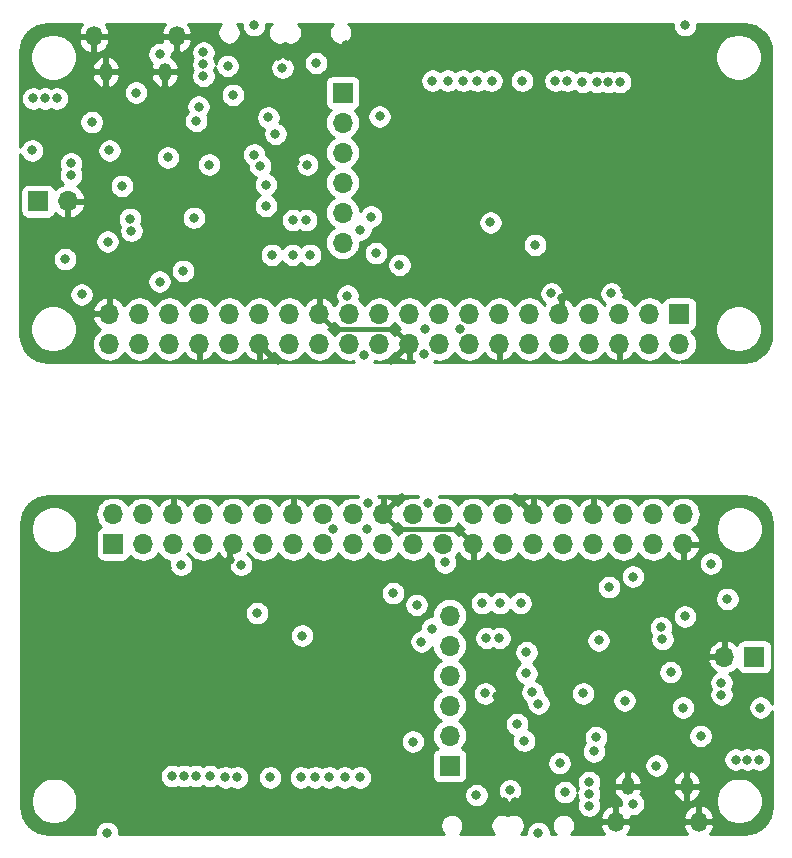
<source format=gbr>
G04 #@! TF.GenerationSoftware,KiCad,Pcbnew,5.0.1*
G04 #@! TF.CreationDate,2019-08-26T08:25:50-04:00*
G04 #@! TF.ProjectId,ESP32-Zip-Panelized,45535033322D5A69702D50616E656C69,rev?*
G04 #@! TF.SameCoordinates,Original*
G04 #@! TF.FileFunction,Copper,L2,Inr,Plane*
G04 #@! TF.FilePolarity,Positive*
%FSLAX46Y46*%
G04 Gerber Fmt 4.6, Leading zero omitted, Abs format (unit mm)*
G04 Created by KiCad (PCBNEW 5.0.1) date Mon 26 Aug 2019 08:25:50 AM EDT*
%MOMM*%
%LPD*%
G01*
G04 APERTURE LIST*
G04 #@! TA.AperFunction,ViaPad*
%ADD10R,1.700000X1.700000*%
G04 #@! TD*
G04 #@! TA.AperFunction,ViaPad*
%ADD11O,1.700000X1.700000*%
G04 #@! TD*
G04 #@! TA.AperFunction,ViaPad*
%ADD12O,1.350000X1.700000*%
G04 #@! TD*
G04 #@! TA.AperFunction,ViaPad*
%ADD13O,1.100000X1.500000*%
G04 #@! TD*
G04 #@! TA.AperFunction,ViaPad*
%ADD14C,0.800000*%
G04 #@! TD*
G04 #@! TA.AperFunction,Conductor*
%ADD15C,0.500000*%
G04 #@! TD*
G04 #@! TA.AperFunction,Conductor*
%ADD16C,0.400000*%
G04 #@! TD*
G04 #@! TA.AperFunction,Conductor*
%ADD17C,0.254000*%
G04 #@! TD*
G04 APERTURE END LIST*
D10*
G04 #@! TO.N,VDD*
G04 #@! TO.C,J2*
X48500000Y-54850000D03*
D11*
X48500000Y-52310000D03*
G04 #@! TO.N,IO21*
X51040000Y-54850000D03*
G04 #@! TO.N,VDD*
X51040000Y-52310000D03*
G04 #@! TO.N,IO22*
X53580000Y-54850000D03*
G04 #@! TO.N,GND*
X53580000Y-52310000D03*
G04 #@! TO.N,IO23*
X56120000Y-54850000D03*
G04 #@! TO.N,TxD*
X56120000Y-52310000D03*
G04 #@! TO.N,GND*
X58660000Y-54850000D03*
G04 #@! TO.N,RxD*
X58660000Y-52310000D03*
G04 #@! TO.N,IO34*
X61200000Y-54850000D03*
G04 #@! TO.N,EN*
X61200000Y-52310000D03*
G04 #@! TO.N,IO35*
X63740000Y-54850000D03*
G04 #@! TO.N,GND*
X63740000Y-52310000D03*
G04 #@! TO.N,IO32*
X66280000Y-54850000D03*
G04 #@! TO.N,SENSOR_VN*
X66280000Y-52310000D03*
G04 #@! TO.N,VDD*
X68820000Y-54850000D03*
G04 #@! TO.N,SENSOR_VP*
X68820000Y-52310000D03*
G04 #@! TO.N,IO33*
X71360000Y-54850000D03*
G04 #@! TO.N,GND*
X71360000Y-52310000D03*
G04 #@! TO.N,IO25*
X73900000Y-54850000D03*
G04 #@! TO.N,IO19*
X73900000Y-52310000D03*
G04 #@! TO.N,IO26*
X76440000Y-54850000D03*
G04 #@! TO.N,IO18*
X76440000Y-52310000D03*
G04 #@! TO.N,GND*
X78980000Y-54850000D03*
G04 #@! TO.N,IO5*
X78980000Y-52310000D03*
G04 #@! TO.N,IO27*
X81520000Y-54850000D03*
G04 #@! TO.N,IO17*
X81520000Y-52310000D03*
G04 #@! TO.N,IO14*
X84060000Y-54850000D03*
G04 #@! TO.N,GND*
X84060000Y-52310000D03*
G04 #@! TO.N,IO12*
X86600000Y-54850000D03*
G04 #@! TO.N,IO16*
X86600000Y-52310000D03*
G04 #@! TO.N,IO4*
X89140000Y-54850000D03*
G04 #@! TO.N,GND*
X89140000Y-52310000D03*
G04 #@! TO.N,IO2*
X91680000Y-54850000D03*
G04 #@! TO.N,IO13*
X91680000Y-52310000D03*
G04 #@! TO.N,IO0*
X94220000Y-54850000D03*
G04 #@! TO.N,IO15*
X94220000Y-52310000D03*
G04 #@! TO.N,GND*
X96760000Y-54850000D03*
G04 #@! TO.N,VDD*
X96760000Y-52310000D03*
G04 #@! TD*
D10*
G04 #@! TO.N,VBus*
G04 #@! TO.C,J4*
X102800000Y-64400000D03*
D11*
G04 #@! TO.N,GND*
X100260000Y-64400000D03*
G04 #@! TD*
D10*
G04 #@! TO.N,SD2*
G04 #@! TO.C,J3*
X77000000Y-73600000D03*
D11*
G04 #@! TO.N,SD3*
X77000000Y-71060000D03*
G04 #@! TO.N,CMD*
X77000000Y-68520000D03*
G04 #@! TO.N,SDCLK*
X77000000Y-65980000D03*
G04 #@! TO.N,SD0*
X77000000Y-63440000D03*
G04 #@! TO.N,SD1*
X77000000Y-60900000D03*
G04 #@! TD*
D12*
G04 #@! TO.N,GND*
G04 #@! TO.C,J1*
X98065000Y-78350000D03*
X91065000Y-78350000D03*
D13*
X97065000Y-75350000D03*
X92065000Y-75350000D03*
G04 #@! TD*
D10*
G04 #@! TO.N,VBus*
G04 #@! TO.C,J4*
X42138544Y-25820410D03*
D11*
G04 #@! TO.N,GND*
X44678544Y-25820410D03*
G04 #@! TD*
D10*
G04 #@! TO.N,SD2*
G04 #@! TO.C,J3*
X67938544Y-16620410D03*
D11*
G04 #@! TO.N,SD3*
X67938544Y-19160410D03*
G04 #@! TO.N,CMD*
X67938544Y-21700410D03*
G04 #@! TO.N,SDCLK*
X67938544Y-24240410D03*
G04 #@! TO.N,SD0*
X67938544Y-26780410D03*
G04 #@! TO.N,SD1*
X67938544Y-29320410D03*
G04 #@! TD*
D12*
G04 #@! TO.N,GND*
G04 #@! TO.C,J1*
X46873544Y-11870410D03*
X53873544Y-11870410D03*
D13*
X47873544Y-14870410D03*
X52873544Y-14870410D03*
G04 #@! TD*
D10*
G04 #@! TO.N,VDD*
G04 #@! TO.C,J2*
X96438544Y-35370410D03*
D11*
X96438544Y-37910410D03*
G04 #@! TO.N,IO21*
X93898544Y-35370410D03*
G04 #@! TO.N,VDD*
X93898544Y-37910410D03*
G04 #@! TO.N,IO22*
X91358544Y-35370410D03*
G04 #@! TO.N,GND*
X91358544Y-37910410D03*
G04 #@! TO.N,IO23*
X88818544Y-35370410D03*
G04 #@! TO.N,TxD*
X88818544Y-37910410D03*
G04 #@! TO.N,GND*
X86278544Y-35370410D03*
G04 #@! TO.N,RxD*
X86278544Y-37910410D03*
G04 #@! TO.N,IO34*
X83738544Y-35370410D03*
G04 #@! TO.N,EN*
X83738544Y-37910410D03*
G04 #@! TO.N,IO35*
X81198544Y-35370410D03*
G04 #@! TO.N,GND*
X81198544Y-37910410D03*
G04 #@! TO.N,IO32*
X78658544Y-35370410D03*
G04 #@! TO.N,SENSOR_VN*
X78658544Y-37910410D03*
G04 #@! TO.N,VDD*
X76118544Y-35370410D03*
G04 #@! TO.N,SENSOR_VP*
X76118544Y-37910410D03*
G04 #@! TO.N,IO33*
X73578544Y-35370410D03*
G04 #@! TO.N,GND*
X73578544Y-37910410D03*
G04 #@! TO.N,IO25*
X71038544Y-35370410D03*
G04 #@! TO.N,IO19*
X71038544Y-37910410D03*
G04 #@! TO.N,IO26*
X68498544Y-35370410D03*
G04 #@! TO.N,IO18*
X68498544Y-37910410D03*
G04 #@! TO.N,GND*
X65958544Y-35370410D03*
G04 #@! TO.N,IO5*
X65958544Y-37910410D03*
G04 #@! TO.N,IO27*
X63418544Y-35370410D03*
G04 #@! TO.N,IO17*
X63418544Y-37910410D03*
G04 #@! TO.N,IO14*
X60878544Y-35370410D03*
G04 #@! TO.N,GND*
X60878544Y-37910410D03*
G04 #@! TO.N,IO12*
X58338544Y-35370410D03*
G04 #@! TO.N,IO16*
X58338544Y-37910410D03*
G04 #@! TO.N,IO4*
X55798544Y-35370410D03*
G04 #@! TO.N,GND*
X55798544Y-37910410D03*
G04 #@! TO.N,IO2*
X53258544Y-35370410D03*
G04 #@! TO.N,IO13*
X53258544Y-37910410D03*
G04 #@! TO.N,IO0*
X50718544Y-35370410D03*
G04 #@! TO.N,IO15*
X50718544Y-37910410D03*
G04 #@! TO.N,GND*
X48178544Y-35370410D03*
G04 #@! TO.N,VDD*
X48178544Y-37910410D03*
G04 #@! TD*
D14*
G04 #@! TO.N,VDD*
X82100000Y-75700000D03*
X86750000Y-75850000D03*
X89200000Y-72400000D03*
X89600000Y-63000000D03*
X94900000Y-61900000D03*
X101200000Y-73100000D03*
X96750000Y-68700000D03*
X102200000Y-73100000D03*
X103200000Y-73100000D03*
X48000000Y-79300000D03*
X54500000Y-74500000D03*
X103300000Y-68700000D03*
X96900000Y-60975000D03*
X83500000Y-65800000D03*
X55500000Y-74500000D03*
X53500000Y-74500000D03*
X62838544Y-14520410D03*
X58188544Y-14370410D03*
X55738544Y-17820410D03*
X55338544Y-27220410D03*
X50038544Y-28320410D03*
X43738544Y-17120410D03*
X48188544Y-21520410D03*
X42738544Y-17120410D03*
X41738544Y-17120410D03*
X96938544Y-10920410D03*
X90438544Y-15720410D03*
X41638544Y-21520410D03*
X48038544Y-29245410D03*
X61438544Y-24420410D03*
X89438544Y-15720410D03*
X91438544Y-15720410D03*
G04 #@! TO.N,Net-(R1-Pad2)*
X82700000Y-70100000D03*
X89400000Y-71200000D03*
X62238544Y-20120410D03*
X55538544Y-19020410D03*
G04 #@! TO.N,VBus*
X88800000Y-75000000D03*
X88800000Y-76000000D03*
X88800000Y-77000000D03*
X98250000Y-71100000D03*
X92500000Y-76850000D03*
X56138544Y-15220410D03*
X56138544Y-14220410D03*
X56138544Y-13220410D03*
X46688544Y-19120410D03*
X52438544Y-13370410D03*
G04 #@! TO.N,GND*
X63500000Y-66850000D03*
X61000000Y-65600000D03*
X59750000Y-65600000D03*
X59750000Y-66600000D03*
X63000000Y-67850000D03*
X63000000Y-69100000D03*
X63000000Y-70350000D03*
X61250000Y-69600000D03*
X61250000Y-68350000D03*
X60250000Y-69350000D03*
X60250000Y-70350000D03*
X58400000Y-56200000D03*
X102700000Y-60500000D03*
X84500000Y-73900000D03*
X84500000Y-75100000D03*
X70400000Y-72700000D03*
X81000000Y-67700000D03*
X53100000Y-56900000D03*
X53100000Y-57900000D03*
X76700000Y-77600000D03*
X76700000Y-76700000D03*
X81600000Y-76700000D03*
X82500000Y-76700000D03*
X59600000Y-78800000D03*
X51800000Y-77700000D03*
X52700000Y-77700000D03*
X90000000Y-70100000D03*
X96000000Y-76850000D03*
X91000000Y-76850000D03*
X98400000Y-68900000D03*
X81438544Y-23370410D03*
X83938544Y-24620410D03*
X85188544Y-24620410D03*
X85188544Y-23620410D03*
X81938544Y-22370410D03*
X81938544Y-21120410D03*
X81938544Y-19870410D03*
X83688544Y-20620410D03*
X83688544Y-21870410D03*
X84688544Y-20870410D03*
X84688544Y-19870410D03*
X86538544Y-34020410D03*
X42238544Y-29720410D03*
X60438544Y-16320410D03*
X60438544Y-15120410D03*
X74538544Y-17520410D03*
X63938544Y-22520410D03*
X91838544Y-33320410D03*
X91838544Y-32320410D03*
X68238544Y-12620410D03*
X68238544Y-13520410D03*
X63338544Y-13520410D03*
X62438544Y-13520410D03*
X85338544Y-11420410D03*
X93138544Y-12520410D03*
X92238544Y-12520410D03*
X54938544Y-20120410D03*
X48938544Y-13370410D03*
X53938544Y-13370410D03*
X46538544Y-21320410D03*
G04 #@! TO.N,DTR*
X83300000Y-71500000D03*
X99100000Y-56500000D03*
X92500000Y-57600000D03*
X61638544Y-18720410D03*
X45838544Y-33720410D03*
X52438544Y-32620410D03*
G04 #@! TO.N,RTS*
X100500000Y-59500000D03*
X84500000Y-68350000D03*
X95000000Y-62900000D03*
X44438544Y-30720410D03*
X60438544Y-21870410D03*
X49938544Y-27320410D03*
G04 #@! TO.N,EN*
X56700000Y-74500000D03*
X75200000Y-51350000D03*
X84500000Y-79300000D03*
X95700000Y-65700000D03*
X72200020Y-59000020D03*
X88238544Y-15720410D03*
X69738544Y-38870410D03*
X60438544Y-10920410D03*
X49238544Y-24520410D03*
X72738524Y-31220390D03*
G04 #@! TO.N,IO0*
X90500000Y-58500000D03*
X79250000Y-76100000D03*
X54438544Y-31720410D03*
X65688544Y-14120410D03*
G04 #@! TO.N,USB_DP*
X86300000Y-73400000D03*
X94500000Y-73600000D03*
X58638544Y-16820410D03*
X50438544Y-16620410D03*
G04 #@! TO.N,RXT*
X83500000Y-64000000D03*
X88300000Y-67500000D03*
X61438544Y-26220410D03*
X56638544Y-22720410D03*
G04 #@! TO.N,RxD*
X60700000Y-60700000D03*
X59330000Y-56600000D03*
X84238544Y-29520410D03*
X85608544Y-33620410D03*
G04 #@! TO.N,TxD*
X79750000Y-59850000D03*
X65188544Y-30370410D03*
G04 #@! TO.N,IO23*
X54250000Y-56600000D03*
X90688544Y-33620410D03*
G04 #@! TO.N,IO35*
X61800000Y-74600000D03*
X67100000Y-53600000D03*
X83138544Y-15620410D03*
X77838544Y-36620410D03*
G04 #@! TO.N,IO32*
X64500000Y-62600000D03*
X80438544Y-27620410D03*
G04 #@! TO.N,SENSOR_VN*
X59000000Y-74600000D03*
X85938544Y-15620410D03*
G04 #@! TO.N,SENSOR_VP*
X58000000Y-74600000D03*
X86938544Y-15620410D03*
G04 #@! TO.N,IO33*
X64400000Y-74600000D03*
X80538544Y-15620410D03*
G04 #@! TO.N,IO25*
X65600000Y-74600000D03*
X79338544Y-15620410D03*
G04 #@! TO.N,IO19*
X70100000Y-51400000D03*
X74838544Y-38800000D03*
G04 #@! TO.N,IO26*
X66800000Y-74600000D03*
X78138544Y-15620410D03*
G04 #@! TO.N,IO18*
X70000000Y-53600000D03*
X74938544Y-36620410D03*
G04 #@! TO.N,IO27*
X68100000Y-74600000D03*
X76600000Y-56400000D03*
X76838544Y-15620410D03*
X68338544Y-33820410D03*
G04 #@! TO.N,IO17*
X74200000Y-60000000D03*
X70738544Y-30220410D03*
G04 #@! TO.N,IO14*
X80100000Y-62800000D03*
X81250000Y-59850000D03*
X69400000Y-74600000D03*
X64838544Y-27420410D03*
X63688544Y-30370410D03*
X75538544Y-15620410D03*
G04 #@! TO.N,IO12*
X81200000Y-62800000D03*
X83000000Y-59850000D03*
X80000000Y-67500000D03*
X63738544Y-27420410D03*
X61938544Y-30370410D03*
X64938544Y-22720410D03*
G04 #@! TO.N,IO2*
X75500000Y-62000000D03*
X69438544Y-28220410D03*
G04 #@! TO.N,IO13*
X73874999Y-71574999D03*
X71063545Y-18645411D03*
G04 #@! TO.N,IO15*
X74600000Y-63100000D03*
X70338544Y-27120410D03*
G04 #@! TO.N,Net-(JP3-Pad1)*
X100000000Y-67600000D03*
X44938544Y-22620410D03*
G04 #@! TO.N,Net-(R3-Pad1)*
X91800000Y-68100000D03*
X84000000Y-67400000D03*
X53138544Y-22120410D03*
X60938544Y-22820410D03*
G04 #@! TO.N,Net-(D2-Pad2)*
X100000000Y-66600000D03*
X44938544Y-23620410D03*
G04 #@! TD*
D15*
G04 #@! TO.N,GND*
X58400000Y-55110000D02*
X58660000Y-54850000D01*
X58400000Y-56200000D02*
X58400000Y-55110000D01*
X83210001Y-51460001D02*
X84060000Y-52310000D01*
X82499999Y-50749999D02*
X83210001Y-51460001D01*
X71360000Y-52310000D02*
X72920001Y-50749999D01*
D16*
X78130001Y-54000001D02*
X78980000Y-54850000D01*
X77729999Y-53599999D02*
X78130001Y-54000001D01*
X72649999Y-53599999D02*
X77729999Y-53599999D01*
X71360000Y-52310000D02*
X72649999Y-53599999D01*
D15*
X86538544Y-35110410D02*
X86278544Y-35370410D01*
X86538544Y-34020410D02*
X86538544Y-35110410D01*
X61728543Y-38760409D02*
X60878544Y-37910410D01*
X62438545Y-39470411D02*
X61728543Y-38760409D01*
X73578544Y-37910410D02*
X72018543Y-39470411D01*
D16*
X66808543Y-36220409D02*
X65958544Y-35370410D01*
X67208545Y-36620411D02*
X66808543Y-36220409D01*
X72288545Y-36620411D02*
X67208545Y-36620411D01*
X73578544Y-37910410D02*
X72288545Y-36620411D01*
G04 #@! TD*
D17*
G04 #@! TO.N,GND*
G36*
X48000000Y-50813435D02*
X48034877Y-50810000D01*
X69249442Y-50810000D01*
X69205858Y-50875228D01*
X69111111Y-50846487D01*
X68892950Y-50825000D01*
X68747050Y-50825000D01*
X68528889Y-50846487D01*
X68248966Y-50931401D01*
X67990986Y-51069294D01*
X67764866Y-51254866D01*
X67579294Y-51480986D01*
X67550000Y-51535791D01*
X67520706Y-51480986D01*
X67335134Y-51254866D01*
X67109014Y-51069294D01*
X66851034Y-50931401D01*
X66571111Y-50846487D01*
X66352950Y-50825000D01*
X66207050Y-50825000D01*
X65988889Y-50846487D01*
X65708966Y-50931401D01*
X65450986Y-51069294D01*
X65224866Y-51254866D01*
X65039294Y-51480986D01*
X65004799Y-51545523D01*
X64935178Y-51428645D01*
X64740269Y-51212412D01*
X64506920Y-51038359D01*
X64244099Y-50913175D01*
X64096890Y-50868524D01*
X63867000Y-50989845D01*
X63867000Y-52183000D01*
X63887000Y-52183000D01*
X63887000Y-52437000D01*
X63867000Y-52437000D01*
X63867000Y-52457000D01*
X63613000Y-52457000D01*
X63613000Y-52437000D01*
X63593000Y-52437000D01*
X63593000Y-52183000D01*
X63613000Y-52183000D01*
X63613000Y-50989845D01*
X63383110Y-50868524D01*
X63235901Y-50913175D01*
X62973080Y-51038359D01*
X62739731Y-51212412D01*
X62544822Y-51428645D01*
X62475201Y-51545523D01*
X62440706Y-51480986D01*
X62255134Y-51254866D01*
X62029014Y-51069294D01*
X61771034Y-50931401D01*
X61491111Y-50846487D01*
X61272950Y-50825000D01*
X61127050Y-50825000D01*
X60908889Y-50846487D01*
X60628966Y-50931401D01*
X60370986Y-51069294D01*
X60144866Y-51254866D01*
X59959294Y-51480986D01*
X59930000Y-51535791D01*
X59900706Y-51480986D01*
X59715134Y-51254866D01*
X59489014Y-51069294D01*
X59231034Y-50931401D01*
X58951111Y-50846487D01*
X58732950Y-50825000D01*
X58587050Y-50825000D01*
X58368889Y-50846487D01*
X58088966Y-50931401D01*
X57830986Y-51069294D01*
X57604866Y-51254866D01*
X57419294Y-51480986D01*
X57390000Y-51535791D01*
X57360706Y-51480986D01*
X57175134Y-51254866D01*
X56949014Y-51069294D01*
X56691034Y-50931401D01*
X56411111Y-50846487D01*
X56192950Y-50825000D01*
X56047050Y-50825000D01*
X55828889Y-50846487D01*
X55548966Y-50931401D01*
X55290986Y-51069294D01*
X55064866Y-51254866D01*
X54879294Y-51480986D01*
X54844799Y-51545523D01*
X54775178Y-51428645D01*
X54580269Y-51212412D01*
X54346920Y-51038359D01*
X54084099Y-50913175D01*
X53936890Y-50868524D01*
X53707000Y-50989845D01*
X53707000Y-52183000D01*
X53727000Y-52183000D01*
X53727000Y-52437000D01*
X53707000Y-52437000D01*
X53707000Y-52457000D01*
X53453000Y-52457000D01*
X53453000Y-52437000D01*
X53433000Y-52437000D01*
X53433000Y-52183000D01*
X53453000Y-52183000D01*
X53453000Y-50989845D01*
X53223110Y-50868524D01*
X53075901Y-50913175D01*
X52813080Y-51038359D01*
X52579731Y-51212412D01*
X52384822Y-51428645D01*
X52315201Y-51545523D01*
X52280706Y-51480986D01*
X52095134Y-51254866D01*
X51869014Y-51069294D01*
X51611034Y-50931401D01*
X51331111Y-50846487D01*
X51112950Y-50825000D01*
X50967050Y-50825000D01*
X50748889Y-50846487D01*
X50468966Y-50931401D01*
X50210986Y-51069294D01*
X49984866Y-51254866D01*
X49799294Y-51480986D01*
X49770000Y-51535791D01*
X49740706Y-51480986D01*
X49555134Y-51254866D01*
X49329014Y-51069294D01*
X49071034Y-50931401D01*
X48791111Y-50846487D01*
X48572950Y-50825000D01*
X48427050Y-50825000D01*
X48208889Y-50846487D01*
X47928966Y-50931401D01*
X47670986Y-51069294D01*
X47444866Y-51254866D01*
X47259294Y-51480986D01*
X47121401Y-51738966D01*
X47036487Y-52018889D01*
X47007815Y-52310000D01*
X47036487Y-52601111D01*
X47121401Y-52881034D01*
X47259294Y-53139014D01*
X47444866Y-53365134D01*
X47474687Y-53389607D01*
X47405820Y-53410498D01*
X47295506Y-53469463D01*
X47198815Y-53548815D01*
X47119463Y-53645506D01*
X47060498Y-53755820D01*
X47024188Y-53875518D01*
X47011928Y-54000000D01*
X47011928Y-55700000D01*
X47024188Y-55824482D01*
X47060498Y-55944180D01*
X47119463Y-56054494D01*
X47198815Y-56151185D01*
X47295506Y-56230537D01*
X47405820Y-56289502D01*
X47525518Y-56325812D01*
X47650000Y-56338072D01*
X49350000Y-56338072D01*
X49474482Y-56325812D01*
X49594180Y-56289502D01*
X49704494Y-56230537D01*
X49801185Y-56151185D01*
X49880537Y-56054494D01*
X49939502Y-55944180D01*
X49960393Y-55875313D01*
X49984866Y-55905134D01*
X50210986Y-56090706D01*
X50468966Y-56228599D01*
X50748889Y-56313513D01*
X50967050Y-56335000D01*
X51112950Y-56335000D01*
X51331111Y-56313513D01*
X51611034Y-56228599D01*
X51869014Y-56090706D01*
X52095134Y-55905134D01*
X52280706Y-55679014D01*
X52310000Y-55624209D01*
X52339294Y-55679014D01*
X52524866Y-55905134D01*
X52750986Y-56090706D01*
X53008966Y-56228599D01*
X53253824Y-56302876D01*
X53215000Y-56498061D01*
X53215000Y-56701939D01*
X53254774Y-56901898D01*
X53332795Y-57090256D01*
X53446063Y-57259774D01*
X53590226Y-57403937D01*
X53759744Y-57517205D01*
X53948102Y-57595226D01*
X54148061Y-57635000D01*
X54351939Y-57635000D01*
X54551898Y-57595226D01*
X54740256Y-57517205D01*
X54909774Y-57403937D01*
X55053937Y-57259774D01*
X55167205Y-57090256D01*
X55245226Y-56901898D01*
X55285000Y-56701939D01*
X55285000Y-56498061D01*
X55245226Y-56298102D01*
X55167205Y-56109744D01*
X55053937Y-55940226D01*
X54909774Y-55796063D01*
X54790210Y-55716173D01*
X54820706Y-55679014D01*
X54850000Y-55624209D01*
X54879294Y-55679014D01*
X55064866Y-55905134D01*
X55290986Y-56090706D01*
X55548966Y-56228599D01*
X55828889Y-56313513D01*
X56047050Y-56335000D01*
X56192950Y-56335000D01*
X56411111Y-56313513D01*
X56691034Y-56228599D01*
X56949014Y-56090706D01*
X57175134Y-55905134D01*
X57360706Y-55679014D01*
X57395201Y-55614477D01*
X57464822Y-55731355D01*
X57659731Y-55947588D01*
X57893080Y-56121641D01*
X58155901Y-56246825D01*
X58303110Y-56291476D01*
X58347144Y-56268238D01*
X58334774Y-56298102D01*
X58295000Y-56498061D01*
X58295000Y-56701939D01*
X58334774Y-56901898D01*
X58412795Y-57090256D01*
X58526063Y-57259774D01*
X58670226Y-57403937D01*
X58839744Y-57517205D01*
X59028102Y-57595226D01*
X59228061Y-57635000D01*
X59431939Y-57635000D01*
X59631898Y-57595226D01*
X59820256Y-57517205D01*
X59989774Y-57403937D01*
X60133937Y-57259774D01*
X60247205Y-57090256D01*
X60325226Y-56901898D01*
X60365000Y-56701939D01*
X60365000Y-56498061D01*
X60325226Y-56298102D01*
X60247205Y-56109744D01*
X60133937Y-55940226D01*
X59989774Y-55796063D01*
X59865926Y-55713311D01*
X59924799Y-55614477D01*
X59959294Y-55679014D01*
X60144866Y-55905134D01*
X60370986Y-56090706D01*
X60628966Y-56228599D01*
X60908889Y-56313513D01*
X61127050Y-56335000D01*
X61272950Y-56335000D01*
X61491111Y-56313513D01*
X61771034Y-56228599D01*
X62029014Y-56090706D01*
X62255134Y-55905134D01*
X62440706Y-55679014D01*
X62470000Y-55624209D01*
X62499294Y-55679014D01*
X62684866Y-55905134D01*
X62910986Y-56090706D01*
X63168966Y-56228599D01*
X63448889Y-56313513D01*
X63667050Y-56335000D01*
X63812950Y-56335000D01*
X64031111Y-56313513D01*
X64311034Y-56228599D01*
X64569014Y-56090706D01*
X64795134Y-55905134D01*
X64980706Y-55679014D01*
X65010000Y-55624209D01*
X65039294Y-55679014D01*
X65224866Y-55905134D01*
X65450986Y-56090706D01*
X65708966Y-56228599D01*
X65988889Y-56313513D01*
X66207050Y-56335000D01*
X66352950Y-56335000D01*
X66571111Y-56313513D01*
X66851034Y-56228599D01*
X67109014Y-56090706D01*
X67335134Y-55905134D01*
X67520706Y-55679014D01*
X67550000Y-55624209D01*
X67579294Y-55679014D01*
X67764866Y-55905134D01*
X67990986Y-56090706D01*
X68248966Y-56228599D01*
X68528889Y-56313513D01*
X68747050Y-56335000D01*
X68892950Y-56335000D01*
X69111111Y-56313513D01*
X69391034Y-56228599D01*
X69649014Y-56090706D01*
X69875134Y-55905134D01*
X70060706Y-55679014D01*
X70090000Y-55624209D01*
X70119294Y-55679014D01*
X70304866Y-55905134D01*
X70530986Y-56090706D01*
X70788966Y-56228599D01*
X71068889Y-56313513D01*
X71287050Y-56335000D01*
X71432950Y-56335000D01*
X71651111Y-56313513D01*
X71931034Y-56228599D01*
X72189014Y-56090706D01*
X72415134Y-55905134D01*
X72600706Y-55679014D01*
X72630000Y-55624209D01*
X72659294Y-55679014D01*
X72844866Y-55905134D01*
X73070986Y-56090706D01*
X73328966Y-56228599D01*
X73608889Y-56313513D01*
X73827050Y-56335000D01*
X73972950Y-56335000D01*
X74191111Y-56313513D01*
X74471034Y-56228599D01*
X74729014Y-56090706D01*
X74955134Y-55905134D01*
X75140706Y-55679014D01*
X75170000Y-55624209D01*
X75199294Y-55679014D01*
X75384866Y-55905134D01*
X75608636Y-56088778D01*
X75604774Y-56098102D01*
X75565000Y-56298061D01*
X75565000Y-56501939D01*
X75604774Y-56701898D01*
X75682795Y-56890256D01*
X75796063Y-57059774D01*
X75940226Y-57203937D01*
X76109744Y-57317205D01*
X76298102Y-57395226D01*
X76498061Y-57435000D01*
X76701939Y-57435000D01*
X76901898Y-57395226D01*
X77090256Y-57317205D01*
X77259774Y-57203937D01*
X77403937Y-57059774D01*
X77517205Y-56890256D01*
X77595226Y-56701898D01*
X77635000Y-56501939D01*
X77635000Y-56398061D01*
X98065000Y-56398061D01*
X98065000Y-56601939D01*
X98104774Y-56801898D01*
X98182795Y-56990256D01*
X98296063Y-57159774D01*
X98440226Y-57303937D01*
X98609744Y-57417205D01*
X98798102Y-57495226D01*
X98998061Y-57535000D01*
X99201939Y-57535000D01*
X99401898Y-57495226D01*
X99590256Y-57417205D01*
X99759774Y-57303937D01*
X99903937Y-57159774D01*
X100017205Y-56990256D01*
X100095226Y-56801898D01*
X100135000Y-56601939D01*
X100135000Y-56398061D01*
X100095226Y-56198102D01*
X100017205Y-56009744D01*
X99903937Y-55840226D01*
X99759774Y-55696063D01*
X99590256Y-55582795D01*
X99401898Y-55504774D01*
X99201939Y-55465000D01*
X98998061Y-55465000D01*
X98798102Y-55504774D01*
X98609744Y-55582795D01*
X98440226Y-55696063D01*
X98296063Y-55840226D01*
X98182795Y-56009744D01*
X98104774Y-56198102D01*
X98065000Y-56398061D01*
X77635000Y-56398061D01*
X77635000Y-56298061D01*
X77595226Y-56098102D01*
X77517205Y-55909744D01*
X77505602Y-55892379D01*
X77680706Y-55679014D01*
X77715201Y-55614477D01*
X77784822Y-55731355D01*
X77979731Y-55947588D01*
X78213080Y-56121641D01*
X78475901Y-56246825D01*
X78623110Y-56291476D01*
X78853000Y-56170155D01*
X78853000Y-54977000D01*
X78833000Y-54977000D01*
X78833000Y-54723000D01*
X78853000Y-54723000D01*
X78853000Y-54703000D01*
X79107000Y-54703000D01*
X79107000Y-54723000D01*
X79127000Y-54723000D01*
X79127000Y-54977000D01*
X79107000Y-54977000D01*
X79107000Y-56170155D01*
X79336890Y-56291476D01*
X79484099Y-56246825D01*
X79746920Y-56121641D01*
X79980269Y-55947588D01*
X80175178Y-55731355D01*
X80244799Y-55614477D01*
X80279294Y-55679014D01*
X80464866Y-55905134D01*
X80690986Y-56090706D01*
X80948966Y-56228599D01*
X81228889Y-56313513D01*
X81447050Y-56335000D01*
X81592950Y-56335000D01*
X81811111Y-56313513D01*
X82091034Y-56228599D01*
X82349014Y-56090706D01*
X82575134Y-55905134D01*
X82760706Y-55679014D01*
X82790000Y-55624209D01*
X82819294Y-55679014D01*
X83004866Y-55905134D01*
X83230986Y-56090706D01*
X83488966Y-56228599D01*
X83768889Y-56313513D01*
X83987050Y-56335000D01*
X84132950Y-56335000D01*
X84351111Y-56313513D01*
X84631034Y-56228599D01*
X84889014Y-56090706D01*
X85115134Y-55905134D01*
X85300706Y-55679014D01*
X85330000Y-55624209D01*
X85359294Y-55679014D01*
X85544866Y-55905134D01*
X85770986Y-56090706D01*
X86028966Y-56228599D01*
X86308889Y-56313513D01*
X86527050Y-56335000D01*
X86672950Y-56335000D01*
X86891111Y-56313513D01*
X87171034Y-56228599D01*
X87429014Y-56090706D01*
X87655134Y-55905134D01*
X87840706Y-55679014D01*
X87870000Y-55624209D01*
X87899294Y-55679014D01*
X88084866Y-55905134D01*
X88310986Y-56090706D01*
X88568966Y-56228599D01*
X88848889Y-56313513D01*
X89067050Y-56335000D01*
X89212950Y-56335000D01*
X89431111Y-56313513D01*
X89711034Y-56228599D01*
X89969014Y-56090706D01*
X90195134Y-55905134D01*
X90380706Y-55679014D01*
X90410000Y-55624209D01*
X90439294Y-55679014D01*
X90624866Y-55905134D01*
X90850986Y-56090706D01*
X91108966Y-56228599D01*
X91388889Y-56313513D01*
X91607050Y-56335000D01*
X91752950Y-56335000D01*
X91971111Y-56313513D01*
X92251034Y-56228599D01*
X92509014Y-56090706D01*
X92735134Y-55905134D01*
X92920706Y-55679014D01*
X92950000Y-55624209D01*
X92979294Y-55679014D01*
X93164866Y-55905134D01*
X93390986Y-56090706D01*
X93648966Y-56228599D01*
X93928889Y-56313513D01*
X94147050Y-56335000D01*
X94292950Y-56335000D01*
X94511111Y-56313513D01*
X94791034Y-56228599D01*
X95049014Y-56090706D01*
X95275134Y-55905134D01*
X95460706Y-55679014D01*
X95495201Y-55614477D01*
X95564822Y-55731355D01*
X95759731Y-55947588D01*
X95993080Y-56121641D01*
X96255901Y-56246825D01*
X96403110Y-56291476D01*
X96633000Y-56170155D01*
X96633000Y-54977000D01*
X96887000Y-54977000D01*
X96887000Y-56170155D01*
X97116890Y-56291476D01*
X97264099Y-56246825D01*
X97526920Y-56121641D01*
X97760269Y-55947588D01*
X97955178Y-55731355D01*
X98104157Y-55481252D01*
X98201481Y-55206891D01*
X98080814Y-54977000D01*
X96887000Y-54977000D01*
X96633000Y-54977000D01*
X96613000Y-54977000D01*
X96613000Y-54723000D01*
X96633000Y-54723000D01*
X96633000Y-54703000D01*
X96887000Y-54703000D01*
X96887000Y-54723000D01*
X98080814Y-54723000D01*
X98201481Y-54493109D01*
X98104157Y-54218748D01*
X97955178Y-53968645D01*
X97760269Y-53752412D01*
X97531244Y-53581584D01*
X97589014Y-53550706D01*
X97767172Y-53404495D01*
X99515000Y-53404495D01*
X99515000Y-53795505D01*
X99591282Y-54179003D01*
X99740915Y-54540250D01*
X99958149Y-54865364D01*
X100234636Y-55141851D01*
X100559750Y-55359085D01*
X100920997Y-55508718D01*
X101304495Y-55585000D01*
X101695505Y-55585000D01*
X102079003Y-55508718D01*
X102440250Y-55359085D01*
X102765364Y-55141851D01*
X103041851Y-54865364D01*
X103259085Y-54540250D01*
X103408718Y-54179003D01*
X103485000Y-53795505D01*
X103485000Y-53404495D01*
X103408718Y-53020997D01*
X103259085Y-52659750D01*
X103041851Y-52334636D01*
X102765364Y-52058149D01*
X102440250Y-51840915D01*
X102079003Y-51691282D01*
X101695505Y-51615000D01*
X101304495Y-51615000D01*
X100920997Y-51691282D01*
X100559750Y-51840915D01*
X100234636Y-52058149D01*
X99958149Y-52334636D01*
X99740915Y-52659750D01*
X99591282Y-53020997D01*
X99515000Y-53404495D01*
X97767172Y-53404495D01*
X97815134Y-53365134D01*
X98000706Y-53139014D01*
X98138599Y-52881034D01*
X98223513Y-52601111D01*
X98252185Y-52310000D01*
X98223513Y-52018889D01*
X98138599Y-51738966D01*
X98000706Y-51480986D01*
X97815134Y-51254866D01*
X97589014Y-51069294D01*
X97331034Y-50931401D01*
X97051111Y-50846487D01*
X96832950Y-50825000D01*
X96687050Y-50825000D01*
X96468889Y-50846487D01*
X96188966Y-50931401D01*
X95930986Y-51069294D01*
X95704866Y-51254866D01*
X95519294Y-51480986D01*
X95490000Y-51535791D01*
X95460706Y-51480986D01*
X95275134Y-51254866D01*
X95049014Y-51069294D01*
X94791034Y-50931401D01*
X94511111Y-50846487D01*
X94292950Y-50825000D01*
X94147050Y-50825000D01*
X93928889Y-50846487D01*
X93648966Y-50931401D01*
X93390986Y-51069294D01*
X93164866Y-51254866D01*
X92979294Y-51480986D01*
X92950000Y-51535791D01*
X92920706Y-51480986D01*
X92735134Y-51254866D01*
X92509014Y-51069294D01*
X92251034Y-50931401D01*
X91971111Y-50846487D01*
X91752950Y-50825000D01*
X91607050Y-50825000D01*
X91388889Y-50846487D01*
X91108966Y-50931401D01*
X90850986Y-51069294D01*
X90624866Y-51254866D01*
X90439294Y-51480986D01*
X90404799Y-51545523D01*
X90335178Y-51428645D01*
X90140269Y-51212412D01*
X89906920Y-51038359D01*
X89644099Y-50913175D01*
X89496890Y-50868524D01*
X89267000Y-50989845D01*
X89267000Y-52183000D01*
X89287000Y-52183000D01*
X89287000Y-52437000D01*
X89267000Y-52437000D01*
X89267000Y-52457000D01*
X89013000Y-52457000D01*
X89013000Y-52437000D01*
X88993000Y-52437000D01*
X88993000Y-52183000D01*
X89013000Y-52183000D01*
X89013000Y-50989845D01*
X88783110Y-50868524D01*
X88635901Y-50913175D01*
X88373080Y-51038359D01*
X88139731Y-51212412D01*
X87944822Y-51428645D01*
X87875201Y-51545523D01*
X87840706Y-51480986D01*
X87655134Y-51254866D01*
X87429014Y-51069294D01*
X87171034Y-50931401D01*
X86891111Y-50846487D01*
X86672950Y-50825000D01*
X86527050Y-50825000D01*
X86308889Y-50846487D01*
X86028966Y-50931401D01*
X85770986Y-51069294D01*
X85544866Y-51254866D01*
X85359294Y-51480986D01*
X85324799Y-51545523D01*
X85255178Y-51428645D01*
X85060269Y-51212412D01*
X84826920Y-51038359D01*
X84564099Y-50913175D01*
X84416890Y-50868524D01*
X84187000Y-50989845D01*
X84187000Y-52183000D01*
X84207000Y-52183000D01*
X84207000Y-52437000D01*
X84187000Y-52437000D01*
X84187000Y-52457000D01*
X83933000Y-52457000D01*
X83933000Y-52437000D01*
X83913000Y-52437000D01*
X83913000Y-52183000D01*
X83933000Y-52183000D01*
X83933000Y-50989845D01*
X83703110Y-50868524D01*
X83555901Y-50913175D01*
X83293080Y-51038359D01*
X83059731Y-51212412D01*
X82864822Y-51428645D01*
X82795201Y-51545523D01*
X82760706Y-51480986D01*
X82575134Y-51254866D01*
X82349014Y-51069294D01*
X82091034Y-50931401D01*
X81811111Y-50846487D01*
X81592950Y-50825000D01*
X81447050Y-50825000D01*
X81228889Y-50846487D01*
X80948966Y-50931401D01*
X80690986Y-51069294D01*
X80464866Y-51254866D01*
X80279294Y-51480986D01*
X80250000Y-51535791D01*
X80220706Y-51480986D01*
X80035134Y-51254866D01*
X79809014Y-51069294D01*
X79551034Y-50931401D01*
X79271111Y-50846487D01*
X79052950Y-50825000D01*
X78907050Y-50825000D01*
X78688889Y-50846487D01*
X78408966Y-50931401D01*
X78150986Y-51069294D01*
X77924866Y-51254866D01*
X77739294Y-51480986D01*
X77710000Y-51535791D01*
X77680706Y-51480986D01*
X77495134Y-51254866D01*
X77269014Y-51069294D01*
X77011034Y-50931401D01*
X76731111Y-50846487D01*
X76512950Y-50825000D01*
X76367050Y-50825000D01*
X76148889Y-50846487D01*
X76115180Y-50856713D01*
X76083967Y-50810000D01*
X96465123Y-50810000D01*
X96500000Y-50813435D01*
X96534877Y-50810000D01*
X101965279Y-50810000D01*
X102444134Y-50856953D01*
X102871355Y-50985938D01*
X103265384Y-51195446D01*
X103611214Y-51477499D01*
X103895673Y-51821351D01*
X104107929Y-52213910D01*
X104239892Y-52640213D01*
X104290000Y-53116964D01*
X104290001Y-68385487D01*
X104217205Y-68209744D01*
X104103937Y-68040226D01*
X103959774Y-67896063D01*
X103790256Y-67782795D01*
X103601898Y-67704774D01*
X103401939Y-67665000D01*
X103198061Y-67665000D01*
X102998102Y-67704774D01*
X102809744Y-67782795D01*
X102640226Y-67896063D01*
X102496063Y-68040226D01*
X102382795Y-68209744D01*
X102304774Y-68398102D01*
X102265000Y-68598061D01*
X102265000Y-68801939D01*
X102304774Y-69001898D01*
X102382795Y-69190256D01*
X102496063Y-69359774D01*
X102640226Y-69503937D01*
X102809744Y-69617205D01*
X102998102Y-69695226D01*
X103198061Y-69735000D01*
X103401939Y-69735000D01*
X103601898Y-69695226D01*
X103790256Y-69617205D01*
X103959774Y-69503937D01*
X104103937Y-69359774D01*
X104217205Y-69190256D01*
X104290001Y-69014513D01*
X104290001Y-77065269D01*
X104243048Y-77544133D01*
X104114063Y-77971353D01*
X103904554Y-78365384D01*
X103622501Y-78711214D01*
X103278651Y-78995672D01*
X102886093Y-79207927D01*
X102459788Y-79339891D01*
X101983036Y-79390000D01*
X99051377Y-79390000D01*
X99061250Y-79380559D01*
X99209019Y-79169761D01*
X99312824Y-78934185D01*
X99368675Y-78682884D01*
X99218573Y-78477000D01*
X98192000Y-78477000D01*
X98192000Y-78497000D01*
X97938000Y-78497000D01*
X97938000Y-78477000D01*
X96911427Y-78477000D01*
X96761325Y-78682884D01*
X96817176Y-78934185D01*
X96920981Y-79169761D01*
X97068750Y-79380559D01*
X97078623Y-79390000D01*
X92051377Y-79390000D01*
X92061250Y-79380559D01*
X92209019Y-79169761D01*
X92312824Y-78934185D01*
X92368675Y-78682884D01*
X92218573Y-78477000D01*
X91192000Y-78477000D01*
X91192000Y-78497000D01*
X90938000Y-78497000D01*
X90938000Y-78477000D01*
X89911427Y-78477000D01*
X89761325Y-78682884D01*
X89817176Y-78934185D01*
X89920981Y-79169761D01*
X90068750Y-79380559D01*
X90078623Y-79390000D01*
X87278000Y-79390000D01*
X87390099Y-79277901D01*
X87497896Y-79116572D01*
X87572147Y-78937314D01*
X87610000Y-78747014D01*
X87610000Y-78552986D01*
X87572147Y-78362686D01*
X87497896Y-78183428D01*
X87390099Y-78022099D01*
X87252901Y-77884901D01*
X87091572Y-77777104D01*
X86912314Y-77702853D01*
X86722014Y-77665000D01*
X86527986Y-77665000D01*
X86337686Y-77702853D01*
X86158428Y-77777104D01*
X85997099Y-77884901D01*
X85859901Y-78022099D01*
X85752104Y-78183428D01*
X85677853Y-78362686D01*
X85640000Y-78552986D01*
X85640000Y-78747014D01*
X85677853Y-78937314D01*
X85752104Y-79116572D01*
X85859901Y-79277901D01*
X85972000Y-79390000D01*
X85535000Y-79390000D01*
X85535000Y-79198061D01*
X85495226Y-78998102D01*
X85417205Y-78809744D01*
X85303937Y-78640226D01*
X85159774Y-78496063D01*
X84990256Y-78382795D01*
X84801898Y-78304774D01*
X84601939Y-78265000D01*
X84398061Y-78265000D01*
X84198102Y-78304774D01*
X84009744Y-78382795D01*
X83840226Y-78496063D01*
X83696063Y-78640226D01*
X83582795Y-78809744D01*
X83504774Y-78998102D01*
X83465000Y-79198061D01*
X83465000Y-79390000D01*
X83028000Y-79390000D01*
X83140099Y-79277901D01*
X83247896Y-79116572D01*
X83322147Y-78937314D01*
X83360000Y-78747014D01*
X83360000Y-78552986D01*
X83322147Y-78362686D01*
X83247896Y-78183428D01*
X83140099Y-78022099D01*
X83002901Y-77884901D01*
X82841572Y-77777104D01*
X82662314Y-77702853D01*
X82472014Y-77665000D01*
X82277986Y-77665000D01*
X82087686Y-77702853D01*
X81908428Y-77777104D01*
X81900000Y-77782735D01*
X81891572Y-77777104D01*
X81712314Y-77702853D01*
X81522014Y-77665000D01*
X81327986Y-77665000D01*
X81137686Y-77702853D01*
X80958428Y-77777104D01*
X80797099Y-77884901D01*
X80659901Y-78022099D01*
X80552104Y-78183428D01*
X80477853Y-78362686D01*
X80440000Y-78552986D01*
X80440000Y-78747014D01*
X80477853Y-78937314D01*
X80552104Y-79116572D01*
X80659901Y-79277901D01*
X80772000Y-79390000D01*
X77828000Y-79390000D01*
X77940099Y-79277901D01*
X78047896Y-79116572D01*
X78122147Y-78937314D01*
X78160000Y-78747014D01*
X78160000Y-78552986D01*
X78122147Y-78362686D01*
X78047896Y-78183428D01*
X77940099Y-78022099D01*
X77802901Y-77884901D01*
X77641572Y-77777104D01*
X77462314Y-77702853D01*
X77272014Y-77665000D01*
X77077986Y-77665000D01*
X76887686Y-77702853D01*
X76708428Y-77777104D01*
X76547099Y-77884901D01*
X76409901Y-78022099D01*
X76302104Y-78183428D01*
X76227853Y-78362686D01*
X76190000Y-78552986D01*
X76190000Y-78747014D01*
X76227853Y-78937314D01*
X76302104Y-79116572D01*
X76409901Y-79277901D01*
X76522000Y-79390000D01*
X49035000Y-79390000D01*
X49035000Y-79198061D01*
X48995226Y-78998102D01*
X48917205Y-78809744D01*
X48803937Y-78640226D01*
X48659774Y-78496063D01*
X48490256Y-78382795D01*
X48301898Y-78304774D01*
X48101939Y-78265000D01*
X47898061Y-78265000D01*
X47698102Y-78304774D01*
X47509744Y-78382795D01*
X47340226Y-78496063D01*
X47196063Y-78640226D01*
X47082795Y-78809744D01*
X47004774Y-78998102D01*
X46965000Y-79198061D01*
X46965000Y-79390000D01*
X43034721Y-79390000D01*
X42555867Y-79343048D01*
X42128647Y-79214063D01*
X41734616Y-79004554D01*
X41388786Y-78722501D01*
X41104328Y-78378651D01*
X40892073Y-77986093D01*
X40760109Y-77559788D01*
X40710000Y-77083036D01*
X40710000Y-76404495D01*
X41515000Y-76404495D01*
X41515000Y-76795505D01*
X41591282Y-77179003D01*
X41740915Y-77540250D01*
X41958149Y-77865364D01*
X42234636Y-78141851D01*
X42559750Y-78359085D01*
X42920997Y-78508718D01*
X43304495Y-78585000D01*
X43695505Y-78585000D01*
X44079003Y-78508718D01*
X44440250Y-78359085D01*
X44765364Y-78141851D01*
X45041851Y-77865364D01*
X45259085Y-77540250D01*
X45408718Y-77179003D01*
X45485000Y-76795505D01*
X45485000Y-76404495D01*
X45408718Y-76020997D01*
X45399218Y-75998061D01*
X78215000Y-75998061D01*
X78215000Y-76201939D01*
X78254774Y-76401898D01*
X78332795Y-76590256D01*
X78446063Y-76759774D01*
X78590226Y-76903937D01*
X78759744Y-77017205D01*
X78948102Y-77095226D01*
X79148061Y-77135000D01*
X79351939Y-77135000D01*
X79551898Y-77095226D01*
X79740256Y-77017205D01*
X79909774Y-76903937D01*
X80053937Y-76759774D01*
X80167205Y-76590256D01*
X80245226Y-76401898D01*
X80285000Y-76201939D01*
X80285000Y-75998061D01*
X80245226Y-75798102D01*
X80167205Y-75609744D01*
X80159399Y-75598061D01*
X81065000Y-75598061D01*
X81065000Y-75801939D01*
X81104774Y-76001898D01*
X81182795Y-76190256D01*
X81296063Y-76359774D01*
X81440226Y-76503937D01*
X81609744Y-76617205D01*
X81798102Y-76695226D01*
X81998061Y-76735000D01*
X82201939Y-76735000D01*
X82401898Y-76695226D01*
X82590256Y-76617205D01*
X82759774Y-76503937D01*
X82903937Y-76359774D01*
X83017205Y-76190256D01*
X83095226Y-76001898D01*
X83135000Y-75801939D01*
X83135000Y-75748061D01*
X85715000Y-75748061D01*
X85715000Y-75951939D01*
X85754774Y-76151898D01*
X85832795Y-76340256D01*
X85946063Y-76509774D01*
X86090226Y-76653937D01*
X86259744Y-76767205D01*
X86448102Y-76845226D01*
X86648061Y-76885000D01*
X86851939Y-76885000D01*
X87051898Y-76845226D01*
X87240256Y-76767205D01*
X87409774Y-76653937D01*
X87553937Y-76509774D01*
X87667205Y-76340256D01*
X87745226Y-76151898D01*
X87765000Y-76052487D01*
X87765000Y-76101939D01*
X87804774Y-76301898D01*
X87882795Y-76490256D01*
X87889306Y-76500000D01*
X87882795Y-76509744D01*
X87804774Y-76698102D01*
X87765000Y-76898061D01*
X87765000Y-77101939D01*
X87804774Y-77301898D01*
X87882795Y-77490256D01*
X87996063Y-77659774D01*
X88140226Y-77803937D01*
X88309744Y-77917205D01*
X88498102Y-77995226D01*
X88698061Y-78035000D01*
X88901939Y-78035000D01*
X88991848Y-78017116D01*
X89761325Y-78017116D01*
X89911427Y-78223000D01*
X90938000Y-78223000D01*
X90938000Y-77030776D01*
X90735600Y-76907090D01*
X90711971Y-76910143D01*
X90471993Y-77003319D01*
X90254804Y-77141522D01*
X90068750Y-77319441D01*
X89920981Y-77530239D01*
X89817176Y-77765815D01*
X89761325Y-78017116D01*
X88991848Y-78017116D01*
X89101898Y-77995226D01*
X89290256Y-77917205D01*
X89459774Y-77803937D01*
X89603937Y-77659774D01*
X89717205Y-77490256D01*
X89795226Y-77301898D01*
X89835000Y-77101939D01*
X89835000Y-76898061D01*
X89795226Y-76698102D01*
X89717205Y-76509744D01*
X89710694Y-76500000D01*
X89717205Y-76490256D01*
X89795226Y-76301898D01*
X89835000Y-76101939D01*
X89835000Y-75898061D01*
X89795226Y-75698102D01*
X89781053Y-75663884D01*
X90879316Y-75663884D01*
X90924316Y-75893011D01*
X91013152Y-76108957D01*
X91142410Y-76303422D01*
X91307123Y-76468934D01*
X91495371Y-76595376D01*
X91465000Y-76748061D01*
X91465000Y-76928380D01*
X91418029Y-76910143D01*
X91394400Y-76907090D01*
X91192000Y-77030776D01*
X91192000Y-78223000D01*
X92218573Y-78223000D01*
X92368675Y-78017116D01*
X96761325Y-78017116D01*
X96911427Y-78223000D01*
X97938000Y-78223000D01*
X97938000Y-77030776D01*
X98192000Y-77030776D01*
X98192000Y-78223000D01*
X99218573Y-78223000D01*
X99368675Y-78017116D01*
X99312824Y-77765815D01*
X99209019Y-77530239D01*
X99061250Y-77319441D01*
X98875196Y-77141522D01*
X98658007Y-77003319D01*
X98418029Y-76910143D01*
X98394400Y-76907090D01*
X98192000Y-77030776D01*
X97938000Y-77030776D01*
X97735600Y-76907090D01*
X97711971Y-76910143D01*
X97471993Y-77003319D01*
X97254804Y-77141522D01*
X97068750Y-77319441D01*
X96920981Y-77530239D01*
X96817176Y-77765815D01*
X96761325Y-78017116D01*
X92368675Y-78017116D01*
X92336595Y-77872774D01*
X92398061Y-77885000D01*
X92601939Y-77885000D01*
X92801898Y-77845226D01*
X92990256Y-77767205D01*
X93159774Y-77653937D01*
X93303937Y-77509774D01*
X93417205Y-77340256D01*
X93495226Y-77151898D01*
X93535000Y-76951939D01*
X93535000Y-76748061D01*
X93495226Y-76548102D01*
X93417205Y-76359744D01*
X93303937Y-76190226D01*
X93159774Y-76046063D01*
X93146398Y-76037126D01*
X93205684Y-75893011D01*
X93250684Y-75663884D01*
X95879316Y-75663884D01*
X95924316Y-75893011D01*
X96013152Y-76108957D01*
X96142410Y-76303422D01*
X96307123Y-76468934D01*
X96500961Y-76599131D01*
X96716474Y-76689011D01*
X96755256Y-76693803D01*
X96938000Y-76568361D01*
X96938000Y-75477000D01*
X97192000Y-75477000D01*
X97192000Y-76568361D01*
X97374744Y-76693803D01*
X97413526Y-76689011D01*
X97629039Y-76599131D01*
X97822877Y-76468934D01*
X97887004Y-76404495D01*
X99515000Y-76404495D01*
X99515000Y-76795505D01*
X99591282Y-77179003D01*
X99740915Y-77540250D01*
X99958149Y-77865364D01*
X100234636Y-78141851D01*
X100559750Y-78359085D01*
X100920997Y-78508718D01*
X101304495Y-78585000D01*
X101695505Y-78585000D01*
X102079003Y-78508718D01*
X102440250Y-78359085D01*
X102765364Y-78141851D01*
X103041851Y-77865364D01*
X103259085Y-77540250D01*
X103408718Y-77179003D01*
X103485000Y-76795505D01*
X103485000Y-76404495D01*
X103408718Y-76020997D01*
X103259085Y-75659750D01*
X103041851Y-75334636D01*
X102765364Y-75058149D01*
X102440250Y-74840915D01*
X102079003Y-74691282D01*
X101695505Y-74615000D01*
X101304495Y-74615000D01*
X100920997Y-74691282D01*
X100559750Y-74840915D01*
X100234636Y-75058149D01*
X99958149Y-75334636D01*
X99740915Y-75659750D01*
X99591282Y-76020997D01*
X99515000Y-76404495D01*
X97887004Y-76404495D01*
X97987590Y-76303422D01*
X98116848Y-76108957D01*
X98205684Y-75893011D01*
X98250684Y-75663884D01*
X98095152Y-75477000D01*
X97192000Y-75477000D01*
X96938000Y-75477000D01*
X96034848Y-75477000D01*
X95879316Y-75663884D01*
X93250684Y-75663884D01*
X93095152Y-75477000D01*
X92192000Y-75477000D01*
X92192000Y-75497000D01*
X91938000Y-75497000D01*
X91938000Y-75477000D01*
X91034848Y-75477000D01*
X90879316Y-75663884D01*
X89781053Y-75663884D01*
X89717205Y-75509744D01*
X89710694Y-75500000D01*
X89717205Y-75490256D01*
X89795226Y-75301898D01*
X89835000Y-75101939D01*
X89835000Y-75036116D01*
X90879316Y-75036116D01*
X91034848Y-75223000D01*
X91938000Y-75223000D01*
X91938000Y-74131639D01*
X92192000Y-74131639D01*
X92192000Y-75223000D01*
X93095152Y-75223000D01*
X93250684Y-75036116D01*
X95879316Y-75036116D01*
X96034848Y-75223000D01*
X96938000Y-75223000D01*
X96938000Y-74131639D01*
X97192000Y-74131639D01*
X97192000Y-75223000D01*
X98095152Y-75223000D01*
X98250684Y-75036116D01*
X98205684Y-74806989D01*
X98116848Y-74591043D01*
X97987590Y-74396578D01*
X97822877Y-74231066D01*
X97629039Y-74100869D01*
X97413526Y-74010989D01*
X97374744Y-74006197D01*
X97192000Y-74131639D01*
X96938000Y-74131639D01*
X96755256Y-74006197D01*
X96716474Y-74010989D01*
X96500961Y-74100869D01*
X96307123Y-74231066D01*
X96142410Y-74396578D01*
X96013152Y-74591043D01*
X95924316Y-74806989D01*
X95879316Y-75036116D01*
X93250684Y-75036116D01*
X93205684Y-74806989D01*
X93116848Y-74591043D01*
X92987590Y-74396578D01*
X92822877Y-74231066D01*
X92629039Y-74100869D01*
X92413526Y-74010989D01*
X92374744Y-74006197D01*
X92192000Y-74131639D01*
X91938000Y-74131639D01*
X91755256Y-74006197D01*
X91716474Y-74010989D01*
X91500961Y-74100869D01*
X91307123Y-74231066D01*
X91142410Y-74396578D01*
X91013152Y-74591043D01*
X90924316Y-74806989D01*
X90879316Y-75036116D01*
X89835000Y-75036116D01*
X89835000Y-74898061D01*
X89795226Y-74698102D01*
X89717205Y-74509744D01*
X89603937Y-74340226D01*
X89459774Y-74196063D01*
X89290256Y-74082795D01*
X89101898Y-74004774D01*
X88901939Y-73965000D01*
X88698061Y-73965000D01*
X88498102Y-74004774D01*
X88309744Y-74082795D01*
X88140226Y-74196063D01*
X87996063Y-74340226D01*
X87882795Y-74509744D01*
X87804774Y-74698102D01*
X87765000Y-74898061D01*
X87765000Y-75101939D01*
X87804774Y-75301898D01*
X87882795Y-75490256D01*
X87889306Y-75500000D01*
X87882795Y-75509744D01*
X87804774Y-75698102D01*
X87785000Y-75797513D01*
X87785000Y-75748061D01*
X87745226Y-75548102D01*
X87667205Y-75359744D01*
X87553937Y-75190226D01*
X87409774Y-75046063D01*
X87240256Y-74932795D01*
X87051898Y-74854774D01*
X86851939Y-74815000D01*
X86648061Y-74815000D01*
X86448102Y-74854774D01*
X86259744Y-74932795D01*
X86090226Y-75046063D01*
X85946063Y-75190226D01*
X85832795Y-75359744D01*
X85754774Y-75548102D01*
X85715000Y-75748061D01*
X83135000Y-75748061D01*
X83135000Y-75598061D01*
X83095226Y-75398102D01*
X83017205Y-75209744D01*
X82903937Y-75040226D01*
X82759774Y-74896063D01*
X82590256Y-74782795D01*
X82401898Y-74704774D01*
X82201939Y-74665000D01*
X81998061Y-74665000D01*
X81798102Y-74704774D01*
X81609744Y-74782795D01*
X81440226Y-74896063D01*
X81296063Y-75040226D01*
X81182795Y-75209744D01*
X81104774Y-75398102D01*
X81065000Y-75598061D01*
X80159399Y-75598061D01*
X80053937Y-75440226D01*
X79909774Y-75296063D01*
X79740256Y-75182795D01*
X79551898Y-75104774D01*
X79351939Y-75065000D01*
X79148061Y-75065000D01*
X78948102Y-75104774D01*
X78759744Y-75182795D01*
X78590226Y-75296063D01*
X78446063Y-75440226D01*
X78332795Y-75609744D01*
X78254774Y-75798102D01*
X78215000Y-75998061D01*
X45399218Y-75998061D01*
X45259085Y-75659750D01*
X45041851Y-75334636D01*
X44765364Y-75058149D01*
X44440250Y-74840915D01*
X44079003Y-74691282D01*
X43695505Y-74615000D01*
X43304495Y-74615000D01*
X42920997Y-74691282D01*
X42559750Y-74840915D01*
X42234636Y-75058149D01*
X41958149Y-75334636D01*
X41740915Y-75659750D01*
X41591282Y-76020997D01*
X41515000Y-76404495D01*
X40710000Y-76404495D01*
X40710000Y-74398061D01*
X52465000Y-74398061D01*
X52465000Y-74601939D01*
X52504774Y-74801898D01*
X52582795Y-74990256D01*
X52696063Y-75159774D01*
X52840226Y-75303937D01*
X53009744Y-75417205D01*
X53198102Y-75495226D01*
X53398061Y-75535000D01*
X53601939Y-75535000D01*
X53801898Y-75495226D01*
X53990256Y-75417205D01*
X54000000Y-75410694D01*
X54009744Y-75417205D01*
X54198102Y-75495226D01*
X54398061Y-75535000D01*
X54601939Y-75535000D01*
X54801898Y-75495226D01*
X54990256Y-75417205D01*
X55000000Y-75410694D01*
X55009744Y-75417205D01*
X55198102Y-75495226D01*
X55398061Y-75535000D01*
X55601939Y-75535000D01*
X55801898Y-75495226D01*
X55990256Y-75417205D01*
X56100000Y-75343877D01*
X56209744Y-75417205D01*
X56398102Y-75495226D01*
X56598061Y-75535000D01*
X56801939Y-75535000D01*
X57001898Y-75495226D01*
X57190256Y-75417205D01*
X57288110Y-75351821D01*
X57340226Y-75403937D01*
X57509744Y-75517205D01*
X57698102Y-75595226D01*
X57898061Y-75635000D01*
X58101939Y-75635000D01*
X58301898Y-75595226D01*
X58490256Y-75517205D01*
X58500000Y-75510694D01*
X58509744Y-75517205D01*
X58698102Y-75595226D01*
X58898061Y-75635000D01*
X59101939Y-75635000D01*
X59301898Y-75595226D01*
X59490256Y-75517205D01*
X59659774Y-75403937D01*
X59803937Y-75259774D01*
X59917205Y-75090256D01*
X59995226Y-74901898D01*
X60035000Y-74701939D01*
X60035000Y-74498061D01*
X60765000Y-74498061D01*
X60765000Y-74701939D01*
X60804774Y-74901898D01*
X60882795Y-75090256D01*
X60996063Y-75259774D01*
X61140226Y-75403937D01*
X61309744Y-75517205D01*
X61498102Y-75595226D01*
X61698061Y-75635000D01*
X61901939Y-75635000D01*
X62101898Y-75595226D01*
X62290256Y-75517205D01*
X62459774Y-75403937D01*
X62603937Y-75259774D01*
X62717205Y-75090256D01*
X62795226Y-74901898D01*
X62835000Y-74701939D01*
X62835000Y-74498061D01*
X63365000Y-74498061D01*
X63365000Y-74701939D01*
X63404774Y-74901898D01*
X63482795Y-75090256D01*
X63596063Y-75259774D01*
X63740226Y-75403937D01*
X63909744Y-75517205D01*
X64098102Y-75595226D01*
X64298061Y-75635000D01*
X64501939Y-75635000D01*
X64701898Y-75595226D01*
X64890256Y-75517205D01*
X65000000Y-75443877D01*
X65109744Y-75517205D01*
X65298102Y-75595226D01*
X65498061Y-75635000D01*
X65701939Y-75635000D01*
X65901898Y-75595226D01*
X66090256Y-75517205D01*
X66200000Y-75443877D01*
X66309744Y-75517205D01*
X66498102Y-75595226D01*
X66698061Y-75635000D01*
X66901939Y-75635000D01*
X67101898Y-75595226D01*
X67290256Y-75517205D01*
X67450000Y-75410468D01*
X67609744Y-75517205D01*
X67798102Y-75595226D01*
X67998061Y-75635000D01*
X68201939Y-75635000D01*
X68401898Y-75595226D01*
X68590256Y-75517205D01*
X68750000Y-75410468D01*
X68909744Y-75517205D01*
X69098102Y-75595226D01*
X69298061Y-75635000D01*
X69501939Y-75635000D01*
X69701898Y-75595226D01*
X69890256Y-75517205D01*
X70059774Y-75403937D01*
X70203937Y-75259774D01*
X70317205Y-75090256D01*
X70395226Y-74901898D01*
X70435000Y-74701939D01*
X70435000Y-74498061D01*
X70395226Y-74298102D01*
X70317205Y-74109744D01*
X70203937Y-73940226D01*
X70059774Y-73796063D01*
X69890256Y-73682795D01*
X69701898Y-73604774D01*
X69501939Y-73565000D01*
X69298061Y-73565000D01*
X69098102Y-73604774D01*
X68909744Y-73682795D01*
X68750000Y-73789532D01*
X68590256Y-73682795D01*
X68401898Y-73604774D01*
X68201939Y-73565000D01*
X67998061Y-73565000D01*
X67798102Y-73604774D01*
X67609744Y-73682795D01*
X67450000Y-73789532D01*
X67290256Y-73682795D01*
X67101898Y-73604774D01*
X66901939Y-73565000D01*
X66698061Y-73565000D01*
X66498102Y-73604774D01*
X66309744Y-73682795D01*
X66200000Y-73756123D01*
X66090256Y-73682795D01*
X65901898Y-73604774D01*
X65701939Y-73565000D01*
X65498061Y-73565000D01*
X65298102Y-73604774D01*
X65109744Y-73682795D01*
X65000000Y-73756123D01*
X64890256Y-73682795D01*
X64701898Y-73604774D01*
X64501939Y-73565000D01*
X64298061Y-73565000D01*
X64098102Y-73604774D01*
X63909744Y-73682795D01*
X63740226Y-73796063D01*
X63596063Y-73940226D01*
X63482795Y-74109744D01*
X63404774Y-74298102D01*
X63365000Y-74498061D01*
X62835000Y-74498061D01*
X62795226Y-74298102D01*
X62717205Y-74109744D01*
X62603937Y-73940226D01*
X62459774Y-73796063D01*
X62290256Y-73682795D01*
X62101898Y-73604774D01*
X61901939Y-73565000D01*
X61698061Y-73565000D01*
X61498102Y-73604774D01*
X61309744Y-73682795D01*
X61140226Y-73796063D01*
X60996063Y-73940226D01*
X60882795Y-74109744D01*
X60804774Y-74298102D01*
X60765000Y-74498061D01*
X60035000Y-74498061D01*
X59995226Y-74298102D01*
X59917205Y-74109744D01*
X59803937Y-73940226D01*
X59659774Y-73796063D01*
X59490256Y-73682795D01*
X59301898Y-73604774D01*
X59101939Y-73565000D01*
X58898061Y-73565000D01*
X58698102Y-73604774D01*
X58509744Y-73682795D01*
X58500000Y-73689306D01*
X58490256Y-73682795D01*
X58301898Y-73604774D01*
X58101939Y-73565000D01*
X57898061Y-73565000D01*
X57698102Y-73604774D01*
X57509744Y-73682795D01*
X57411890Y-73748179D01*
X57359774Y-73696063D01*
X57190256Y-73582795D01*
X57001898Y-73504774D01*
X56801939Y-73465000D01*
X56598061Y-73465000D01*
X56398102Y-73504774D01*
X56209744Y-73582795D01*
X56100000Y-73656123D01*
X55990256Y-73582795D01*
X55801898Y-73504774D01*
X55601939Y-73465000D01*
X55398061Y-73465000D01*
X55198102Y-73504774D01*
X55009744Y-73582795D01*
X55000000Y-73589306D01*
X54990256Y-73582795D01*
X54801898Y-73504774D01*
X54601939Y-73465000D01*
X54398061Y-73465000D01*
X54198102Y-73504774D01*
X54009744Y-73582795D01*
X54000000Y-73589306D01*
X53990256Y-73582795D01*
X53801898Y-73504774D01*
X53601939Y-73465000D01*
X53398061Y-73465000D01*
X53198102Y-73504774D01*
X53009744Y-73582795D01*
X52840226Y-73696063D01*
X52696063Y-73840226D01*
X52582795Y-74009744D01*
X52504774Y-74198102D01*
X52465000Y-74398061D01*
X40710000Y-74398061D01*
X40710000Y-71473060D01*
X72839999Y-71473060D01*
X72839999Y-71676938D01*
X72879773Y-71876897D01*
X72957794Y-72065255D01*
X73071062Y-72234773D01*
X73215225Y-72378936D01*
X73384743Y-72492204D01*
X73573101Y-72570225D01*
X73773060Y-72609999D01*
X73976938Y-72609999D01*
X74176897Y-72570225D01*
X74365255Y-72492204D01*
X74534773Y-72378936D01*
X74678936Y-72234773D01*
X74792204Y-72065255D01*
X74870225Y-71876897D01*
X74909999Y-71676938D01*
X74909999Y-71473060D01*
X74870225Y-71273101D01*
X74792204Y-71084743D01*
X74678936Y-70915225D01*
X74534773Y-70771062D01*
X74365255Y-70657794D01*
X74176897Y-70579773D01*
X73976938Y-70539999D01*
X73773060Y-70539999D01*
X73573101Y-70579773D01*
X73384743Y-70657794D01*
X73215225Y-70771062D01*
X73071062Y-70915225D01*
X72957794Y-71084743D01*
X72879773Y-71273101D01*
X72839999Y-71473060D01*
X40710000Y-71473060D01*
X40710000Y-62498061D01*
X63465000Y-62498061D01*
X63465000Y-62701939D01*
X63504774Y-62901898D01*
X63582795Y-63090256D01*
X63696063Y-63259774D01*
X63840226Y-63403937D01*
X64009744Y-63517205D01*
X64198102Y-63595226D01*
X64398061Y-63635000D01*
X64601939Y-63635000D01*
X64801898Y-63595226D01*
X64990256Y-63517205D01*
X65159774Y-63403937D01*
X65303937Y-63259774D01*
X65417205Y-63090256D01*
X65455393Y-62998061D01*
X73565000Y-62998061D01*
X73565000Y-63201939D01*
X73604774Y-63401898D01*
X73682795Y-63590256D01*
X73796063Y-63759774D01*
X73940226Y-63903937D01*
X74109744Y-64017205D01*
X74298102Y-64095226D01*
X74498061Y-64135000D01*
X74701939Y-64135000D01*
X74901898Y-64095226D01*
X75090256Y-64017205D01*
X75259774Y-63903937D01*
X75403937Y-63759774D01*
X75517205Y-63590256D01*
X75521575Y-63579706D01*
X75536487Y-63731111D01*
X75621401Y-64011034D01*
X75759294Y-64269014D01*
X75944866Y-64495134D01*
X76170986Y-64680706D01*
X76225791Y-64710000D01*
X76170986Y-64739294D01*
X75944866Y-64924866D01*
X75759294Y-65150986D01*
X75621401Y-65408966D01*
X75536487Y-65688889D01*
X75507815Y-65980000D01*
X75536487Y-66271111D01*
X75621401Y-66551034D01*
X75759294Y-66809014D01*
X75944866Y-67035134D01*
X76170986Y-67220706D01*
X76225791Y-67250000D01*
X76170986Y-67279294D01*
X75944866Y-67464866D01*
X75759294Y-67690986D01*
X75621401Y-67948966D01*
X75536487Y-68228889D01*
X75507815Y-68520000D01*
X75536487Y-68811111D01*
X75621401Y-69091034D01*
X75759294Y-69349014D01*
X75944866Y-69575134D01*
X76170986Y-69760706D01*
X76225791Y-69790000D01*
X76170986Y-69819294D01*
X75944866Y-70004866D01*
X75759294Y-70230986D01*
X75621401Y-70488966D01*
X75536487Y-70768889D01*
X75507815Y-71060000D01*
X75536487Y-71351111D01*
X75621401Y-71631034D01*
X75759294Y-71889014D01*
X75944866Y-72115134D01*
X75974687Y-72139607D01*
X75905820Y-72160498D01*
X75795506Y-72219463D01*
X75698815Y-72298815D01*
X75619463Y-72395506D01*
X75560498Y-72505820D01*
X75524188Y-72625518D01*
X75511928Y-72750000D01*
X75511928Y-74450000D01*
X75524188Y-74574482D01*
X75560498Y-74694180D01*
X75619463Y-74804494D01*
X75698815Y-74901185D01*
X75795506Y-74980537D01*
X75905820Y-75039502D01*
X76025518Y-75075812D01*
X76150000Y-75088072D01*
X77850000Y-75088072D01*
X77974482Y-75075812D01*
X78094180Y-75039502D01*
X78204494Y-74980537D01*
X78301185Y-74901185D01*
X78380537Y-74804494D01*
X78439502Y-74694180D01*
X78475812Y-74574482D01*
X78488072Y-74450000D01*
X78488072Y-73298061D01*
X85265000Y-73298061D01*
X85265000Y-73501939D01*
X85304774Y-73701898D01*
X85382795Y-73890256D01*
X85496063Y-74059774D01*
X85640226Y-74203937D01*
X85809744Y-74317205D01*
X85998102Y-74395226D01*
X86198061Y-74435000D01*
X86401939Y-74435000D01*
X86601898Y-74395226D01*
X86790256Y-74317205D01*
X86959774Y-74203937D01*
X87103937Y-74059774D01*
X87217205Y-73890256D01*
X87295226Y-73701898D01*
X87335000Y-73501939D01*
X87335000Y-73498061D01*
X93465000Y-73498061D01*
X93465000Y-73701939D01*
X93504774Y-73901898D01*
X93582795Y-74090256D01*
X93696063Y-74259774D01*
X93840226Y-74403937D01*
X94009744Y-74517205D01*
X94198102Y-74595226D01*
X94398061Y-74635000D01*
X94601939Y-74635000D01*
X94801898Y-74595226D01*
X94990256Y-74517205D01*
X95159774Y-74403937D01*
X95303937Y-74259774D01*
X95417205Y-74090256D01*
X95495226Y-73901898D01*
X95535000Y-73701939D01*
X95535000Y-73498061D01*
X95495226Y-73298102D01*
X95417205Y-73109744D01*
X95342582Y-72998061D01*
X100165000Y-72998061D01*
X100165000Y-73201939D01*
X100204774Y-73401898D01*
X100282795Y-73590256D01*
X100396063Y-73759774D01*
X100540226Y-73903937D01*
X100709744Y-74017205D01*
X100898102Y-74095226D01*
X101098061Y-74135000D01*
X101301939Y-74135000D01*
X101501898Y-74095226D01*
X101690256Y-74017205D01*
X101700000Y-74010694D01*
X101709744Y-74017205D01*
X101898102Y-74095226D01*
X102098061Y-74135000D01*
X102301939Y-74135000D01*
X102501898Y-74095226D01*
X102690256Y-74017205D01*
X102700000Y-74010694D01*
X102709744Y-74017205D01*
X102898102Y-74095226D01*
X103098061Y-74135000D01*
X103301939Y-74135000D01*
X103501898Y-74095226D01*
X103690256Y-74017205D01*
X103859774Y-73903937D01*
X104003937Y-73759774D01*
X104117205Y-73590256D01*
X104195226Y-73401898D01*
X104235000Y-73201939D01*
X104235000Y-72998061D01*
X104195226Y-72798102D01*
X104117205Y-72609744D01*
X104003937Y-72440226D01*
X103859774Y-72296063D01*
X103690256Y-72182795D01*
X103501898Y-72104774D01*
X103301939Y-72065000D01*
X103098061Y-72065000D01*
X102898102Y-72104774D01*
X102709744Y-72182795D01*
X102700000Y-72189306D01*
X102690256Y-72182795D01*
X102501898Y-72104774D01*
X102301939Y-72065000D01*
X102098061Y-72065000D01*
X101898102Y-72104774D01*
X101709744Y-72182795D01*
X101700000Y-72189306D01*
X101690256Y-72182795D01*
X101501898Y-72104774D01*
X101301939Y-72065000D01*
X101098061Y-72065000D01*
X100898102Y-72104774D01*
X100709744Y-72182795D01*
X100540226Y-72296063D01*
X100396063Y-72440226D01*
X100282795Y-72609744D01*
X100204774Y-72798102D01*
X100165000Y-72998061D01*
X95342582Y-72998061D01*
X95303937Y-72940226D01*
X95159774Y-72796063D01*
X94990256Y-72682795D01*
X94801898Y-72604774D01*
X94601939Y-72565000D01*
X94398061Y-72565000D01*
X94198102Y-72604774D01*
X94009744Y-72682795D01*
X93840226Y-72796063D01*
X93696063Y-72940226D01*
X93582795Y-73109744D01*
X93504774Y-73298102D01*
X93465000Y-73498061D01*
X87335000Y-73498061D01*
X87335000Y-73298061D01*
X87295226Y-73098102D01*
X87217205Y-72909744D01*
X87103937Y-72740226D01*
X86959774Y-72596063D01*
X86790256Y-72482795D01*
X86601898Y-72404774D01*
X86401939Y-72365000D01*
X86198061Y-72365000D01*
X85998102Y-72404774D01*
X85809744Y-72482795D01*
X85640226Y-72596063D01*
X85496063Y-72740226D01*
X85382795Y-72909744D01*
X85304774Y-73098102D01*
X85265000Y-73298061D01*
X78488072Y-73298061D01*
X78488072Y-72750000D01*
X78475812Y-72625518D01*
X78439502Y-72505820D01*
X78380537Y-72395506D01*
X78301185Y-72298815D01*
X78204494Y-72219463D01*
X78094180Y-72160498D01*
X78025313Y-72139607D01*
X78055134Y-72115134D01*
X78240706Y-71889014D01*
X78378599Y-71631034D01*
X78463513Y-71351111D01*
X78492185Y-71060000D01*
X78463513Y-70768889D01*
X78378599Y-70488966D01*
X78240706Y-70230986D01*
X78055134Y-70004866D01*
X78046843Y-69998061D01*
X81665000Y-69998061D01*
X81665000Y-70201939D01*
X81704774Y-70401898D01*
X81782795Y-70590256D01*
X81896063Y-70759774D01*
X82040226Y-70903937D01*
X82209744Y-71017205D01*
X82354814Y-71077295D01*
X82304774Y-71198102D01*
X82265000Y-71398061D01*
X82265000Y-71601939D01*
X82304774Y-71801898D01*
X82382795Y-71990256D01*
X82496063Y-72159774D01*
X82640226Y-72303937D01*
X82809744Y-72417205D01*
X82998102Y-72495226D01*
X83198061Y-72535000D01*
X83401939Y-72535000D01*
X83601898Y-72495226D01*
X83790256Y-72417205D01*
X83959774Y-72303937D01*
X83965650Y-72298061D01*
X88165000Y-72298061D01*
X88165000Y-72501939D01*
X88204774Y-72701898D01*
X88282795Y-72890256D01*
X88396063Y-73059774D01*
X88540226Y-73203937D01*
X88709744Y-73317205D01*
X88898102Y-73395226D01*
X89098061Y-73435000D01*
X89301939Y-73435000D01*
X89501898Y-73395226D01*
X89690256Y-73317205D01*
X89859774Y-73203937D01*
X90003937Y-73059774D01*
X90117205Y-72890256D01*
X90195226Y-72701898D01*
X90235000Y-72501939D01*
X90235000Y-72298061D01*
X90195226Y-72098102D01*
X90127972Y-71935739D01*
X90203937Y-71859774D01*
X90317205Y-71690256D01*
X90395226Y-71501898D01*
X90435000Y-71301939D01*
X90435000Y-71098061D01*
X90415109Y-70998061D01*
X97215000Y-70998061D01*
X97215000Y-71201939D01*
X97254774Y-71401898D01*
X97332795Y-71590256D01*
X97446063Y-71759774D01*
X97590226Y-71903937D01*
X97759744Y-72017205D01*
X97948102Y-72095226D01*
X98148061Y-72135000D01*
X98351939Y-72135000D01*
X98551898Y-72095226D01*
X98740256Y-72017205D01*
X98909774Y-71903937D01*
X99053937Y-71759774D01*
X99167205Y-71590256D01*
X99245226Y-71401898D01*
X99285000Y-71201939D01*
X99285000Y-70998061D01*
X99245226Y-70798102D01*
X99167205Y-70609744D01*
X99053937Y-70440226D01*
X98909774Y-70296063D01*
X98740256Y-70182795D01*
X98551898Y-70104774D01*
X98351939Y-70065000D01*
X98148061Y-70065000D01*
X97948102Y-70104774D01*
X97759744Y-70182795D01*
X97590226Y-70296063D01*
X97446063Y-70440226D01*
X97332795Y-70609744D01*
X97254774Y-70798102D01*
X97215000Y-70998061D01*
X90415109Y-70998061D01*
X90395226Y-70898102D01*
X90317205Y-70709744D01*
X90203937Y-70540226D01*
X90059774Y-70396063D01*
X89890256Y-70282795D01*
X89701898Y-70204774D01*
X89501939Y-70165000D01*
X89298061Y-70165000D01*
X89098102Y-70204774D01*
X88909744Y-70282795D01*
X88740226Y-70396063D01*
X88596063Y-70540226D01*
X88482795Y-70709744D01*
X88404774Y-70898102D01*
X88365000Y-71098061D01*
X88365000Y-71301939D01*
X88404774Y-71501898D01*
X88472028Y-71664261D01*
X88396063Y-71740226D01*
X88282795Y-71909744D01*
X88204774Y-72098102D01*
X88165000Y-72298061D01*
X83965650Y-72298061D01*
X84103937Y-72159774D01*
X84217205Y-71990256D01*
X84295226Y-71801898D01*
X84335000Y-71601939D01*
X84335000Y-71398061D01*
X84295226Y-71198102D01*
X84217205Y-71009744D01*
X84103937Y-70840226D01*
X83959774Y-70696063D01*
X83790256Y-70582795D01*
X83645186Y-70522705D01*
X83695226Y-70401898D01*
X83735000Y-70201939D01*
X83735000Y-69998061D01*
X83695226Y-69798102D01*
X83617205Y-69609744D01*
X83503937Y-69440226D01*
X83359774Y-69296063D01*
X83190256Y-69182795D01*
X83001898Y-69104774D01*
X82801939Y-69065000D01*
X82598061Y-69065000D01*
X82398102Y-69104774D01*
X82209744Y-69182795D01*
X82040226Y-69296063D01*
X81896063Y-69440226D01*
X81782795Y-69609744D01*
X81704774Y-69798102D01*
X81665000Y-69998061D01*
X78046843Y-69998061D01*
X77829014Y-69819294D01*
X77774209Y-69790000D01*
X77829014Y-69760706D01*
X78055134Y-69575134D01*
X78240706Y-69349014D01*
X78378599Y-69091034D01*
X78463513Y-68811111D01*
X78492185Y-68520000D01*
X78463513Y-68228889D01*
X78378599Y-67948966D01*
X78240706Y-67690986D01*
X78055134Y-67464866D01*
X77973732Y-67398061D01*
X78965000Y-67398061D01*
X78965000Y-67601939D01*
X79004774Y-67801898D01*
X79082795Y-67990256D01*
X79196063Y-68159774D01*
X79340226Y-68303937D01*
X79509744Y-68417205D01*
X79698102Y-68495226D01*
X79898061Y-68535000D01*
X80101939Y-68535000D01*
X80301898Y-68495226D01*
X80490256Y-68417205D01*
X80659774Y-68303937D01*
X80803937Y-68159774D01*
X80917205Y-67990256D01*
X80995226Y-67801898D01*
X81035000Y-67601939D01*
X81035000Y-67398061D01*
X80995226Y-67198102D01*
X80917205Y-67009744D01*
X80803937Y-66840226D01*
X80659774Y-66696063D01*
X80490256Y-66582795D01*
X80301898Y-66504774D01*
X80101939Y-66465000D01*
X79898061Y-66465000D01*
X79698102Y-66504774D01*
X79509744Y-66582795D01*
X79340226Y-66696063D01*
X79196063Y-66840226D01*
X79082795Y-67009744D01*
X79004774Y-67198102D01*
X78965000Y-67398061D01*
X77973732Y-67398061D01*
X77829014Y-67279294D01*
X77774209Y-67250000D01*
X77829014Y-67220706D01*
X78055134Y-67035134D01*
X78240706Y-66809014D01*
X78378599Y-66551034D01*
X78463513Y-66271111D01*
X78492185Y-65980000D01*
X78463513Y-65688889D01*
X78378599Y-65408966D01*
X78240706Y-65150986D01*
X78055134Y-64924866D01*
X77829014Y-64739294D01*
X77774209Y-64710000D01*
X77829014Y-64680706D01*
X78055134Y-64495134D01*
X78240706Y-64269014D01*
X78378599Y-64011034D01*
X78412869Y-63898061D01*
X82465000Y-63898061D01*
X82465000Y-64101939D01*
X82504774Y-64301898D01*
X82582795Y-64490256D01*
X82696063Y-64659774D01*
X82840226Y-64803937D01*
X82983995Y-64900000D01*
X82840226Y-64996063D01*
X82696063Y-65140226D01*
X82582795Y-65309744D01*
X82504774Y-65498102D01*
X82465000Y-65698061D01*
X82465000Y-65901939D01*
X82504774Y-66101898D01*
X82582795Y-66290256D01*
X82696063Y-66459774D01*
X82840226Y-66603937D01*
X83009744Y-66717205D01*
X83167722Y-66782642D01*
X83082795Y-66909744D01*
X83004774Y-67098102D01*
X82965000Y-67298061D01*
X82965000Y-67501939D01*
X83004774Y-67701898D01*
X83082795Y-67890256D01*
X83196063Y-68059774D01*
X83340226Y-68203937D01*
X83465000Y-68287308D01*
X83465000Y-68451939D01*
X83504774Y-68651898D01*
X83582795Y-68840256D01*
X83696063Y-69009774D01*
X83840226Y-69153937D01*
X84009744Y-69267205D01*
X84198102Y-69345226D01*
X84398061Y-69385000D01*
X84601939Y-69385000D01*
X84801898Y-69345226D01*
X84990256Y-69267205D01*
X85159774Y-69153937D01*
X85303937Y-69009774D01*
X85417205Y-68840256D01*
X85495226Y-68651898D01*
X85535000Y-68451939D01*
X85535000Y-68248061D01*
X85495226Y-68048102D01*
X85417205Y-67859744D01*
X85303937Y-67690226D01*
X85159774Y-67546063D01*
X85035000Y-67462692D01*
X85035000Y-67398061D01*
X87265000Y-67398061D01*
X87265000Y-67601939D01*
X87304774Y-67801898D01*
X87382795Y-67990256D01*
X87496063Y-68159774D01*
X87640226Y-68303937D01*
X87809744Y-68417205D01*
X87998102Y-68495226D01*
X88198061Y-68535000D01*
X88401939Y-68535000D01*
X88601898Y-68495226D01*
X88790256Y-68417205D01*
X88959774Y-68303937D01*
X89103937Y-68159774D01*
X89211989Y-67998061D01*
X90765000Y-67998061D01*
X90765000Y-68201939D01*
X90804774Y-68401898D01*
X90882795Y-68590256D01*
X90996063Y-68759774D01*
X91140226Y-68903937D01*
X91309744Y-69017205D01*
X91498102Y-69095226D01*
X91698061Y-69135000D01*
X91901939Y-69135000D01*
X92101898Y-69095226D01*
X92290256Y-69017205D01*
X92459774Y-68903937D01*
X92603937Y-68759774D01*
X92711989Y-68598061D01*
X95715000Y-68598061D01*
X95715000Y-68801939D01*
X95754774Y-69001898D01*
X95832795Y-69190256D01*
X95946063Y-69359774D01*
X96090226Y-69503937D01*
X96259744Y-69617205D01*
X96448102Y-69695226D01*
X96648061Y-69735000D01*
X96851939Y-69735000D01*
X97051898Y-69695226D01*
X97240256Y-69617205D01*
X97409774Y-69503937D01*
X97553937Y-69359774D01*
X97667205Y-69190256D01*
X97745226Y-69001898D01*
X97785000Y-68801939D01*
X97785000Y-68598061D01*
X97745226Y-68398102D01*
X97667205Y-68209744D01*
X97553937Y-68040226D01*
X97409774Y-67896063D01*
X97240256Y-67782795D01*
X97051898Y-67704774D01*
X96851939Y-67665000D01*
X96648061Y-67665000D01*
X96448102Y-67704774D01*
X96259744Y-67782795D01*
X96090226Y-67896063D01*
X95946063Y-68040226D01*
X95832795Y-68209744D01*
X95754774Y-68398102D01*
X95715000Y-68598061D01*
X92711989Y-68598061D01*
X92717205Y-68590256D01*
X92795226Y-68401898D01*
X92835000Y-68201939D01*
X92835000Y-67998061D01*
X92795226Y-67798102D01*
X92717205Y-67609744D01*
X92603937Y-67440226D01*
X92459774Y-67296063D01*
X92290256Y-67182795D01*
X92101898Y-67104774D01*
X91901939Y-67065000D01*
X91698061Y-67065000D01*
X91498102Y-67104774D01*
X91309744Y-67182795D01*
X91140226Y-67296063D01*
X90996063Y-67440226D01*
X90882795Y-67609744D01*
X90804774Y-67798102D01*
X90765000Y-67998061D01*
X89211989Y-67998061D01*
X89217205Y-67990256D01*
X89295226Y-67801898D01*
X89335000Y-67601939D01*
X89335000Y-67398061D01*
X89295226Y-67198102D01*
X89217205Y-67009744D01*
X89103937Y-66840226D01*
X88959774Y-66696063D01*
X88790256Y-66582795D01*
X88601898Y-66504774D01*
X88401939Y-66465000D01*
X88198061Y-66465000D01*
X87998102Y-66504774D01*
X87809744Y-66582795D01*
X87640226Y-66696063D01*
X87496063Y-66840226D01*
X87382795Y-67009744D01*
X87304774Y-67198102D01*
X87265000Y-67398061D01*
X85035000Y-67398061D01*
X85035000Y-67298061D01*
X84995226Y-67098102D01*
X84917205Y-66909744D01*
X84803937Y-66740226D01*
X84659774Y-66596063D01*
X84490256Y-66482795D01*
X84332278Y-66417358D01*
X84417205Y-66290256D01*
X84495226Y-66101898D01*
X84535000Y-65901939D01*
X84535000Y-65698061D01*
X84515109Y-65598061D01*
X94665000Y-65598061D01*
X94665000Y-65801939D01*
X94704774Y-66001898D01*
X94782795Y-66190256D01*
X94896063Y-66359774D01*
X95040226Y-66503937D01*
X95209744Y-66617205D01*
X95398102Y-66695226D01*
X95598061Y-66735000D01*
X95801939Y-66735000D01*
X96001898Y-66695226D01*
X96190256Y-66617205D01*
X96359774Y-66503937D01*
X96503937Y-66359774D01*
X96617205Y-66190256D01*
X96695226Y-66001898D01*
X96735000Y-65801939D01*
X96735000Y-65598061D01*
X96695226Y-65398102D01*
X96617205Y-65209744D01*
X96503937Y-65040226D01*
X96359774Y-64896063D01*
X96190256Y-64782795D01*
X96127719Y-64756891D01*
X98818519Y-64756891D01*
X98915843Y-65031252D01*
X99064822Y-65281355D01*
X99259731Y-65497588D01*
X99493080Y-65671641D01*
X99513356Y-65681299D01*
X99509744Y-65682795D01*
X99340226Y-65796063D01*
X99196063Y-65940226D01*
X99082795Y-66109744D01*
X99004774Y-66298102D01*
X98965000Y-66498061D01*
X98965000Y-66701939D01*
X99004774Y-66901898D01*
X99082795Y-67090256D01*
X99089306Y-67100000D01*
X99082795Y-67109744D01*
X99004774Y-67298102D01*
X98965000Y-67498061D01*
X98965000Y-67701939D01*
X99004774Y-67901898D01*
X99082795Y-68090256D01*
X99196063Y-68259774D01*
X99340226Y-68403937D01*
X99509744Y-68517205D01*
X99698102Y-68595226D01*
X99898061Y-68635000D01*
X100101939Y-68635000D01*
X100301898Y-68595226D01*
X100490256Y-68517205D01*
X100659774Y-68403937D01*
X100803937Y-68259774D01*
X100917205Y-68090256D01*
X100995226Y-67901898D01*
X101035000Y-67701939D01*
X101035000Y-67498061D01*
X100995226Y-67298102D01*
X100917205Y-67109744D01*
X100910694Y-67100000D01*
X100917205Y-67090256D01*
X100995226Y-66901898D01*
X101035000Y-66701939D01*
X101035000Y-66498061D01*
X100995226Y-66298102D01*
X100917205Y-66109744D01*
X100803937Y-65940226D01*
X100684638Y-65820927D01*
X100764099Y-65796825D01*
X101026920Y-65671641D01*
X101260269Y-65497588D01*
X101336034Y-65413534D01*
X101360498Y-65494180D01*
X101419463Y-65604494D01*
X101498815Y-65701185D01*
X101595506Y-65780537D01*
X101705820Y-65839502D01*
X101825518Y-65875812D01*
X101950000Y-65888072D01*
X103650000Y-65888072D01*
X103774482Y-65875812D01*
X103894180Y-65839502D01*
X104004494Y-65780537D01*
X104101185Y-65701185D01*
X104180537Y-65604494D01*
X104239502Y-65494180D01*
X104275812Y-65374482D01*
X104288072Y-65250000D01*
X104288072Y-63550000D01*
X104275812Y-63425518D01*
X104239502Y-63305820D01*
X104180537Y-63195506D01*
X104101185Y-63098815D01*
X104004494Y-63019463D01*
X103894180Y-62960498D01*
X103774482Y-62924188D01*
X103650000Y-62911928D01*
X101950000Y-62911928D01*
X101825518Y-62924188D01*
X101705820Y-62960498D01*
X101595506Y-63019463D01*
X101498815Y-63098815D01*
X101419463Y-63195506D01*
X101360498Y-63305820D01*
X101336034Y-63386466D01*
X101260269Y-63302412D01*
X101026920Y-63128359D01*
X100764099Y-63003175D01*
X100616890Y-62958524D01*
X100387000Y-63079845D01*
X100387000Y-64273000D01*
X100407000Y-64273000D01*
X100407000Y-64527000D01*
X100387000Y-64527000D01*
X100387000Y-64547000D01*
X100133000Y-64547000D01*
X100133000Y-64527000D01*
X98939186Y-64527000D01*
X98818519Y-64756891D01*
X96127719Y-64756891D01*
X96001898Y-64704774D01*
X95801939Y-64665000D01*
X95598061Y-64665000D01*
X95398102Y-64704774D01*
X95209744Y-64782795D01*
X95040226Y-64896063D01*
X94896063Y-65040226D01*
X94782795Y-65209744D01*
X94704774Y-65398102D01*
X94665000Y-65598061D01*
X84515109Y-65598061D01*
X84495226Y-65498102D01*
X84417205Y-65309744D01*
X84303937Y-65140226D01*
X84159774Y-64996063D01*
X84016005Y-64900000D01*
X84159774Y-64803937D01*
X84303937Y-64659774D01*
X84417205Y-64490256D01*
X84495226Y-64301898D01*
X84535000Y-64101939D01*
X84535000Y-64043109D01*
X98818519Y-64043109D01*
X98939186Y-64273000D01*
X100133000Y-64273000D01*
X100133000Y-63079845D01*
X99903110Y-62958524D01*
X99755901Y-63003175D01*
X99493080Y-63128359D01*
X99259731Y-63302412D01*
X99064822Y-63518645D01*
X98915843Y-63768748D01*
X98818519Y-64043109D01*
X84535000Y-64043109D01*
X84535000Y-63898061D01*
X84495226Y-63698102D01*
X84417205Y-63509744D01*
X84303937Y-63340226D01*
X84159774Y-63196063D01*
X83990256Y-63082795D01*
X83801898Y-63004774D01*
X83601939Y-62965000D01*
X83398061Y-62965000D01*
X83198102Y-63004774D01*
X83009744Y-63082795D01*
X82840226Y-63196063D01*
X82696063Y-63340226D01*
X82582795Y-63509744D01*
X82504774Y-63698102D01*
X82465000Y-63898061D01*
X78412869Y-63898061D01*
X78463513Y-63731111D01*
X78492185Y-63440000D01*
X78463513Y-63148889D01*
X78378599Y-62868966D01*
X78287249Y-62698061D01*
X79065000Y-62698061D01*
X79065000Y-62901939D01*
X79104774Y-63101898D01*
X79182795Y-63290256D01*
X79296063Y-63459774D01*
X79440226Y-63603937D01*
X79609744Y-63717205D01*
X79798102Y-63795226D01*
X79998061Y-63835000D01*
X80201939Y-63835000D01*
X80401898Y-63795226D01*
X80590256Y-63717205D01*
X80650000Y-63677285D01*
X80709744Y-63717205D01*
X80898102Y-63795226D01*
X81098061Y-63835000D01*
X81301939Y-63835000D01*
X81501898Y-63795226D01*
X81690256Y-63717205D01*
X81859774Y-63603937D01*
X82003937Y-63459774D01*
X82117205Y-63290256D01*
X82195226Y-63101898D01*
X82235000Y-62901939D01*
X82235000Y-62898061D01*
X88565000Y-62898061D01*
X88565000Y-63101939D01*
X88604774Y-63301898D01*
X88682795Y-63490256D01*
X88796063Y-63659774D01*
X88940226Y-63803937D01*
X89109744Y-63917205D01*
X89298102Y-63995226D01*
X89498061Y-64035000D01*
X89701939Y-64035000D01*
X89901898Y-63995226D01*
X90090256Y-63917205D01*
X90259774Y-63803937D01*
X90403937Y-63659774D01*
X90517205Y-63490256D01*
X90595226Y-63301898D01*
X90635000Y-63101939D01*
X90635000Y-62898061D01*
X90595226Y-62698102D01*
X90517205Y-62509744D01*
X90403937Y-62340226D01*
X90259774Y-62196063D01*
X90090256Y-62082795D01*
X89901898Y-62004774D01*
X89701939Y-61965000D01*
X89498061Y-61965000D01*
X89298102Y-62004774D01*
X89109744Y-62082795D01*
X88940226Y-62196063D01*
X88796063Y-62340226D01*
X88682795Y-62509744D01*
X88604774Y-62698102D01*
X88565000Y-62898061D01*
X82235000Y-62898061D01*
X82235000Y-62698061D01*
X82195226Y-62498102D01*
X82117205Y-62309744D01*
X82003937Y-62140226D01*
X81859774Y-61996063D01*
X81690256Y-61882795D01*
X81501898Y-61804774D01*
X81468150Y-61798061D01*
X93865000Y-61798061D01*
X93865000Y-62001939D01*
X93904774Y-62201898D01*
X93982795Y-62390256D01*
X94049510Y-62490102D01*
X94004774Y-62598102D01*
X93965000Y-62798061D01*
X93965000Y-63001939D01*
X94004774Y-63201898D01*
X94082795Y-63390256D01*
X94196063Y-63559774D01*
X94340226Y-63703937D01*
X94509744Y-63817205D01*
X94698102Y-63895226D01*
X94898061Y-63935000D01*
X95101939Y-63935000D01*
X95301898Y-63895226D01*
X95490256Y-63817205D01*
X95659774Y-63703937D01*
X95803937Y-63559774D01*
X95917205Y-63390256D01*
X95995226Y-63201898D01*
X96035000Y-63001939D01*
X96035000Y-62798061D01*
X95995226Y-62598102D01*
X95917205Y-62409744D01*
X95850490Y-62309898D01*
X95895226Y-62201898D01*
X95935000Y-62001939D01*
X95935000Y-61798061D01*
X95895226Y-61598102D01*
X95817205Y-61409744D01*
X95703937Y-61240226D01*
X95559774Y-61096063D01*
X95390256Y-60982795D01*
X95201898Y-60904774D01*
X95042465Y-60873061D01*
X95865000Y-60873061D01*
X95865000Y-61076939D01*
X95904774Y-61276898D01*
X95982795Y-61465256D01*
X96096063Y-61634774D01*
X96240226Y-61778937D01*
X96409744Y-61892205D01*
X96598102Y-61970226D01*
X96798061Y-62010000D01*
X97001939Y-62010000D01*
X97201898Y-61970226D01*
X97390256Y-61892205D01*
X97559774Y-61778937D01*
X97703937Y-61634774D01*
X97817205Y-61465256D01*
X97895226Y-61276898D01*
X97935000Y-61076939D01*
X97935000Y-60873061D01*
X97895226Y-60673102D01*
X97817205Y-60484744D01*
X97703937Y-60315226D01*
X97559774Y-60171063D01*
X97390256Y-60057795D01*
X97201898Y-59979774D01*
X97001939Y-59940000D01*
X96798061Y-59940000D01*
X96598102Y-59979774D01*
X96409744Y-60057795D01*
X96240226Y-60171063D01*
X96096063Y-60315226D01*
X95982795Y-60484744D01*
X95904774Y-60673102D01*
X95865000Y-60873061D01*
X95042465Y-60873061D01*
X95001939Y-60865000D01*
X94798061Y-60865000D01*
X94598102Y-60904774D01*
X94409744Y-60982795D01*
X94240226Y-61096063D01*
X94096063Y-61240226D01*
X93982795Y-61409744D01*
X93904774Y-61598102D01*
X93865000Y-61798061D01*
X81468150Y-61798061D01*
X81301939Y-61765000D01*
X81098061Y-61765000D01*
X80898102Y-61804774D01*
X80709744Y-61882795D01*
X80650000Y-61922715D01*
X80590256Y-61882795D01*
X80401898Y-61804774D01*
X80201939Y-61765000D01*
X79998061Y-61765000D01*
X79798102Y-61804774D01*
X79609744Y-61882795D01*
X79440226Y-61996063D01*
X79296063Y-62140226D01*
X79182795Y-62309744D01*
X79104774Y-62498102D01*
X79065000Y-62698061D01*
X78287249Y-62698061D01*
X78240706Y-62610986D01*
X78055134Y-62384866D01*
X77829014Y-62199294D01*
X77774209Y-62170000D01*
X77829014Y-62140706D01*
X78055134Y-61955134D01*
X78240706Y-61729014D01*
X78378599Y-61471034D01*
X78463513Y-61191111D01*
X78492185Y-60900000D01*
X78463513Y-60608889D01*
X78378599Y-60328966D01*
X78240706Y-60070986D01*
X78055134Y-59844866D01*
X77937177Y-59748061D01*
X78715000Y-59748061D01*
X78715000Y-59951939D01*
X78754774Y-60151898D01*
X78832795Y-60340256D01*
X78946063Y-60509774D01*
X79090226Y-60653937D01*
X79259744Y-60767205D01*
X79448102Y-60845226D01*
X79648061Y-60885000D01*
X79851939Y-60885000D01*
X80051898Y-60845226D01*
X80240256Y-60767205D01*
X80409774Y-60653937D01*
X80500000Y-60563711D01*
X80590226Y-60653937D01*
X80759744Y-60767205D01*
X80948102Y-60845226D01*
X81148061Y-60885000D01*
X81351939Y-60885000D01*
X81551898Y-60845226D01*
X81740256Y-60767205D01*
X81909774Y-60653937D01*
X82053937Y-60509774D01*
X82125000Y-60403420D01*
X82196063Y-60509774D01*
X82340226Y-60653937D01*
X82509744Y-60767205D01*
X82698102Y-60845226D01*
X82898061Y-60885000D01*
X83101939Y-60885000D01*
X83301898Y-60845226D01*
X83490256Y-60767205D01*
X83659774Y-60653937D01*
X83803937Y-60509774D01*
X83917205Y-60340256D01*
X83995226Y-60151898D01*
X84035000Y-59951939D01*
X84035000Y-59748061D01*
X83995226Y-59548102D01*
X83917205Y-59359744D01*
X83803937Y-59190226D01*
X83659774Y-59046063D01*
X83490256Y-58932795D01*
X83301898Y-58854774D01*
X83101939Y-58815000D01*
X82898061Y-58815000D01*
X82698102Y-58854774D01*
X82509744Y-58932795D01*
X82340226Y-59046063D01*
X82196063Y-59190226D01*
X82125000Y-59296580D01*
X82053937Y-59190226D01*
X81909774Y-59046063D01*
X81740256Y-58932795D01*
X81551898Y-58854774D01*
X81351939Y-58815000D01*
X81148061Y-58815000D01*
X80948102Y-58854774D01*
X80759744Y-58932795D01*
X80590226Y-59046063D01*
X80500000Y-59136289D01*
X80409774Y-59046063D01*
X80240256Y-58932795D01*
X80051898Y-58854774D01*
X79851939Y-58815000D01*
X79648061Y-58815000D01*
X79448102Y-58854774D01*
X79259744Y-58932795D01*
X79090226Y-59046063D01*
X78946063Y-59190226D01*
X78832795Y-59359744D01*
X78754774Y-59548102D01*
X78715000Y-59748061D01*
X77937177Y-59748061D01*
X77829014Y-59659294D01*
X77571034Y-59521401D01*
X77291111Y-59436487D01*
X77072950Y-59415000D01*
X76927050Y-59415000D01*
X76708889Y-59436487D01*
X76428966Y-59521401D01*
X76170986Y-59659294D01*
X75944866Y-59844866D01*
X75759294Y-60070986D01*
X75621401Y-60328966D01*
X75536487Y-60608889D01*
X75507815Y-60900000D01*
X75514217Y-60965000D01*
X75398061Y-60965000D01*
X75198102Y-61004774D01*
X75009744Y-61082795D01*
X74840226Y-61196063D01*
X74696063Y-61340226D01*
X74582795Y-61509744D01*
X74504774Y-61698102D01*
X74465000Y-61898061D01*
X74465000Y-62071576D01*
X74298102Y-62104774D01*
X74109744Y-62182795D01*
X73940226Y-62296063D01*
X73796063Y-62440226D01*
X73682795Y-62609744D01*
X73604774Y-62798102D01*
X73565000Y-62998061D01*
X65455393Y-62998061D01*
X65495226Y-62901898D01*
X65535000Y-62701939D01*
X65535000Y-62498061D01*
X65495226Y-62298102D01*
X65417205Y-62109744D01*
X65303937Y-61940226D01*
X65159774Y-61796063D01*
X64990256Y-61682795D01*
X64801898Y-61604774D01*
X64601939Y-61565000D01*
X64398061Y-61565000D01*
X64198102Y-61604774D01*
X64009744Y-61682795D01*
X63840226Y-61796063D01*
X63696063Y-61940226D01*
X63582795Y-62109744D01*
X63504774Y-62298102D01*
X63465000Y-62498061D01*
X40710000Y-62498061D01*
X40710000Y-60598061D01*
X59665000Y-60598061D01*
X59665000Y-60801939D01*
X59704774Y-61001898D01*
X59782795Y-61190256D01*
X59896063Y-61359774D01*
X60040226Y-61503937D01*
X60209744Y-61617205D01*
X60398102Y-61695226D01*
X60598061Y-61735000D01*
X60801939Y-61735000D01*
X61001898Y-61695226D01*
X61190256Y-61617205D01*
X61359774Y-61503937D01*
X61503937Y-61359774D01*
X61617205Y-61190256D01*
X61695226Y-61001898D01*
X61735000Y-60801939D01*
X61735000Y-60598061D01*
X61695226Y-60398102D01*
X61617205Y-60209744D01*
X61503937Y-60040226D01*
X61359774Y-59896063D01*
X61190256Y-59782795D01*
X61001898Y-59704774D01*
X60801939Y-59665000D01*
X60598061Y-59665000D01*
X60398102Y-59704774D01*
X60209744Y-59782795D01*
X60040226Y-59896063D01*
X59896063Y-60040226D01*
X59782795Y-60209744D01*
X59704774Y-60398102D01*
X59665000Y-60598061D01*
X40710000Y-60598061D01*
X40710000Y-58898081D01*
X71165020Y-58898081D01*
X71165020Y-59101959D01*
X71204794Y-59301918D01*
X71282815Y-59490276D01*
X71396083Y-59659794D01*
X71540246Y-59803957D01*
X71709764Y-59917225D01*
X71898122Y-59995246D01*
X72098081Y-60035020D01*
X72301959Y-60035020D01*
X72501918Y-59995246D01*
X72690276Y-59917225D01*
X72718957Y-59898061D01*
X73165000Y-59898061D01*
X73165000Y-60101939D01*
X73204774Y-60301898D01*
X73282795Y-60490256D01*
X73396063Y-60659774D01*
X73540226Y-60803937D01*
X73709744Y-60917205D01*
X73898102Y-60995226D01*
X74098061Y-61035000D01*
X74301939Y-61035000D01*
X74501898Y-60995226D01*
X74690256Y-60917205D01*
X74859774Y-60803937D01*
X75003937Y-60659774D01*
X75117205Y-60490256D01*
X75195226Y-60301898D01*
X75235000Y-60101939D01*
X75235000Y-59898061D01*
X75195226Y-59698102D01*
X75117205Y-59509744D01*
X75003937Y-59340226D01*
X74859774Y-59196063D01*
X74690256Y-59082795D01*
X74501898Y-59004774D01*
X74301939Y-58965000D01*
X74098061Y-58965000D01*
X73898102Y-59004774D01*
X73709744Y-59082795D01*
X73540226Y-59196063D01*
X73396063Y-59340226D01*
X73282795Y-59509744D01*
X73204774Y-59698102D01*
X73165000Y-59898061D01*
X72718957Y-59898061D01*
X72859794Y-59803957D01*
X73003957Y-59659794D01*
X73117225Y-59490276D01*
X73195246Y-59301918D01*
X73235020Y-59101959D01*
X73235020Y-58898081D01*
X73195246Y-58698122D01*
X73117225Y-58509764D01*
X73042588Y-58398061D01*
X89465000Y-58398061D01*
X89465000Y-58601939D01*
X89504774Y-58801898D01*
X89582795Y-58990256D01*
X89696063Y-59159774D01*
X89840226Y-59303937D01*
X90009744Y-59417205D01*
X90198102Y-59495226D01*
X90398061Y-59535000D01*
X90601939Y-59535000D01*
X90801898Y-59495226D01*
X90990256Y-59417205D01*
X91018907Y-59398061D01*
X99465000Y-59398061D01*
X99465000Y-59601939D01*
X99504774Y-59801898D01*
X99582795Y-59990256D01*
X99696063Y-60159774D01*
X99840226Y-60303937D01*
X100009744Y-60417205D01*
X100198102Y-60495226D01*
X100398061Y-60535000D01*
X100601939Y-60535000D01*
X100801898Y-60495226D01*
X100990256Y-60417205D01*
X101159774Y-60303937D01*
X101303937Y-60159774D01*
X101417205Y-59990256D01*
X101495226Y-59801898D01*
X101535000Y-59601939D01*
X101535000Y-59398061D01*
X101495226Y-59198102D01*
X101417205Y-59009744D01*
X101303937Y-58840226D01*
X101159774Y-58696063D01*
X100990256Y-58582795D01*
X100801898Y-58504774D01*
X100601939Y-58465000D01*
X100398061Y-58465000D01*
X100198102Y-58504774D01*
X100009744Y-58582795D01*
X99840226Y-58696063D01*
X99696063Y-58840226D01*
X99582795Y-59009744D01*
X99504774Y-59198102D01*
X99465000Y-59398061D01*
X91018907Y-59398061D01*
X91159774Y-59303937D01*
X91303937Y-59159774D01*
X91417205Y-58990256D01*
X91495226Y-58801898D01*
X91535000Y-58601939D01*
X91535000Y-58398061D01*
X91495226Y-58198102D01*
X91417205Y-58009744D01*
X91303937Y-57840226D01*
X91159774Y-57696063D01*
X90990256Y-57582795D01*
X90801898Y-57504774D01*
X90768150Y-57498061D01*
X91465000Y-57498061D01*
X91465000Y-57701939D01*
X91504774Y-57901898D01*
X91582795Y-58090256D01*
X91696063Y-58259774D01*
X91840226Y-58403937D01*
X92009744Y-58517205D01*
X92198102Y-58595226D01*
X92398061Y-58635000D01*
X92601939Y-58635000D01*
X92801898Y-58595226D01*
X92990256Y-58517205D01*
X93159774Y-58403937D01*
X93303937Y-58259774D01*
X93417205Y-58090256D01*
X93495226Y-57901898D01*
X93535000Y-57701939D01*
X93535000Y-57498061D01*
X93495226Y-57298102D01*
X93417205Y-57109744D01*
X93303937Y-56940226D01*
X93159774Y-56796063D01*
X92990256Y-56682795D01*
X92801898Y-56604774D01*
X92601939Y-56565000D01*
X92398061Y-56565000D01*
X92198102Y-56604774D01*
X92009744Y-56682795D01*
X91840226Y-56796063D01*
X91696063Y-56940226D01*
X91582795Y-57109744D01*
X91504774Y-57298102D01*
X91465000Y-57498061D01*
X90768150Y-57498061D01*
X90601939Y-57465000D01*
X90398061Y-57465000D01*
X90198102Y-57504774D01*
X90009744Y-57582795D01*
X89840226Y-57696063D01*
X89696063Y-57840226D01*
X89582795Y-58009744D01*
X89504774Y-58198102D01*
X89465000Y-58398061D01*
X73042588Y-58398061D01*
X73003957Y-58340246D01*
X72859794Y-58196083D01*
X72690276Y-58082815D01*
X72501918Y-58004794D01*
X72301959Y-57965020D01*
X72098081Y-57965020D01*
X71898122Y-58004794D01*
X71709764Y-58082815D01*
X71540246Y-58196083D01*
X71396083Y-58340246D01*
X71282815Y-58509764D01*
X71204794Y-58698122D01*
X71165020Y-58898081D01*
X40710000Y-58898081D01*
X40710000Y-53404495D01*
X41515000Y-53404495D01*
X41515000Y-53795505D01*
X41591282Y-54179003D01*
X41740915Y-54540250D01*
X41958149Y-54865364D01*
X42234636Y-55141851D01*
X42559750Y-55359085D01*
X42920997Y-55508718D01*
X43304495Y-55585000D01*
X43695505Y-55585000D01*
X44079003Y-55508718D01*
X44440250Y-55359085D01*
X44765364Y-55141851D01*
X45041851Y-54865364D01*
X45259085Y-54540250D01*
X45408718Y-54179003D01*
X45485000Y-53795505D01*
X45485000Y-53404495D01*
X45408718Y-53020997D01*
X45259085Y-52659750D01*
X45041851Y-52334636D01*
X44765364Y-52058149D01*
X44440250Y-51840915D01*
X44079003Y-51691282D01*
X43695505Y-51615000D01*
X43304495Y-51615000D01*
X42920997Y-51691282D01*
X42559750Y-51840915D01*
X42234636Y-52058149D01*
X41958149Y-52334636D01*
X41740915Y-52659750D01*
X41591282Y-53020997D01*
X41515000Y-53404495D01*
X40710000Y-53404495D01*
X40710000Y-53134721D01*
X40756953Y-52655866D01*
X40885938Y-52228645D01*
X41095446Y-51834616D01*
X41377499Y-51488786D01*
X41721351Y-51204327D01*
X42113910Y-50992071D01*
X42540213Y-50860108D01*
X43016964Y-50810000D01*
X47965123Y-50810000D01*
X48000000Y-50813435D01*
X48000000Y-50813435D01*
G37*
X48000000Y-50813435D02*
X48034877Y-50810000D01*
X69249442Y-50810000D01*
X69205858Y-50875228D01*
X69111111Y-50846487D01*
X68892950Y-50825000D01*
X68747050Y-50825000D01*
X68528889Y-50846487D01*
X68248966Y-50931401D01*
X67990986Y-51069294D01*
X67764866Y-51254866D01*
X67579294Y-51480986D01*
X67550000Y-51535791D01*
X67520706Y-51480986D01*
X67335134Y-51254866D01*
X67109014Y-51069294D01*
X66851034Y-50931401D01*
X66571111Y-50846487D01*
X66352950Y-50825000D01*
X66207050Y-50825000D01*
X65988889Y-50846487D01*
X65708966Y-50931401D01*
X65450986Y-51069294D01*
X65224866Y-51254866D01*
X65039294Y-51480986D01*
X65004799Y-51545523D01*
X64935178Y-51428645D01*
X64740269Y-51212412D01*
X64506920Y-51038359D01*
X64244099Y-50913175D01*
X64096890Y-50868524D01*
X63867000Y-50989845D01*
X63867000Y-52183000D01*
X63887000Y-52183000D01*
X63887000Y-52437000D01*
X63867000Y-52437000D01*
X63867000Y-52457000D01*
X63613000Y-52457000D01*
X63613000Y-52437000D01*
X63593000Y-52437000D01*
X63593000Y-52183000D01*
X63613000Y-52183000D01*
X63613000Y-50989845D01*
X63383110Y-50868524D01*
X63235901Y-50913175D01*
X62973080Y-51038359D01*
X62739731Y-51212412D01*
X62544822Y-51428645D01*
X62475201Y-51545523D01*
X62440706Y-51480986D01*
X62255134Y-51254866D01*
X62029014Y-51069294D01*
X61771034Y-50931401D01*
X61491111Y-50846487D01*
X61272950Y-50825000D01*
X61127050Y-50825000D01*
X60908889Y-50846487D01*
X60628966Y-50931401D01*
X60370986Y-51069294D01*
X60144866Y-51254866D01*
X59959294Y-51480986D01*
X59930000Y-51535791D01*
X59900706Y-51480986D01*
X59715134Y-51254866D01*
X59489014Y-51069294D01*
X59231034Y-50931401D01*
X58951111Y-50846487D01*
X58732950Y-50825000D01*
X58587050Y-50825000D01*
X58368889Y-50846487D01*
X58088966Y-50931401D01*
X57830986Y-51069294D01*
X57604866Y-51254866D01*
X57419294Y-51480986D01*
X57390000Y-51535791D01*
X57360706Y-51480986D01*
X57175134Y-51254866D01*
X56949014Y-51069294D01*
X56691034Y-50931401D01*
X56411111Y-50846487D01*
X56192950Y-50825000D01*
X56047050Y-50825000D01*
X55828889Y-50846487D01*
X55548966Y-50931401D01*
X55290986Y-51069294D01*
X55064866Y-51254866D01*
X54879294Y-51480986D01*
X54844799Y-51545523D01*
X54775178Y-51428645D01*
X54580269Y-51212412D01*
X54346920Y-51038359D01*
X54084099Y-50913175D01*
X53936890Y-50868524D01*
X53707000Y-50989845D01*
X53707000Y-52183000D01*
X53727000Y-52183000D01*
X53727000Y-52437000D01*
X53707000Y-52437000D01*
X53707000Y-52457000D01*
X53453000Y-52457000D01*
X53453000Y-52437000D01*
X53433000Y-52437000D01*
X53433000Y-52183000D01*
X53453000Y-52183000D01*
X53453000Y-50989845D01*
X53223110Y-50868524D01*
X53075901Y-50913175D01*
X52813080Y-51038359D01*
X52579731Y-51212412D01*
X52384822Y-51428645D01*
X52315201Y-51545523D01*
X52280706Y-51480986D01*
X52095134Y-51254866D01*
X51869014Y-51069294D01*
X51611034Y-50931401D01*
X51331111Y-50846487D01*
X51112950Y-50825000D01*
X50967050Y-50825000D01*
X50748889Y-50846487D01*
X50468966Y-50931401D01*
X50210986Y-51069294D01*
X49984866Y-51254866D01*
X49799294Y-51480986D01*
X49770000Y-51535791D01*
X49740706Y-51480986D01*
X49555134Y-51254866D01*
X49329014Y-51069294D01*
X49071034Y-50931401D01*
X48791111Y-50846487D01*
X48572950Y-50825000D01*
X48427050Y-50825000D01*
X48208889Y-50846487D01*
X47928966Y-50931401D01*
X47670986Y-51069294D01*
X47444866Y-51254866D01*
X47259294Y-51480986D01*
X47121401Y-51738966D01*
X47036487Y-52018889D01*
X47007815Y-52310000D01*
X47036487Y-52601111D01*
X47121401Y-52881034D01*
X47259294Y-53139014D01*
X47444866Y-53365134D01*
X47474687Y-53389607D01*
X47405820Y-53410498D01*
X47295506Y-53469463D01*
X47198815Y-53548815D01*
X47119463Y-53645506D01*
X47060498Y-53755820D01*
X47024188Y-53875518D01*
X47011928Y-54000000D01*
X47011928Y-55700000D01*
X47024188Y-55824482D01*
X47060498Y-55944180D01*
X47119463Y-56054494D01*
X47198815Y-56151185D01*
X47295506Y-56230537D01*
X47405820Y-56289502D01*
X47525518Y-56325812D01*
X47650000Y-56338072D01*
X49350000Y-56338072D01*
X49474482Y-56325812D01*
X49594180Y-56289502D01*
X49704494Y-56230537D01*
X49801185Y-56151185D01*
X49880537Y-56054494D01*
X49939502Y-55944180D01*
X49960393Y-55875313D01*
X49984866Y-55905134D01*
X50210986Y-56090706D01*
X50468966Y-56228599D01*
X50748889Y-56313513D01*
X50967050Y-56335000D01*
X51112950Y-56335000D01*
X51331111Y-56313513D01*
X51611034Y-56228599D01*
X51869014Y-56090706D01*
X52095134Y-55905134D01*
X52280706Y-55679014D01*
X52310000Y-55624209D01*
X52339294Y-55679014D01*
X52524866Y-55905134D01*
X52750986Y-56090706D01*
X53008966Y-56228599D01*
X53253824Y-56302876D01*
X53215000Y-56498061D01*
X53215000Y-56701939D01*
X53254774Y-56901898D01*
X53332795Y-57090256D01*
X53446063Y-57259774D01*
X53590226Y-57403937D01*
X53759744Y-57517205D01*
X53948102Y-57595226D01*
X54148061Y-57635000D01*
X54351939Y-57635000D01*
X54551898Y-57595226D01*
X54740256Y-57517205D01*
X54909774Y-57403937D01*
X55053937Y-57259774D01*
X55167205Y-57090256D01*
X55245226Y-56901898D01*
X55285000Y-56701939D01*
X55285000Y-56498061D01*
X55245226Y-56298102D01*
X55167205Y-56109744D01*
X55053937Y-55940226D01*
X54909774Y-55796063D01*
X54790210Y-55716173D01*
X54820706Y-55679014D01*
X54850000Y-55624209D01*
X54879294Y-55679014D01*
X55064866Y-55905134D01*
X55290986Y-56090706D01*
X55548966Y-56228599D01*
X55828889Y-56313513D01*
X56047050Y-56335000D01*
X56192950Y-56335000D01*
X56411111Y-56313513D01*
X56691034Y-56228599D01*
X56949014Y-56090706D01*
X57175134Y-55905134D01*
X57360706Y-55679014D01*
X57395201Y-55614477D01*
X57464822Y-55731355D01*
X57659731Y-55947588D01*
X57893080Y-56121641D01*
X58155901Y-56246825D01*
X58303110Y-56291476D01*
X58347144Y-56268238D01*
X58334774Y-56298102D01*
X58295000Y-56498061D01*
X58295000Y-56701939D01*
X58334774Y-56901898D01*
X58412795Y-57090256D01*
X58526063Y-57259774D01*
X58670226Y-57403937D01*
X58839744Y-57517205D01*
X59028102Y-57595226D01*
X59228061Y-57635000D01*
X59431939Y-57635000D01*
X59631898Y-57595226D01*
X59820256Y-57517205D01*
X59989774Y-57403937D01*
X60133937Y-57259774D01*
X60247205Y-57090256D01*
X60325226Y-56901898D01*
X60365000Y-56701939D01*
X60365000Y-56498061D01*
X60325226Y-56298102D01*
X60247205Y-56109744D01*
X60133937Y-55940226D01*
X59989774Y-55796063D01*
X59865926Y-55713311D01*
X59924799Y-55614477D01*
X59959294Y-55679014D01*
X60144866Y-55905134D01*
X60370986Y-56090706D01*
X60628966Y-56228599D01*
X60908889Y-56313513D01*
X61127050Y-56335000D01*
X61272950Y-56335000D01*
X61491111Y-56313513D01*
X61771034Y-56228599D01*
X62029014Y-56090706D01*
X62255134Y-55905134D01*
X62440706Y-55679014D01*
X62470000Y-55624209D01*
X62499294Y-55679014D01*
X62684866Y-55905134D01*
X62910986Y-56090706D01*
X63168966Y-56228599D01*
X63448889Y-56313513D01*
X63667050Y-56335000D01*
X63812950Y-56335000D01*
X64031111Y-56313513D01*
X64311034Y-56228599D01*
X64569014Y-56090706D01*
X64795134Y-55905134D01*
X64980706Y-55679014D01*
X65010000Y-55624209D01*
X65039294Y-55679014D01*
X65224866Y-55905134D01*
X65450986Y-56090706D01*
X65708966Y-56228599D01*
X65988889Y-56313513D01*
X66207050Y-56335000D01*
X66352950Y-56335000D01*
X66571111Y-56313513D01*
X66851034Y-56228599D01*
X67109014Y-56090706D01*
X67335134Y-55905134D01*
X67520706Y-55679014D01*
X67550000Y-55624209D01*
X67579294Y-55679014D01*
X67764866Y-55905134D01*
X67990986Y-56090706D01*
X68248966Y-56228599D01*
X68528889Y-56313513D01*
X68747050Y-56335000D01*
X68892950Y-56335000D01*
X69111111Y-56313513D01*
X69391034Y-56228599D01*
X69649014Y-56090706D01*
X69875134Y-55905134D01*
X70060706Y-55679014D01*
X70090000Y-55624209D01*
X70119294Y-55679014D01*
X70304866Y-55905134D01*
X70530986Y-56090706D01*
X70788966Y-56228599D01*
X71068889Y-56313513D01*
X71287050Y-56335000D01*
X71432950Y-56335000D01*
X71651111Y-56313513D01*
X71931034Y-56228599D01*
X72189014Y-56090706D01*
X72415134Y-55905134D01*
X72600706Y-55679014D01*
X72630000Y-55624209D01*
X72659294Y-55679014D01*
X72844866Y-55905134D01*
X73070986Y-56090706D01*
X73328966Y-56228599D01*
X73608889Y-56313513D01*
X73827050Y-56335000D01*
X73972950Y-56335000D01*
X74191111Y-56313513D01*
X74471034Y-56228599D01*
X74729014Y-56090706D01*
X74955134Y-55905134D01*
X75140706Y-55679014D01*
X75170000Y-55624209D01*
X75199294Y-55679014D01*
X75384866Y-55905134D01*
X75608636Y-56088778D01*
X75604774Y-56098102D01*
X75565000Y-56298061D01*
X75565000Y-56501939D01*
X75604774Y-56701898D01*
X75682795Y-56890256D01*
X75796063Y-57059774D01*
X75940226Y-57203937D01*
X76109744Y-57317205D01*
X76298102Y-57395226D01*
X76498061Y-57435000D01*
X76701939Y-57435000D01*
X76901898Y-57395226D01*
X77090256Y-57317205D01*
X77259774Y-57203937D01*
X77403937Y-57059774D01*
X77517205Y-56890256D01*
X77595226Y-56701898D01*
X77635000Y-56501939D01*
X77635000Y-56398061D01*
X98065000Y-56398061D01*
X98065000Y-56601939D01*
X98104774Y-56801898D01*
X98182795Y-56990256D01*
X98296063Y-57159774D01*
X98440226Y-57303937D01*
X98609744Y-57417205D01*
X98798102Y-57495226D01*
X98998061Y-57535000D01*
X99201939Y-57535000D01*
X99401898Y-57495226D01*
X99590256Y-57417205D01*
X99759774Y-57303937D01*
X99903937Y-57159774D01*
X100017205Y-56990256D01*
X100095226Y-56801898D01*
X100135000Y-56601939D01*
X100135000Y-56398061D01*
X100095226Y-56198102D01*
X100017205Y-56009744D01*
X99903937Y-55840226D01*
X99759774Y-55696063D01*
X99590256Y-55582795D01*
X99401898Y-55504774D01*
X99201939Y-55465000D01*
X98998061Y-55465000D01*
X98798102Y-55504774D01*
X98609744Y-55582795D01*
X98440226Y-55696063D01*
X98296063Y-55840226D01*
X98182795Y-56009744D01*
X98104774Y-56198102D01*
X98065000Y-56398061D01*
X77635000Y-56398061D01*
X77635000Y-56298061D01*
X77595226Y-56098102D01*
X77517205Y-55909744D01*
X77505602Y-55892379D01*
X77680706Y-55679014D01*
X77715201Y-55614477D01*
X77784822Y-55731355D01*
X77979731Y-55947588D01*
X78213080Y-56121641D01*
X78475901Y-56246825D01*
X78623110Y-56291476D01*
X78853000Y-56170155D01*
X78853000Y-54977000D01*
X78833000Y-54977000D01*
X78833000Y-54723000D01*
X78853000Y-54723000D01*
X78853000Y-54703000D01*
X79107000Y-54703000D01*
X79107000Y-54723000D01*
X79127000Y-54723000D01*
X79127000Y-54977000D01*
X79107000Y-54977000D01*
X79107000Y-56170155D01*
X79336890Y-56291476D01*
X79484099Y-56246825D01*
X79746920Y-56121641D01*
X79980269Y-55947588D01*
X80175178Y-55731355D01*
X80244799Y-55614477D01*
X80279294Y-55679014D01*
X80464866Y-55905134D01*
X80690986Y-56090706D01*
X80948966Y-56228599D01*
X81228889Y-56313513D01*
X81447050Y-56335000D01*
X81592950Y-56335000D01*
X81811111Y-56313513D01*
X82091034Y-56228599D01*
X82349014Y-56090706D01*
X82575134Y-55905134D01*
X82760706Y-55679014D01*
X82790000Y-55624209D01*
X82819294Y-55679014D01*
X83004866Y-55905134D01*
X83230986Y-56090706D01*
X83488966Y-56228599D01*
X83768889Y-56313513D01*
X83987050Y-56335000D01*
X84132950Y-56335000D01*
X84351111Y-56313513D01*
X84631034Y-56228599D01*
X84889014Y-56090706D01*
X85115134Y-55905134D01*
X85300706Y-55679014D01*
X85330000Y-55624209D01*
X85359294Y-55679014D01*
X85544866Y-55905134D01*
X85770986Y-56090706D01*
X86028966Y-56228599D01*
X86308889Y-56313513D01*
X86527050Y-56335000D01*
X86672950Y-56335000D01*
X86891111Y-56313513D01*
X87171034Y-56228599D01*
X87429014Y-56090706D01*
X87655134Y-55905134D01*
X87840706Y-55679014D01*
X87870000Y-55624209D01*
X87899294Y-55679014D01*
X88084866Y-55905134D01*
X88310986Y-56090706D01*
X88568966Y-56228599D01*
X88848889Y-56313513D01*
X89067050Y-56335000D01*
X89212950Y-56335000D01*
X89431111Y-56313513D01*
X89711034Y-56228599D01*
X89969014Y-56090706D01*
X90195134Y-55905134D01*
X90380706Y-55679014D01*
X90410000Y-55624209D01*
X90439294Y-55679014D01*
X90624866Y-55905134D01*
X90850986Y-56090706D01*
X91108966Y-56228599D01*
X91388889Y-56313513D01*
X91607050Y-56335000D01*
X91752950Y-56335000D01*
X91971111Y-56313513D01*
X92251034Y-56228599D01*
X92509014Y-56090706D01*
X92735134Y-55905134D01*
X92920706Y-55679014D01*
X92950000Y-55624209D01*
X92979294Y-55679014D01*
X93164866Y-55905134D01*
X93390986Y-56090706D01*
X93648966Y-56228599D01*
X93928889Y-56313513D01*
X94147050Y-56335000D01*
X94292950Y-56335000D01*
X94511111Y-56313513D01*
X94791034Y-56228599D01*
X95049014Y-56090706D01*
X95275134Y-55905134D01*
X95460706Y-55679014D01*
X95495201Y-55614477D01*
X95564822Y-55731355D01*
X95759731Y-55947588D01*
X95993080Y-56121641D01*
X96255901Y-56246825D01*
X96403110Y-56291476D01*
X96633000Y-56170155D01*
X96633000Y-54977000D01*
X96887000Y-54977000D01*
X96887000Y-56170155D01*
X97116890Y-56291476D01*
X97264099Y-56246825D01*
X97526920Y-56121641D01*
X97760269Y-55947588D01*
X97955178Y-55731355D01*
X98104157Y-55481252D01*
X98201481Y-55206891D01*
X98080814Y-54977000D01*
X96887000Y-54977000D01*
X96633000Y-54977000D01*
X96613000Y-54977000D01*
X96613000Y-54723000D01*
X96633000Y-54723000D01*
X96633000Y-54703000D01*
X96887000Y-54703000D01*
X96887000Y-54723000D01*
X98080814Y-54723000D01*
X98201481Y-54493109D01*
X98104157Y-54218748D01*
X97955178Y-53968645D01*
X97760269Y-53752412D01*
X97531244Y-53581584D01*
X97589014Y-53550706D01*
X97767172Y-53404495D01*
X99515000Y-53404495D01*
X99515000Y-53795505D01*
X99591282Y-54179003D01*
X99740915Y-54540250D01*
X99958149Y-54865364D01*
X100234636Y-55141851D01*
X100559750Y-55359085D01*
X100920997Y-55508718D01*
X101304495Y-55585000D01*
X101695505Y-55585000D01*
X102079003Y-55508718D01*
X102440250Y-55359085D01*
X102765364Y-55141851D01*
X103041851Y-54865364D01*
X103259085Y-54540250D01*
X103408718Y-54179003D01*
X103485000Y-53795505D01*
X103485000Y-53404495D01*
X103408718Y-53020997D01*
X103259085Y-52659750D01*
X103041851Y-52334636D01*
X102765364Y-52058149D01*
X102440250Y-51840915D01*
X102079003Y-51691282D01*
X101695505Y-51615000D01*
X101304495Y-51615000D01*
X100920997Y-51691282D01*
X100559750Y-51840915D01*
X100234636Y-52058149D01*
X99958149Y-52334636D01*
X99740915Y-52659750D01*
X99591282Y-53020997D01*
X99515000Y-53404495D01*
X97767172Y-53404495D01*
X97815134Y-53365134D01*
X98000706Y-53139014D01*
X98138599Y-52881034D01*
X98223513Y-52601111D01*
X98252185Y-52310000D01*
X98223513Y-52018889D01*
X98138599Y-51738966D01*
X98000706Y-51480986D01*
X97815134Y-51254866D01*
X97589014Y-51069294D01*
X97331034Y-50931401D01*
X97051111Y-50846487D01*
X96832950Y-50825000D01*
X96687050Y-50825000D01*
X96468889Y-50846487D01*
X96188966Y-50931401D01*
X95930986Y-51069294D01*
X95704866Y-51254866D01*
X95519294Y-51480986D01*
X95490000Y-51535791D01*
X95460706Y-51480986D01*
X95275134Y-51254866D01*
X95049014Y-51069294D01*
X94791034Y-50931401D01*
X94511111Y-50846487D01*
X94292950Y-50825000D01*
X94147050Y-50825000D01*
X93928889Y-50846487D01*
X93648966Y-50931401D01*
X93390986Y-51069294D01*
X93164866Y-51254866D01*
X92979294Y-51480986D01*
X92950000Y-51535791D01*
X92920706Y-51480986D01*
X92735134Y-51254866D01*
X92509014Y-51069294D01*
X92251034Y-50931401D01*
X91971111Y-50846487D01*
X91752950Y-50825000D01*
X91607050Y-50825000D01*
X91388889Y-50846487D01*
X91108966Y-50931401D01*
X90850986Y-51069294D01*
X90624866Y-51254866D01*
X90439294Y-51480986D01*
X90404799Y-51545523D01*
X90335178Y-51428645D01*
X90140269Y-51212412D01*
X89906920Y-51038359D01*
X89644099Y-50913175D01*
X89496890Y-50868524D01*
X89267000Y-50989845D01*
X89267000Y-52183000D01*
X89287000Y-52183000D01*
X89287000Y-52437000D01*
X89267000Y-52437000D01*
X89267000Y-52457000D01*
X89013000Y-52457000D01*
X89013000Y-52437000D01*
X88993000Y-52437000D01*
X88993000Y-52183000D01*
X89013000Y-52183000D01*
X89013000Y-50989845D01*
X88783110Y-50868524D01*
X88635901Y-50913175D01*
X88373080Y-51038359D01*
X88139731Y-51212412D01*
X87944822Y-51428645D01*
X87875201Y-51545523D01*
X87840706Y-51480986D01*
X87655134Y-51254866D01*
X87429014Y-51069294D01*
X87171034Y-50931401D01*
X86891111Y-50846487D01*
X86672950Y-50825000D01*
X86527050Y-50825000D01*
X86308889Y-50846487D01*
X86028966Y-50931401D01*
X85770986Y-51069294D01*
X85544866Y-51254866D01*
X85359294Y-51480986D01*
X85324799Y-51545523D01*
X85255178Y-51428645D01*
X85060269Y-51212412D01*
X84826920Y-51038359D01*
X84564099Y-50913175D01*
X84416890Y-50868524D01*
X84187000Y-50989845D01*
X84187000Y-52183000D01*
X84207000Y-52183000D01*
X84207000Y-52437000D01*
X84187000Y-52437000D01*
X84187000Y-52457000D01*
X83933000Y-52457000D01*
X83933000Y-52437000D01*
X83913000Y-52437000D01*
X83913000Y-52183000D01*
X83933000Y-52183000D01*
X83933000Y-50989845D01*
X83703110Y-50868524D01*
X83555901Y-50913175D01*
X83293080Y-51038359D01*
X83059731Y-51212412D01*
X82864822Y-51428645D01*
X82795201Y-51545523D01*
X82760706Y-51480986D01*
X82575134Y-51254866D01*
X82349014Y-51069294D01*
X82091034Y-50931401D01*
X81811111Y-50846487D01*
X81592950Y-50825000D01*
X81447050Y-50825000D01*
X81228889Y-50846487D01*
X80948966Y-50931401D01*
X80690986Y-51069294D01*
X80464866Y-51254866D01*
X80279294Y-51480986D01*
X80250000Y-51535791D01*
X80220706Y-51480986D01*
X80035134Y-51254866D01*
X79809014Y-51069294D01*
X79551034Y-50931401D01*
X79271111Y-50846487D01*
X79052950Y-50825000D01*
X78907050Y-50825000D01*
X78688889Y-50846487D01*
X78408966Y-50931401D01*
X78150986Y-51069294D01*
X77924866Y-51254866D01*
X77739294Y-51480986D01*
X77710000Y-51535791D01*
X77680706Y-51480986D01*
X77495134Y-51254866D01*
X77269014Y-51069294D01*
X77011034Y-50931401D01*
X76731111Y-50846487D01*
X76512950Y-50825000D01*
X76367050Y-50825000D01*
X76148889Y-50846487D01*
X76115180Y-50856713D01*
X76083967Y-50810000D01*
X96465123Y-50810000D01*
X96500000Y-50813435D01*
X96534877Y-50810000D01*
X101965279Y-50810000D01*
X102444134Y-50856953D01*
X102871355Y-50985938D01*
X103265384Y-51195446D01*
X103611214Y-51477499D01*
X103895673Y-51821351D01*
X104107929Y-52213910D01*
X104239892Y-52640213D01*
X104290000Y-53116964D01*
X104290001Y-68385487D01*
X104217205Y-68209744D01*
X104103937Y-68040226D01*
X103959774Y-67896063D01*
X103790256Y-67782795D01*
X103601898Y-67704774D01*
X103401939Y-67665000D01*
X103198061Y-67665000D01*
X102998102Y-67704774D01*
X102809744Y-67782795D01*
X102640226Y-67896063D01*
X102496063Y-68040226D01*
X102382795Y-68209744D01*
X102304774Y-68398102D01*
X102265000Y-68598061D01*
X102265000Y-68801939D01*
X102304774Y-69001898D01*
X102382795Y-69190256D01*
X102496063Y-69359774D01*
X102640226Y-69503937D01*
X102809744Y-69617205D01*
X102998102Y-69695226D01*
X103198061Y-69735000D01*
X103401939Y-69735000D01*
X103601898Y-69695226D01*
X103790256Y-69617205D01*
X103959774Y-69503937D01*
X104103937Y-69359774D01*
X104217205Y-69190256D01*
X104290001Y-69014513D01*
X104290001Y-77065269D01*
X104243048Y-77544133D01*
X104114063Y-77971353D01*
X103904554Y-78365384D01*
X103622501Y-78711214D01*
X103278651Y-78995672D01*
X102886093Y-79207927D01*
X102459788Y-79339891D01*
X101983036Y-79390000D01*
X99051377Y-79390000D01*
X99061250Y-79380559D01*
X99209019Y-79169761D01*
X99312824Y-78934185D01*
X99368675Y-78682884D01*
X99218573Y-78477000D01*
X98192000Y-78477000D01*
X98192000Y-78497000D01*
X97938000Y-78497000D01*
X97938000Y-78477000D01*
X96911427Y-78477000D01*
X96761325Y-78682884D01*
X96817176Y-78934185D01*
X96920981Y-79169761D01*
X97068750Y-79380559D01*
X97078623Y-79390000D01*
X92051377Y-79390000D01*
X92061250Y-79380559D01*
X92209019Y-79169761D01*
X92312824Y-78934185D01*
X92368675Y-78682884D01*
X92218573Y-78477000D01*
X91192000Y-78477000D01*
X91192000Y-78497000D01*
X90938000Y-78497000D01*
X90938000Y-78477000D01*
X89911427Y-78477000D01*
X89761325Y-78682884D01*
X89817176Y-78934185D01*
X89920981Y-79169761D01*
X90068750Y-79380559D01*
X90078623Y-79390000D01*
X87278000Y-79390000D01*
X87390099Y-79277901D01*
X87497896Y-79116572D01*
X87572147Y-78937314D01*
X87610000Y-78747014D01*
X87610000Y-78552986D01*
X87572147Y-78362686D01*
X87497896Y-78183428D01*
X87390099Y-78022099D01*
X87252901Y-77884901D01*
X87091572Y-77777104D01*
X86912314Y-77702853D01*
X86722014Y-77665000D01*
X86527986Y-77665000D01*
X86337686Y-77702853D01*
X86158428Y-77777104D01*
X85997099Y-77884901D01*
X85859901Y-78022099D01*
X85752104Y-78183428D01*
X85677853Y-78362686D01*
X85640000Y-78552986D01*
X85640000Y-78747014D01*
X85677853Y-78937314D01*
X85752104Y-79116572D01*
X85859901Y-79277901D01*
X85972000Y-79390000D01*
X85535000Y-79390000D01*
X85535000Y-79198061D01*
X85495226Y-78998102D01*
X85417205Y-78809744D01*
X85303937Y-78640226D01*
X85159774Y-78496063D01*
X84990256Y-78382795D01*
X84801898Y-78304774D01*
X84601939Y-78265000D01*
X84398061Y-78265000D01*
X84198102Y-78304774D01*
X84009744Y-78382795D01*
X83840226Y-78496063D01*
X83696063Y-78640226D01*
X83582795Y-78809744D01*
X83504774Y-78998102D01*
X83465000Y-79198061D01*
X83465000Y-79390000D01*
X83028000Y-79390000D01*
X83140099Y-79277901D01*
X83247896Y-79116572D01*
X83322147Y-78937314D01*
X83360000Y-78747014D01*
X83360000Y-78552986D01*
X83322147Y-78362686D01*
X83247896Y-78183428D01*
X83140099Y-78022099D01*
X83002901Y-77884901D01*
X82841572Y-77777104D01*
X82662314Y-77702853D01*
X82472014Y-77665000D01*
X82277986Y-77665000D01*
X82087686Y-77702853D01*
X81908428Y-77777104D01*
X81900000Y-77782735D01*
X81891572Y-77777104D01*
X81712314Y-77702853D01*
X81522014Y-77665000D01*
X81327986Y-77665000D01*
X81137686Y-77702853D01*
X80958428Y-77777104D01*
X80797099Y-77884901D01*
X80659901Y-78022099D01*
X80552104Y-78183428D01*
X80477853Y-78362686D01*
X80440000Y-78552986D01*
X80440000Y-78747014D01*
X80477853Y-78937314D01*
X80552104Y-79116572D01*
X80659901Y-79277901D01*
X80772000Y-79390000D01*
X77828000Y-79390000D01*
X77940099Y-79277901D01*
X78047896Y-79116572D01*
X78122147Y-78937314D01*
X78160000Y-78747014D01*
X78160000Y-78552986D01*
X78122147Y-78362686D01*
X78047896Y-78183428D01*
X77940099Y-78022099D01*
X77802901Y-77884901D01*
X77641572Y-77777104D01*
X77462314Y-77702853D01*
X77272014Y-77665000D01*
X77077986Y-77665000D01*
X76887686Y-77702853D01*
X76708428Y-77777104D01*
X76547099Y-77884901D01*
X76409901Y-78022099D01*
X76302104Y-78183428D01*
X76227853Y-78362686D01*
X76190000Y-78552986D01*
X76190000Y-78747014D01*
X76227853Y-78937314D01*
X76302104Y-79116572D01*
X76409901Y-79277901D01*
X76522000Y-79390000D01*
X49035000Y-79390000D01*
X49035000Y-79198061D01*
X48995226Y-78998102D01*
X48917205Y-78809744D01*
X48803937Y-78640226D01*
X48659774Y-78496063D01*
X48490256Y-78382795D01*
X48301898Y-78304774D01*
X48101939Y-78265000D01*
X47898061Y-78265000D01*
X47698102Y-78304774D01*
X47509744Y-78382795D01*
X47340226Y-78496063D01*
X47196063Y-78640226D01*
X47082795Y-78809744D01*
X47004774Y-78998102D01*
X46965000Y-79198061D01*
X46965000Y-79390000D01*
X43034721Y-79390000D01*
X42555867Y-79343048D01*
X42128647Y-79214063D01*
X41734616Y-79004554D01*
X41388786Y-78722501D01*
X41104328Y-78378651D01*
X40892073Y-77986093D01*
X40760109Y-77559788D01*
X40710000Y-77083036D01*
X40710000Y-76404495D01*
X41515000Y-76404495D01*
X41515000Y-76795505D01*
X41591282Y-77179003D01*
X41740915Y-77540250D01*
X41958149Y-77865364D01*
X42234636Y-78141851D01*
X42559750Y-78359085D01*
X42920997Y-78508718D01*
X43304495Y-78585000D01*
X43695505Y-78585000D01*
X44079003Y-78508718D01*
X44440250Y-78359085D01*
X44765364Y-78141851D01*
X45041851Y-77865364D01*
X45259085Y-77540250D01*
X45408718Y-77179003D01*
X45485000Y-76795505D01*
X45485000Y-76404495D01*
X45408718Y-76020997D01*
X45399218Y-75998061D01*
X78215000Y-75998061D01*
X78215000Y-76201939D01*
X78254774Y-76401898D01*
X78332795Y-76590256D01*
X78446063Y-76759774D01*
X78590226Y-76903937D01*
X78759744Y-77017205D01*
X78948102Y-77095226D01*
X79148061Y-77135000D01*
X79351939Y-77135000D01*
X79551898Y-77095226D01*
X79740256Y-77017205D01*
X79909774Y-76903937D01*
X80053937Y-76759774D01*
X80167205Y-76590256D01*
X80245226Y-76401898D01*
X80285000Y-76201939D01*
X80285000Y-75998061D01*
X80245226Y-75798102D01*
X80167205Y-75609744D01*
X80159399Y-75598061D01*
X81065000Y-75598061D01*
X81065000Y-75801939D01*
X81104774Y-76001898D01*
X81182795Y-76190256D01*
X81296063Y-76359774D01*
X81440226Y-76503937D01*
X81609744Y-76617205D01*
X81798102Y-76695226D01*
X81998061Y-76735000D01*
X82201939Y-76735000D01*
X82401898Y-76695226D01*
X82590256Y-76617205D01*
X82759774Y-76503937D01*
X82903937Y-76359774D01*
X83017205Y-76190256D01*
X83095226Y-76001898D01*
X83135000Y-75801939D01*
X83135000Y-75748061D01*
X85715000Y-75748061D01*
X85715000Y-75951939D01*
X85754774Y-76151898D01*
X85832795Y-76340256D01*
X85946063Y-76509774D01*
X86090226Y-76653937D01*
X86259744Y-76767205D01*
X86448102Y-76845226D01*
X86648061Y-76885000D01*
X86851939Y-76885000D01*
X87051898Y-76845226D01*
X87240256Y-76767205D01*
X87409774Y-76653937D01*
X87553937Y-76509774D01*
X87667205Y-76340256D01*
X87745226Y-76151898D01*
X87765000Y-76052487D01*
X87765000Y-76101939D01*
X87804774Y-76301898D01*
X87882795Y-76490256D01*
X87889306Y-76500000D01*
X87882795Y-76509744D01*
X87804774Y-76698102D01*
X87765000Y-76898061D01*
X87765000Y-77101939D01*
X87804774Y-77301898D01*
X87882795Y-77490256D01*
X87996063Y-77659774D01*
X88140226Y-77803937D01*
X88309744Y-77917205D01*
X88498102Y-77995226D01*
X88698061Y-78035000D01*
X88901939Y-78035000D01*
X88991848Y-78017116D01*
X89761325Y-78017116D01*
X89911427Y-78223000D01*
X90938000Y-78223000D01*
X90938000Y-77030776D01*
X90735600Y-76907090D01*
X90711971Y-76910143D01*
X90471993Y-77003319D01*
X90254804Y-77141522D01*
X90068750Y-77319441D01*
X89920981Y-77530239D01*
X89817176Y-77765815D01*
X89761325Y-78017116D01*
X88991848Y-78017116D01*
X89101898Y-77995226D01*
X89290256Y-77917205D01*
X89459774Y-77803937D01*
X89603937Y-77659774D01*
X89717205Y-77490256D01*
X89795226Y-77301898D01*
X89835000Y-77101939D01*
X89835000Y-76898061D01*
X89795226Y-76698102D01*
X89717205Y-76509744D01*
X89710694Y-76500000D01*
X89717205Y-76490256D01*
X89795226Y-76301898D01*
X89835000Y-76101939D01*
X89835000Y-75898061D01*
X89795226Y-75698102D01*
X89781053Y-75663884D01*
X90879316Y-75663884D01*
X90924316Y-75893011D01*
X91013152Y-76108957D01*
X91142410Y-76303422D01*
X91307123Y-76468934D01*
X91495371Y-76595376D01*
X91465000Y-76748061D01*
X91465000Y-76928380D01*
X91418029Y-76910143D01*
X91394400Y-76907090D01*
X91192000Y-77030776D01*
X91192000Y-78223000D01*
X92218573Y-78223000D01*
X92368675Y-78017116D01*
X96761325Y-78017116D01*
X96911427Y-78223000D01*
X97938000Y-78223000D01*
X97938000Y-77030776D01*
X98192000Y-77030776D01*
X98192000Y-78223000D01*
X99218573Y-78223000D01*
X99368675Y-78017116D01*
X99312824Y-77765815D01*
X99209019Y-77530239D01*
X99061250Y-77319441D01*
X98875196Y-77141522D01*
X98658007Y-77003319D01*
X98418029Y-76910143D01*
X98394400Y-76907090D01*
X98192000Y-77030776D01*
X97938000Y-77030776D01*
X97735600Y-76907090D01*
X97711971Y-76910143D01*
X97471993Y-77003319D01*
X97254804Y-77141522D01*
X97068750Y-77319441D01*
X96920981Y-77530239D01*
X96817176Y-77765815D01*
X96761325Y-78017116D01*
X92368675Y-78017116D01*
X92336595Y-77872774D01*
X92398061Y-77885000D01*
X92601939Y-77885000D01*
X92801898Y-77845226D01*
X92990256Y-77767205D01*
X93159774Y-77653937D01*
X93303937Y-77509774D01*
X93417205Y-77340256D01*
X93495226Y-77151898D01*
X93535000Y-76951939D01*
X93535000Y-76748061D01*
X93495226Y-76548102D01*
X93417205Y-76359744D01*
X93303937Y-76190226D01*
X93159774Y-76046063D01*
X93146398Y-76037126D01*
X93205684Y-75893011D01*
X93250684Y-75663884D01*
X95879316Y-75663884D01*
X95924316Y-75893011D01*
X96013152Y-76108957D01*
X96142410Y-76303422D01*
X96307123Y-76468934D01*
X96500961Y-76599131D01*
X96716474Y-76689011D01*
X96755256Y-76693803D01*
X96938000Y-76568361D01*
X96938000Y-75477000D01*
X97192000Y-75477000D01*
X97192000Y-76568361D01*
X97374744Y-76693803D01*
X97413526Y-76689011D01*
X97629039Y-76599131D01*
X97822877Y-76468934D01*
X97887004Y-76404495D01*
X99515000Y-76404495D01*
X99515000Y-76795505D01*
X99591282Y-77179003D01*
X99740915Y-77540250D01*
X99958149Y-77865364D01*
X100234636Y-78141851D01*
X100559750Y-78359085D01*
X100920997Y-78508718D01*
X101304495Y-78585000D01*
X101695505Y-78585000D01*
X102079003Y-78508718D01*
X102440250Y-78359085D01*
X102765364Y-78141851D01*
X103041851Y-77865364D01*
X103259085Y-77540250D01*
X103408718Y-77179003D01*
X103485000Y-76795505D01*
X103485000Y-76404495D01*
X103408718Y-76020997D01*
X103259085Y-75659750D01*
X103041851Y-75334636D01*
X102765364Y-75058149D01*
X102440250Y-74840915D01*
X102079003Y-74691282D01*
X101695505Y-74615000D01*
X101304495Y-74615000D01*
X100920997Y-74691282D01*
X100559750Y-74840915D01*
X100234636Y-75058149D01*
X99958149Y-75334636D01*
X99740915Y-75659750D01*
X99591282Y-76020997D01*
X99515000Y-76404495D01*
X97887004Y-76404495D01*
X97987590Y-76303422D01*
X98116848Y-76108957D01*
X98205684Y-75893011D01*
X98250684Y-75663884D01*
X98095152Y-75477000D01*
X97192000Y-75477000D01*
X96938000Y-75477000D01*
X96034848Y-75477000D01*
X95879316Y-75663884D01*
X93250684Y-75663884D01*
X93095152Y-75477000D01*
X92192000Y-75477000D01*
X92192000Y-75497000D01*
X91938000Y-75497000D01*
X91938000Y-75477000D01*
X91034848Y-75477000D01*
X90879316Y-75663884D01*
X89781053Y-75663884D01*
X89717205Y-75509744D01*
X89710694Y-75500000D01*
X89717205Y-75490256D01*
X89795226Y-75301898D01*
X89835000Y-75101939D01*
X89835000Y-75036116D01*
X90879316Y-75036116D01*
X91034848Y-75223000D01*
X91938000Y-75223000D01*
X91938000Y-74131639D01*
X92192000Y-74131639D01*
X92192000Y-75223000D01*
X93095152Y-75223000D01*
X93250684Y-75036116D01*
X95879316Y-75036116D01*
X96034848Y-75223000D01*
X96938000Y-75223000D01*
X96938000Y-74131639D01*
X97192000Y-74131639D01*
X97192000Y-75223000D01*
X98095152Y-75223000D01*
X98250684Y-75036116D01*
X98205684Y-74806989D01*
X98116848Y-74591043D01*
X97987590Y-74396578D01*
X97822877Y-74231066D01*
X97629039Y-74100869D01*
X97413526Y-74010989D01*
X97374744Y-74006197D01*
X97192000Y-74131639D01*
X96938000Y-74131639D01*
X96755256Y-74006197D01*
X96716474Y-74010989D01*
X96500961Y-74100869D01*
X96307123Y-74231066D01*
X96142410Y-74396578D01*
X96013152Y-74591043D01*
X95924316Y-74806989D01*
X95879316Y-75036116D01*
X93250684Y-75036116D01*
X93205684Y-74806989D01*
X93116848Y-74591043D01*
X92987590Y-74396578D01*
X92822877Y-74231066D01*
X92629039Y-74100869D01*
X92413526Y-74010989D01*
X92374744Y-74006197D01*
X92192000Y-74131639D01*
X91938000Y-74131639D01*
X91755256Y-74006197D01*
X91716474Y-74010989D01*
X91500961Y-74100869D01*
X91307123Y-74231066D01*
X91142410Y-74396578D01*
X91013152Y-74591043D01*
X90924316Y-74806989D01*
X90879316Y-75036116D01*
X89835000Y-75036116D01*
X89835000Y-74898061D01*
X89795226Y-74698102D01*
X89717205Y-74509744D01*
X89603937Y-74340226D01*
X89459774Y-74196063D01*
X89290256Y-74082795D01*
X89101898Y-74004774D01*
X88901939Y-73965000D01*
X88698061Y-73965000D01*
X88498102Y-74004774D01*
X88309744Y-74082795D01*
X88140226Y-74196063D01*
X87996063Y-74340226D01*
X87882795Y-74509744D01*
X87804774Y-74698102D01*
X87765000Y-74898061D01*
X87765000Y-75101939D01*
X87804774Y-75301898D01*
X87882795Y-75490256D01*
X87889306Y-75500000D01*
X87882795Y-75509744D01*
X87804774Y-75698102D01*
X87785000Y-75797513D01*
X87785000Y-75748061D01*
X87745226Y-75548102D01*
X87667205Y-75359744D01*
X87553937Y-75190226D01*
X87409774Y-75046063D01*
X87240256Y-74932795D01*
X87051898Y-74854774D01*
X86851939Y-74815000D01*
X86648061Y-74815000D01*
X86448102Y-74854774D01*
X86259744Y-74932795D01*
X86090226Y-75046063D01*
X85946063Y-75190226D01*
X85832795Y-75359744D01*
X85754774Y-75548102D01*
X85715000Y-75748061D01*
X83135000Y-75748061D01*
X83135000Y-75598061D01*
X83095226Y-75398102D01*
X83017205Y-75209744D01*
X82903937Y-75040226D01*
X82759774Y-74896063D01*
X82590256Y-74782795D01*
X82401898Y-74704774D01*
X82201939Y-74665000D01*
X81998061Y-74665000D01*
X81798102Y-74704774D01*
X81609744Y-74782795D01*
X81440226Y-74896063D01*
X81296063Y-75040226D01*
X81182795Y-75209744D01*
X81104774Y-75398102D01*
X81065000Y-75598061D01*
X80159399Y-75598061D01*
X80053937Y-75440226D01*
X79909774Y-75296063D01*
X79740256Y-75182795D01*
X79551898Y-75104774D01*
X79351939Y-75065000D01*
X79148061Y-75065000D01*
X78948102Y-75104774D01*
X78759744Y-75182795D01*
X78590226Y-75296063D01*
X78446063Y-75440226D01*
X78332795Y-75609744D01*
X78254774Y-75798102D01*
X78215000Y-75998061D01*
X45399218Y-75998061D01*
X45259085Y-75659750D01*
X45041851Y-75334636D01*
X44765364Y-75058149D01*
X44440250Y-74840915D01*
X44079003Y-74691282D01*
X43695505Y-74615000D01*
X43304495Y-74615000D01*
X42920997Y-74691282D01*
X42559750Y-74840915D01*
X42234636Y-75058149D01*
X41958149Y-75334636D01*
X41740915Y-75659750D01*
X41591282Y-76020997D01*
X41515000Y-76404495D01*
X40710000Y-76404495D01*
X40710000Y-74398061D01*
X52465000Y-74398061D01*
X52465000Y-74601939D01*
X52504774Y-74801898D01*
X52582795Y-74990256D01*
X52696063Y-75159774D01*
X52840226Y-75303937D01*
X53009744Y-75417205D01*
X53198102Y-75495226D01*
X53398061Y-75535000D01*
X53601939Y-75535000D01*
X53801898Y-75495226D01*
X53990256Y-75417205D01*
X54000000Y-75410694D01*
X54009744Y-75417205D01*
X54198102Y-75495226D01*
X54398061Y-75535000D01*
X54601939Y-75535000D01*
X54801898Y-75495226D01*
X54990256Y-75417205D01*
X55000000Y-75410694D01*
X55009744Y-75417205D01*
X55198102Y-75495226D01*
X55398061Y-75535000D01*
X55601939Y-75535000D01*
X55801898Y-75495226D01*
X55990256Y-75417205D01*
X56100000Y-75343877D01*
X56209744Y-75417205D01*
X56398102Y-75495226D01*
X56598061Y-75535000D01*
X56801939Y-75535000D01*
X57001898Y-75495226D01*
X57190256Y-75417205D01*
X57288110Y-75351821D01*
X57340226Y-75403937D01*
X57509744Y-75517205D01*
X57698102Y-75595226D01*
X57898061Y-75635000D01*
X58101939Y-75635000D01*
X58301898Y-75595226D01*
X58490256Y-75517205D01*
X58500000Y-75510694D01*
X58509744Y-75517205D01*
X58698102Y-75595226D01*
X58898061Y-75635000D01*
X59101939Y-75635000D01*
X59301898Y-75595226D01*
X59490256Y-75517205D01*
X59659774Y-75403937D01*
X59803937Y-75259774D01*
X59917205Y-75090256D01*
X59995226Y-74901898D01*
X60035000Y-74701939D01*
X60035000Y-74498061D01*
X60765000Y-74498061D01*
X60765000Y-74701939D01*
X60804774Y-74901898D01*
X60882795Y-75090256D01*
X60996063Y-75259774D01*
X61140226Y-75403937D01*
X61309744Y-75517205D01*
X61498102Y-75595226D01*
X61698061Y-75635000D01*
X61901939Y-75635000D01*
X62101898Y-75595226D01*
X62290256Y-75517205D01*
X62459774Y-75403937D01*
X62603937Y-75259774D01*
X62717205Y-75090256D01*
X62795226Y-74901898D01*
X62835000Y-74701939D01*
X62835000Y-74498061D01*
X63365000Y-74498061D01*
X63365000Y-74701939D01*
X63404774Y-74901898D01*
X63482795Y-75090256D01*
X63596063Y-75259774D01*
X63740226Y-75403937D01*
X63909744Y-75517205D01*
X64098102Y-75595226D01*
X64298061Y-75635000D01*
X64501939Y-75635000D01*
X64701898Y-75595226D01*
X64890256Y-75517205D01*
X65000000Y-75443877D01*
X65109744Y-75517205D01*
X65298102Y-75595226D01*
X65498061Y-75635000D01*
X65701939Y-75635000D01*
X65901898Y-75595226D01*
X66090256Y-75517205D01*
X66200000Y-75443877D01*
X66309744Y-75517205D01*
X66498102Y-75595226D01*
X66698061Y-75635000D01*
X66901939Y-75635000D01*
X67101898Y-75595226D01*
X67290256Y-75517205D01*
X67450000Y-75410468D01*
X67609744Y-75517205D01*
X67798102Y-75595226D01*
X67998061Y-75635000D01*
X68201939Y-75635000D01*
X68401898Y-75595226D01*
X68590256Y-75517205D01*
X68750000Y-75410468D01*
X68909744Y-75517205D01*
X69098102Y-75595226D01*
X69298061Y-75635000D01*
X69501939Y-75635000D01*
X69701898Y-75595226D01*
X69890256Y-75517205D01*
X70059774Y-75403937D01*
X70203937Y-75259774D01*
X70317205Y-75090256D01*
X70395226Y-74901898D01*
X70435000Y-74701939D01*
X70435000Y-74498061D01*
X70395226Y-74298102D01*
X70317205Y-74109744D01*
X70203937Y-73940226D01*
X70059774Y-73796063D01*
X69890256Y-73682795D01*
X69701898Y-73604774D01*
X69501939Y-73565000D01*
X69298061Y-73565000D01*
X69098102Y-73604774D01*
X68909744Y-73682795D01*
X68750000Y-73789532D01*
X68590256Y-73682795D01*
X68401898Y-73604774D01*
X68201939Y-73565000D01*
X67998061Y-73565000D01*
X67798102Y-73604774D01*
X67609744Y-73682795D01*
X67450000Y-73789532D01*
X67290256Y-73682795D01*
X67101898Y-73604774D01*
X66901939Y-73565000D01*
X66698061Y-73565000D01*
X66498102Y-73604774D01*
X66309744Y-73682795D01*
X66200000Y-73756123D01*
X66090256Y-73682795D01*
X65901898Y-73604774D01*
X65701939Y-73565000D01*
X65498061Y-73565000D01*
X65298102Y-73604774D01*
X65109744Y-73682795D01*
X65000000Y-73756123D01*
X64890256Y-73682795D01*
X64701898Y-73604774D01*
X64501939Y-73565000D01*
X64298061Y-73565000D01*
X64098102Y-73604774D01*
X63909744Y-73682795D01*
X63740226Y-73796063D01*
X63596063Y-73940226D01*
X63482795Y-74109744D01*
X63404774Y-74298102D01*
X63365000Y-74498061D01*
X62835000Y-74498061D01*
X62795226Y-74298102D01*
X62717205Y-74109744D01*
X62603937Y-73940226D01*
X62459774Y-73796063D01*
X62290256Y-73682795D01*
X62101898Y-73604774D01*
X61901939Y-73565000D01*
X61698061Y-73565000D01*
X61498102Y-73604774D01*
X61309744Y-73682795D01*
X61140226Y-73796063D01*
X60996063Y-73940226D01*
X60882795Y-74109744D01*
X60804774Y-74298102D01*
X60765000Y-74498061D01*
X60035000Y-74498061D01*
X59995226Y-74298102D01*
X59917205Y-74109744D01*
X59803937Y-73940226D01*
X59659774Y-73796063D01*
X59490256Y-73682795D01*
X59301898Y-73604774D01*
X59101939Y-73565000D01*
X58898061Y-73565000D01*
X58698102Y-73604774D01*
X58509744Y-73682795D01*
X58500000Y-73689306D01*
X58490256Y-73682795D01*
X58301898Y-73604774D01*
X58101939Y-73565000D01*
X57898061Y-73565000D01*
X57698102Y-73604774D01*
X57509744Y-73682795D01*
X57411890Y-73748179D01*
X57359774Y-73696063D01*
X57190256Y-73582795D01*
X57001898Y-73504774D01*
X56801939Y-73465000D01*
X56598061Y-73465000D01*
X56398102Y-73504774D01*
X56209744Y-73582795D01*
X56100000Y-73656123D01*
X55990256Y-73582795D01*
X55801898Y-73504774D01*
X55601939Y-73465000D01*
X55398061Y-73465000D01*
X55198102Y-73504774D01*
X55009744Y-73582795D01*
X55000000Y-73589306D01*
X54990256Y-73582795D01*
X54801898Y-73504774D01*
X54601939Y-73465000D01*
X54398061Y-73465000D01*
X54198102Y-73504774D01*
X54009744Y-73582795D01*
X54000000Y-73589306D01*
X53990256Y-73582795D01*
X53801898Y-73504774D01*
X53601939Y-73465000D01*
X53398061Y-73465000D01*
X53198102Y-73504774D01*
X53009744Y-73582795D01*
X52840226Y-73696063D01*
X52696063Y-73840226D01*
X52582795Y-74009744D01*
X52504774Y-74198102D01*
X52465000Y-74398061D01*
X40710000Y-74398061D01*
X40710000Y-71473060D01*
X72839999Y-71473060D01*
X72839999Y-71676938D01*
X72879773Y-71876897D01*
X72957794Y-72065255D01*
X73071062Y-72234773D01*
X73215225Y-72378936D01*
X73384743Y-72492204D01*
X73573101Y-72570225D01*
X73773060Y-72609999D01*
X73976938Y-72609999D01*
X74176897Y-72570225D01*
X74365255Y-72492204D01*
X74534773Y-72378936D01*
X74678936Y-72234773D01*
X74792204Y-72065255D01*
X74870225Y-71876897D01*
X74909999Y-71676938D01*
X74909999Y-71473060D01*
X74870225Y-71273101D01*
X74792204Y-71084743D01*
X74678936Y-70915225D01*
X74534773Y-70771062D01*
X74365255Y-70657794D01*
X74176897Y-70579773D01*
X73976938Y-70539999D01*
X73773060Y-70539999D01*
X73573101Y-70579773D01*
X73384743Y-70657794D01*
X73215225Y-70771062D01*
X73071062Y-70915225D01*
X72957794Y-71084743D01*
X72879773Y-71273101D01*
X72839999Y-71473060D01*
X40710000Y-71473060D01*
X40710000Y-62498061D01*
X63465000Y-62498061D01*
X63465000Y-62701939D01*
X63504774Y-62901898D01*
X63582795Y-63090256D01*
X63696063Y-63259774D01*
X63840226Y-63403937D01*
X64009744Y-63517205D01*
X64198102Y-63595226D01*
X64398061Y-63635000D01*
X64601939Y-63635000D01*
X64801898Y-63595226D01*
X64990256Y-63517205D01*
X65159774Y-63403937D01*
X65303937Y-63259774D01*
X65417205Y-63090256D01*
X65455393Y-62998061D01*
X73565000Y-62998061D01*
X73565000Y-63201939D01*
X73604774Y-63401898D01*
X73682795Y-63590256D01*
X73796063Y-63759774D01*
X73940226Y-63903937D01*
X74109744Y-64017205D01*
X74298102Y-64095226D01*
X74498061Y-64135000D01*
X74701939Y-64135000D01*
X74901898Y-64095226D01*
X75090256Y-64017205D01*
X75259774Y-63903937D01*
X75403937Y-63759774D01*
X75517205Y-63590256D01*
X75521575Y-63579706D01*
X75536487Y-63731111D01*
X75621401Y-64011034D01*
X75759294Y-64269014D01*
X75944866Y-64495134D01*
X76170986Y-64680706D01*
X76225791Y-64710000D01*
X76170986Y-64739294D01*
X75944866Y-64924866D01*
X75759294Y-65150986D01*
X75621401Y-65408966D01*
X75536487Y-65688889D01*
X75507815Y-65980000D01*
X75536487Y-66271111D01*
X75621401Y-66551034D01*
X75759294Y-66809014D01*
X75944866Y-67035134D01*
X76170986Y-67220706D01*
X76225791Y-67250000D01*
X76170986Y-67279294D01*
X75944866Y-67464866D01*
X75759294Y-67690986D01*
X75621401Y-67948966D01*
X75536487Y-68228889D01*
X75507815Y-68520000D01*
X75536487Y-68811111D01*
X75621401Y-69091034D01*
X75759294Y-69349014D01*
X75944866Y-69575134D01*
X76170986Y-69760706D01*
X76225791Y-69790000D01*
X76170986Y-69819294D01*
X75944866Y-70004866D01*
X75759294Y-70230986D01*
X75621401Y-70488966D01*
X75536487Y-70768889D01*
X75507815Y-71060000D01*
X75536487Y-71351111D01*
X75621401Y-71631034D01*
X75759294Y-71889014D01*
X75944866Y-72115134D01*
X75974687Y-72139607D01*
X75905820Y-72160498D01*
X75795506Y-72219463D01*
X75698815Y-72298815D01*
X75619463Y-72395506D01*
X75560498Y-72505820D01*
X75524188Y-72625518D01*
X75511928Y-72750000D01*
X75511928Y-74450000D01*
X75524188Y-74574482D01*
X75560498Y-74694180D01*
X75619463Y-74804494D01*
X75698815Y-74901185D01*
X75795506Y-74980537D01*
X75905820Y-75039502D01*
X76025518Y-75075812D01*
X76150000Y-75088072D01*
X77850000Y-75088072D01*
X77974482Y-75075812D01*
X78094180Y-75039502D01*
X78204494Y-74980537D01*
X78301185Y-74901185D01*
X78380537Y-74804494D01*
X78439502Y-74694180D01*
X78475812Y-74574482D01*
X78488072Y-74450000D01*
X78488072Y-73298061D01*
X85265000Y-73298061D01*
X85265000Y-73501939D01*
X85304774Y-73701898D01*
X85382795Y-73890256D01*
X85496063Y-74059774D01*
X85640226Y-74203937D01*
X85809744Y-74317205D01*
X85998102Y-74395226D01*
X86198061Y-74435000D01*
X86401939Y-74435000D01*
X86601898Y-74395226D01*
X86790256Y-74317205D01*
X86959774Y-74203937D01*
X87103937Y-74059774D01*
X87217205Y-73890256D01*
X87295226Y-73701898D01*
X87335000Y-73501939D01*
X87335000Y-73498061D01*
X93465000Y-73498061D01*
X93465000Y-73701939D01*
X93504774Y-73901898D01*
X93582795Y-74090256D01*
X93696063Y-74259774D01*
X93840226Y-74403937D01*
X94009744Y-74517205D01*
X94198102Y-74595226D01*
X94398061Y-74635000D01*
X94601939Y-74635000D01*
X94801898Y-74595226D01*
X94990256Y-74517205D01*
X95159774Y-74403937D01*
X95303937Y-74259774D01*
X95417205Y-74090256D01*
X95495226Y-73901898D01*
X95535000Y-73701939D01*
X95535000Y-73498061D01*
X95495226Y-73298102D01*
X95417205Y-73109744D01*
X95342582Y-72998061D01*
X100165000Y-72998061D01*
X100165000Y-73201939D01*
X100204774Y-73401898D01*
X100282795Y-73590256D01*
X100396063Y-73759774D01*
X100540226Y-73903937D01*
X100709744Y-74017205D01*
X100898102Y-74095226D01*
X101098061Y-74135000D01*
X101301939Y-74135000D01*
X101501898Y-74095226D01*
X101690256Y-74017205D01*
X101700000Y-74010694D01*
X101709744Y-74017205D01*
X101898102Y-74095226D01*
X102098061Y-74135000D01*
X102301939Y-74135000D01*
X102501898Y-74095226D01*
X102690256Y-74017205D01*
X102700000Y-74010694D01*
X102709744Y-74017205D01*
X102898102Y-74095226D01*
X103098061Y-74135000D01*
X103301939Y-74135000D01*
X103501898Y-74095226D01*
X103690256Y-74017205D01*
X103859774Y-73903937D01*
X104003937Y-73759774D01*
X104117205Y-73590256D01*
X104195226Y-73401898D01*
X104235000Y-73201939D01*
X104235000Y-72998061D01*
X104195226Y-72798102D01*
X104117205Y-72609744D01*
X104003937Y-72440226D01*
X103859774Y-72296063D01*
X103690256Y-72182795D01*
X103501898Y-72104774D01*
X103301939Y-72065000D01*
X103098061Y-72065000D01*
X102898102Y-72104774D01*
X102709744Y-72182795D01*
X102700000Y-72189306D01*
X102690256Y-72182795D01*
X102501898Y-72104774D01*
X102301939Y-72065000D01*
X102098061Y-72065000D01*
X101898102Y-72104774D01*
X101709744Y-72182795D01*
X101700000Y-72189306D01*
X101690256Y-72182795D01*
X101501898Y-72104774D01*
X101301939Y-72065000D01*
X101098061Y-72065000D01*
X100898102Y-72104774D01*
X100709744Y-72182795D01*
X100540226Y-72296063D01*
X100396063Y-72440226D01*
X100282795Y-72609744D01*
X100204774Y-72798102D01*
X100165000Y-72998061D01*
X95342582Y-72998061D01*
X95303937Y-72940226D01*
X95159774Y-72796063D01*
X94990256Y-72682795D01*
X94801898Y-72604774D01*
X94601939Y-72565000D01*
X94398061Y-72565000D01*
X94198102Y-72604774D01*
X94009744Y-72682795D01*
X93840226Y-72796063D01*
X93696063Y-72940226D01*
X93582795Y-73109744D01*
X93504774Y-73298102D01*
X93465000Y-73498061D01*
X87335000Y-73498061D01*
X87335000Y-73298061D01*
X87295226Y-73098102D01*
X87217205Y-72909744D01*
X87103937Y-72740226D01*
X86959774Y-72596063D01*
X86790256Y-72482795D01*
X86601898Y-72404774D01*
X86401939Y-72365000D01*
X86198061Y-72365000D01*
X85998102Y-72404774D01*
X85809744Y-72482795D01*
X85640226Y-72596063D01*
X85496063Y-72740226D01*
X85382795Y-72909744D01*
X85304774Y-73098102D01*
X85265000Y-73298061D01*
X78488072Y-73298061D01*
X78488072Y-72750000D01*
X78475812Y-72625518D01*
X78439502Y-72505820D01*
X78380537Y-72395506D01*
X78301185Y-72298815D01*
X78204494Y-72219463D01*
X78094180Y-72160498D01*
X78025313Y-72139607D01*
X78055134Y-72115134D01*
X78240706Y-71889014D01*
X78378599Y-71631034D01*
X78463513Y-71351111D01*
X78492185Y-71060000D01*
X78463513Y-70768889D01*
X78378599Y-70488966D01*
X78240706Y-70230986D01*
X78055134Y-70004866D01*
X78046843Y-69998061D01*
X81665000Y-69998061D01*
X81665000Y-70201939D01*
X81704774Y-70401898D01*
X81782795Y-70590256D01*
X81896063Y-70759774D01*
X82040226Y-70903937D01*
X82209744Y-71017205D01*
X82354814Y-71077295D01*
X82304774Y-71198102D01*
X82265000Y-71398061D01*
X82265000Y-71601939D01*
X82304774Y-71801898D01*
X82382795Y-71990256D01*
X82496063Y-72159774D01*
X82640226Y-72303937D01*
X82809744Y-72417205D01*
X82998102Y-72495226D01*
X83198061Y-72535000D01*
X83401939Y-72535000D01*
X83601898Y-72495226D01*
X83790256Y-72417205D01*
X83959774Y-72303937D01*
X83965650Y-72298061D01*
X88165000Y-72298061D01*
X88165000Y-72501939D01*
X88204774Y-72701898D01*
X88282795Y-72890256D01*
X88396063Y-73059774D01*
X88540226Y-73203937D01*
X88709744Y-73317205D01*
X88898102Y-73395226D01*
X89098061Y-73435000D01*
X89301939Y-73435000D01*
X89501898Y-73395226D01*
X89690256Y-73317205D01*
X89859774Y-73203937D01*
X90003937Y-73059774D01*
X90117205Y-72890256D01*
X90195226Y-72701898D01*
X90235000Y-72501939D01*
X90235000Y-72298061D01*
X90195226Y-72098102D01*
X90127972Y-71935739D01*
X90203937Y-71859774D01*
X90317205Y-71690256D01*
X90395226Y-71501898D01*
X90435000Y-71301939D01*
X90435000Y-71098061D01*
X90415109Y-70998061D01*
X97215000Y-70998061D01*
X97215000Y-71201939D01*
X97254774Y-71401898D01*
X97332795Y-71590256D01*
X97446063Y-71759774D01*
X97590226Y-71903937D01*
X97759744Y-72017205D01*
X97948102Y-72095226D01*
X98148061Y-72135000D01*
X98351939Y-72135000D01*
X98551898Y-72095226D01*
X98740256Y-72017205D01*
X98909774Y-71903937D01*
X99053937Y-71759774D01*
X99167205Y-71590256D01*
X99245226Y-71401898D01*
X99285000Y-71201939D01*
X99285000Y-70998061D01*
X99245226Y-70798102D01*
X99167205Y-70609744D01*
X99053937Y-70440226D01*
X98909774Y-70296063D01*
X98740256Y-70182795D01*
X98551898Y-70104774D01*
X98351939Y-70065000D01*
X98148061Y-70065000D01*
X97948102Y-70104774D01*
X97759744Y-70182795D01*
X97590226Y-70296063D01*
X97446063Y-70440226D01*
X97332795Y-70609744D01*
X97254774Y-70798102D01*
X97215000Y-70998061D01*
X90415109Y-70998061D01*
X90395226Y-70898102D01*
X90317205Y-70709744D01*
X90203937Y-70540226D01*
X90059774Y-70396063D01*
X89890256Y-70282795D01*
X89701898Y-70204774D01*
X89501939Y-70165000D01*
X89298061Y-70165000D01*
X89098102Y-70204774D01*
X88909744Y-70282795D01*
X88740226Y-70396063D01*
X88596063Y-70540226D01*
X88482795Y-70709744D01*
X88404774Y-70898102D01*
X88365000Y-71098061D01*
X88365000Y-71301939D01*
X88404774Y-71501898D01*
X88472028Y-71664261D01*
X88396063Y-71740226D01*
X88282795Y-71909744D01*
X88204774Y-72098102D01*
X88165000Y-72298061D01*
X83965650Y-72298061D01*
X84103937Y-72159774D01*
X84217205Y-71990256D01*
X84295226Y-71801898D01*
X84335000Y-71601939D01*
X84335000Y-71398061D01*
X84295226Y-71198102D01*
X84217205Y-71009744D01*
X84103937Y-70840226D01*
X83959774Y-70696063D01*
X83790256Y-70582795D01*
X83645186Y-70522705D01*
X83695226Y-70401898D01*
X83735000Y-70201939D01*
X83735000Y-69998061D01*
X83695226Y-69798102D01*
X83617205Y-69609744D01*
X83503937Y-69440226D01*
X83359774Y-69296063D01*
X83190256Y-69182795D01*
X83001898Y-69104774D01*
X82801939Y-69065000D01*
X82598061Y-69065000D01*
X82398102Y-69104774D01*
X82209744Y-69182795D01*
X82040226Y-69296063D01*
X81896063Y-69440226D01*
X81782795Y-69609744D01*
X81704774Y-69798102D01*
X81665000Y-69998061D01*
X78046843Y-69998061D01*
X77829014Y-69819294D01*
X77774209Y-69790000D01*
X77829014Y-69760706D01*
X78055134Y-69575134D01*
X78240706Y-69349014D01*
X78378599Y-69091034D01*
X78463513Y-68811111D01*
X78492185Y-68520000D01*
X78463513Y-68228889D01*
X78378599Y-67948966D01*
X78240706Y-67690986D01*
X78055134Y-67464866D01*
X77973732Y-67398061D01*
X78965000Y-67398061D01*
X78965000Y-67601939D01*
X79004774Y-67801898D01*
X79082795Y-67990256D01*
X79196063Y-68159774D01*
X79340226Y-68303937D01*
X79509744Y-68417205D01*
X79698102Y-68495226D01*
X79898061Y-68535000D01*
X80101939Y-68535000D01*
X80301898Y-68495226D01*
X80490256Y-68417205D01*
X80659774Y-68303937D01*
X80803937Y-68159774D01*
X80917205Y-67990256D01*
X80995226Y-67801898D01*
X81035000Y-67601939D01*
X81035000Y-67398061D01*
X80995226Y-67198102D01*
X80917205Y-67009744D01*
X80803937Y-66840226D01*
X80659774Y-66696063D01*
X80490256Y-66582795D01*
X80301898Y-66504774D01*
X80101939Y-66465000D01*
X79898061Y-66465000D01*
X79698102Y-66504774D01*
X79509744Y-66582795D01*
X79340226Y-66696063D01*
X79196063Y-66840226D01*
X79082795Y-67009744D01*
X79004774Y-67198102D01*
X78965000Y-67398061D01*
X77973732Y-67398061D01*
X77829014Y-67279294D01*
X77774209Y-67250000D01*
X77829014Y-67220706D01*
X78055134Y-67035134D01*
X78240706Y-66809014D01*
X78378599Y-66551034D01*
X78463513Y-66271111D01*
X78492185Y-65980000D01*
X78463513Y-65688889D01*
X78378599Y-65408966D01*
X78240706Y-65150986D01*
X78055134Y-64924866D01*
X77829014Y-64739294D01*
X77774209Y-64710000D01*
X77829014Y-64680706D01*
X78055134Y-64495134D01*
X78240706Y-64269014D01*
X78378599Y-64011034D01*
X78412869Y-63898061D01*
X82465000Y-63898061D01*
X82465000Y-64101939D01*
X82504774Y-64301898D01*
X82582795Y-64490256D01*
X82696063Y-64659774D01*
X82840226Y-64803937D01*
X82983995Y-64900000D01*
X82840226Y-64996063D01*
X82696063Y-65140226D01*
X82582795Y-65309744D01*
X82504774Y-65498102D01*
X82465000Y-65698061D01*
X82465000Y-65901939D01*
X82504774Y-66101898D01*
X82582795Y-66290256D01*
X82696063Y-66459774D01*
X82840226Y-66603937D01*
X83009744Y-66717205D01*
X83167722Y-66782642D01*
X83082795Y-66909744D01*
X83004774Y-67098102D01*
X82965000Y-67298061D01*
X82965000Y-67501939D01*
X83004774Y-67701898D01*
X83082795Y-67890256D01*
X83196063Y-68059774D01*
X83340226Y-68203937D01*
X83465000Y-68287308D01*
X83465000Y-68451939D01*
X83504774Y-68651898D01*
X83582795Y-68840256D01*
X83696063Y-69009774D01*
X83840226Y-69153937D01*
X84009744Y-69267205D01*
X84198102Y-69345226D01*
X84398061Y-69385000D01*
X84601939Y-69385000D01*
X84801898Y-69345226D01*
X84990256Y-69267205D01*
X85159774Y-69153937D01*
X85303937Y-69009774D01*
X85417205Y-68840256D01*
X85495226Y-68651898D01*
X85535000Y-68451939D01*
X85535000Y-68248061D01*
X85495226Y-68048102D01*
X85417205Y-67859744D01*
X85303937Y-67690226D01*
X85159774Y-67546063D01*
X85035000Y-67462692D01*
X85035000Y-67398061D01*
X87265000Y-67398061D01*
X87265000Y-67601939D01*
X87304774Y-67801898D01*
X87382795Y-67990256D01*
X87496063Y-68159774D01*
X87640226Y-68303937D01*
X87809744Y-68417205D01*
X87998102Y-68495226D01*
X88198061Y-68535000D01*
X88401939Y-68535000D01*
X88601898Y-68495226D01*
X88790256Y-68417205D01*
X88959774Y-68303937D01*
X89103937Y-68159774D01*
X89211989Y-67998061D01*
X90765000Y-67998061D01*
X90765000Y-68201939D01*
X90804774Y-68401898D01*
X90882795Y-68590256D01*
X90996063Y-68759774D01*
X91140226Y-68903937D01*
X91309744Y-69017205D01*
X91498102Y-69095226D01*
X91698061Y-69135000D01*
X91901939Y-69135000D01*
X92101898Y-69095226D01*
X92290256Y-69017205D01*
X92459774Y-68903937D01*
X92603937Y-68759774D01*
X92711989Y-68598061D01*
X95715000Y-68598061D01*
X95715000Y-68801939D01*
X95754774Y-69001898D01*
X95832795Y-69190256D01*
X95946063Y-69359774D01*
X96090226Y-69503937D01*
X96259744Y-69617205D01*
X96448102Y-69695226D01*
X96648061Y-69735000D01*
X96851939Y-69735000D01*
X97051898Y-69695226D01*
X97240256Y-69617205D01*
X97409774Y-69503937D01*
X97553937Y-69359774D01*
X97667205Y-69190256D01*
X97745226Y-69001898D01*
X97785000Y-68801939D01*
X97785000Y-68598061D01*
X97745226Y-68398102D01*
X97667205Y-68209744D01*
X97553937Y-68040226D01*
X97409774Y-67896063D01*
X97240256Y-67782795D01*
X97051898Y-67704774D01*
X96851939Y-67665000D01*
X96648061Y-67665000D01*
X96448102Y-67704774D01*
X96259744Y-67782795D01*
X96090226Y-67896063D01*
X95946063Y-68040226D01*
X95832795Y-68209744D01*
X95754774Y-68398102D01*
X95715000Y-68598061D01*
X92711989Y-68598061D01*
X92717205Y-68590256D01*
X92795226Y-68401898D01*
X92835000Y-68201939D01*
X92835000Y-67998061D01*
X92795226Y-67798102D01*
X92717205Y-67609744D01*
X92603937Y-67440226D01*
X92459774Y-67296063D01*
X92290256Y-67182795D01*
X92101898Y-67104774D01*
X91901939Y-67065000D01*
X91698061Y-67065000D01*
X91498102Y-67104774D01*
X91309744Y-67182795D01*
X91140226Y-67296063D01*
X90996063Y-67440226D01*
X90882795Y-67609744D01*
X90804774Y-67798102D01*
X90765000Y-67998061D01*
X89211989Y-67998061D01*
X89217205Y-67990256D01*
X89295226Y-67801898D01*
X89335000Y-67601939D01*
X89335000Y-67398061D01*
X89295226Y-67198102D01*
X89217205Y-67009744D01*
X89103937Y-66840226D01*
X88959774Y-66696063D01*
X88790256Y-66582795D01*
X88601898Y-66504774D01*
X88401939Y-66465000D01*
X88198061Y-66465000D01*
X87998102Y-66504774D01*
X87809744Y-66582795D01*
X87640226Y-66696063D01*
X87496063Y-66840226D01*
X87382795Y-67009744D01*
X87304774Y-67198102D01*
X87265000Y-67398061D01*
X85035000Y-67398061D01*
X85035000Y-67298061D01*
X84995226Y-67098102D01*
X84917205Y-66909744D01*
X84803937Y-66740226D01*
X84659774Y-66596063D01*
X84490256Y-66482795D01*
X84332278Y-66417358D01*
X84417205Y-66290256D01*
X84495226Y-66101898D01*
X84535000Y-65901939D01*
X84535000Y-65698061D01*
X84515109Y-65598061D01*
X94665000Y-65598061D01*
X94665000Y-65801939D01*
X94704774Y-66001898D01*
X94782795Y-66190256D01*
X94896063Y-66359774D01*
X95040226Y-66503937D01*
X95209744Y-66617205D01*
X95398102Y-66695226D01*
X95598061Y-66735000D01*
X95801939Y-66735000D01*
X96001898Y-66695226D01*
X96190256Y-66617205D01*
X96359774Y-66503937D01*
X96503937Y-66359774D01*
X96617205Y-66190256D01*
X96695226Y-66001898D01*
X96735000Y-65801939D01*
X96735000Y-65598061D01*
X96695226Y-65398102D01*
X96617205Y-65209744D01*
X96503937Y-65040226D01*
X96359774Y-64896063D01*
X96190256Y-64782795D01*
X96127719Y-64756891D01*
X98818519Y-64756891D01*
X98915843Y-65031252D01*
X99064822Y-65281355D01*
X99259731Y-65497588D01*
X99493080Y-65671641D01*
X99513356Y-65681299D01*
X99509744Y-65682795D01*
X99340226Y-65796063D01*
X99196063Y-65940226D01*
X99082795Y-66109744D01*
X99004774Y-66298102D01*
X98965000Y-66498061D01*
X98965000Y-66701939D01*
X99004774Y-66901898D01*
X99082795Y-67090256D01*
X99089306Y-67100000D01*
X99082795Y-67109744D01*
X99004774Y-67298102D01*
X98965000Y-67498061D01*
X98965000Y-67701939D01*
X99004774Y-67901898D01*
X99082795Y-68090256D01*
X99196063Y-68259774D01*
X99340226Y-68403937D01*
X99509744Y-68517205D01*
X99698102Y-68595226D01*
X99898061Y-68635000D01*
X100101939Y-68635000D01*
X100301898Y-68595226D01*
X100490256Y-68517205D01*
X100659774Y-68403937D01*
X100803937Y-68259774D01*
X100917205Y-68090256D01*
X100995226Y-67901898D01*
X101035000Y-67701939D01*
X101035000Y-67498061D01*
X100995226Y-67298102D01*
X100917205Y-67109744D01*
X100910694Y-67100000D01*
X100917205Y-67090256D01*
X100995226Y-66901898D01*
X101035000Y-66701939D01*
X101035000Y-66498061D01*
X100995226Y-66298102D01*
X100917205Y-66109744D01*
X100803937Y-65940226D01*
X100684638Y-65820927D01*
X100764099Y-65796825D01*
X101026920Y-65671641D01*
X101260269Y-65497588D01*
X101336034Y-65413534D01*
X101360498Y-65494180D01*
X101419463Y-65604494D01*
X101498815Y-65701185D01*
X101595506Y-65780537D01*
X101705820Y-65839502D01*
X101825518Y-65875812D01*
X101950000Y-65888072D01*
X103650000Y-65888072D01*
X103774482Y-65875812D01*
X103894180Y-65839502D01*
X104004494Y-65780537D01*
X104101185Y-65701185D01*
X104180537Y-65604494D01*
X104239502Y-65494180D01*
X104275812Y-65374482D01*
X104288072Y-65250000D01*
X104288072Y-63550000D01*
X104275812Y-63425518D01*
X104239502Y-63305820D01*
X104180537Y-63195506D01*
X104101185Y-63098815D01*
X104004494Y-63019463D01*
X103894180Y-62960498D01*
X103774482Y-62924188D01*
X103650000Y-62911928D01*
X101950000Y-62911928D01*
X101825518Y-62924188D01*
X101705820Y-62960498D01*
X101595506Y-63019463D01*
X101498815Y-63098815D01*
X101419463Y-63195506D01*
X101360498Y-63305820D01*
X101336034Y-63386466D01*
X101260269Y-63302412D01*
X101026920Y-63128359D01*
X100764099Y-63003175D01*
X100616890Y-62958524D01*
X100387000Y-63079845D01*
X100387000Y-64273000D01*
X100407000Y-64273000D01*
X100407000Y-64527000D01*
X100387000Y-64527000D01*
X100387000Y-64547000D01*
X100133000Y-64547000D01*
X100133000Y-64527000D01*
X98939186Y-64527000D01*
X98818519Y-64756891D01*
X96127719Y-64756891D01*
X96001898Y-64704774D01*
X95801939Y-64665000D01*
X95598061Y-64665000D01*
X95398102Y-64704774D01*
X95209744Y-64782795D01*
X95040226Y-64896063D01*
X94896063Y-65040226D01*
X94782795Y-65209744D01*
X94704774Y-65398102D01*
X94665000Y-65598061D01*
X84515109Y-65598061D01*
X84495226Y-65498102D01*
X84417205Y-65309744D01*
X84303937Y-65140226D01*
X84159774Y-64996063D01*
X84016005Y-64900000D01*
X84159774Y-64803937D01*
X84303937Y-64659774D01*
X84417205Y-64490256D01*
X84495226Y-64301898D01*
X84535000Y-64101939D01*
X84535000Y-64043109D01*
X98818519Y-64043109D01*
X98939186Y-64273000D01*
X100133000Y-64273000D01*
X100133000Y-63079845D01*
X99903110Y-62958524D01*
X99755901Y-63003175D01*
X99493080Y-63128359D01*
X99259731Y-63302412D01*
X99064822Y-63518645D01*
X98915843Y-63768748D01*
X98818519Y-64043109D01*
X84535000Y-64043109D01*
X84535000Y-63898061D01*
X84495226Y-63698102D01*
X84417205Y-63509744D01*
X84303937Y-63340226D01*
X84159774Y-63196063D01*
X83990256Y-63082795D01*
X83801898Y-63004774D01*
X83601939Y-62965000D01*
X83398061Y-62965000D01*
X83198102Y-63004774D01*
X83009744Y-63082795D01*
X82840226Y-63196063D01*
X82696063Y-63340226D01*
X82582795Y-63509744D01*
X82504774Y-63698102D01*
X82465000Y-63898061D01*
X78412869Y-63898061D01*
X78463513Y-63731111D01*
X78492185Y-63440000D01*
X78463513Y-63148889D01*
X78378599Y-62868966D01*
X78287249Y-62698061D01*
X79065000Y-62698061D01*
X79065000Y-62901939D01*
X79104774Y-63101898D01*
X79182795Y-63290256D01*
X79296063Y-63459774D01*
X79440226Y-63603937D01*
X79609744Y-63717205D01*
X79798102Y-63795226D01*
X79998061Y-63835000D01*
X80201939Y-63835000D01*
X80401898Y-63795226D01*
X80590256Y-63717205D01*
X80650000Y-63677285D01*
X80709744Y-63717205D01*
X80898102Y-63795226D01*
X81098061Y-63835000D01*
X81301939Y-63835000D01*
X81501898Y-63795226D01*
X81690256Y-63717205D01*
X81859774Y-63603937D01*
X82003937Y-63459774D01*
X82117205Y-63290256D01*
X82195226Y-63101898D01*
X82235000Y-62901939D01*
X82235000Y-62898061D01*
X88565000Y-62898061D01*
X88565000Y-63101939D01*
X88604774Y-63301898D01*
X88682795Y-63490256D01*
X88796063Y-63659774D01*
X88940226Y-63803937D01*
X89109744Y-63917205D01*
X89298102Y-63995226D01*
X89498061Y-64035000D01*
X89701939Y-64035000D01*
X89901898Y-63995226D01*
X90090256Y-63917205D01*
X90259774Y-63803937D01*
X90403937Y-63659774D01*
X90517205Y-63490256D01*
X90595226Y-63301898D01*
X90635000Y-63101939D01*
X90635000Y-62898061D01*
X90595226Y-62698102D01*
X90517205Y-62509744D01*
X90403937Y-62340226D01*
X90259774Y-62196063D01*
X90090256Y-62082795D01*
X89901898Y-62004774D01*
X89701939Y-61965000D01*
X89498061Y-61965000D01*
X89298102Y-62004774D01*
X89109744Y-62082795D01*
X88940226Y-62196063D01*
X88796063Y-62340226D01*
X88682795Y-62509744D01*
X88604774Y-62698102D01*
X88565000Y-62898061D01*
X82235000Y-62898061D01*
X82235000Y-62698061D01*
X82195226Y-62498102D01*
X82117205Y-62309744D01*
X82003937Y-62140226D01*
X81859774Y-61996063D01*
X81690256Y-61882795D01*
X81501898Y-61804774D01*
X81468150Y-61798061D01*
X93865000Y-61798061D01*
X93865000Y-62001939D01*
X93904774Y-62201898D01*
X93982795Y-62390256D01*
X94049510Y-62490102D01*
X94004774Y-62598102D01*
X93965000Y-62798061D01*
X93965000Y-63001939D01*
X94004774Y-63201898D01*
X94082795Y-63390256D01*
X94196063Y-63559774D01*
X94340226Y-63703937D01*
X94509744Y-63817205D01*
X94698102Y-63895226D01*
X94898061Y-63935000D01*
X95101939Y-63935000D01*
X95301898Y-63895226D01*
X95490256Y-63817205D01*
X95659774Y-63703937D01*
X95803937Y-63559774D01*
X95917205Y-63390256D01*
X95995226Y-63201898D01*
X96035000Y-63001939D01*
X96035000Y-62798061D01*
X95995226Y-62598102D01*
X95917205Y-62409744D01*
X95850490Y-62309898D01*
X95895226Y-62201898D01*
X95935000Y-62001939D01*
X95935000Y-61798061D01*
X95895226Y-61598102D01*
X95817205Y-61409744D01*
X95703937Y-61240226D01*
X95559774Y-61096063D01*
X95390256Y-60982795D01*
X95201898Y-60904774D01*
X95042465Y-60873061D01*
X95865000Y-60873061D01*
X95865000Y-61076939D01*
X95904774Y-61276898D01*
X95982795Y-61465256D01*
X96096063Y-61634774D01*
X96240226Y-61778937D01*
X96409744Y-61892205D01*
X96598102Y-61970226D01*
X96798061Y-62010000D01*
X97001939Y-62010000D01*
X97201898Y-61970226D01*
X97390256Y-61892205D01*
X97559774Y-61778937D01*
X97703937Y-61634774D01*
X97817205Y-61465256D01*
X97895226Y-61276898D01*
X97935000Y-61076939D01*
X97935000Y-60873061D01*
X97895226Y-60673102D01*
X97817205Y-60484744D01*
X97703937Y-60315226D01*
X97559774Y-60171063D01*
X97390256Y-60057795D01*
X97201898Y-59979774D01*
X97001939Y-59940000D01*
X96798061Y-59940000D01*
X96598102Y-59979774D01*
X96409744Y-60057795D01*
X96240226Y-60171063D01*
X96096063Y-60315226D01*
X95982795Y-60484744D01*
X95904774Y-60673102D01*
X95865000Y-60873061D01*
X95042465Y-60873061D01*
X95001939Y-60865000D01*
X94798061Y-60865000D01*
X94598102Y-60904774D01*
X94409744Y-60982795D01*
X94240226Y-61096063D01*
X94096063Y-61240226D01*
X93982795Y-61409744D01*
X93904774Y-61598102D01*
X93865000Y-61798061D01*
X81468150Y-61798061D01*
X81301939Y-61765000D01*
X81098061Y-61765000D01*
X80898102Y-61804774D01*
X80709744Y-61882795D01*
X80650000Y-61922715D01*
X80590256Y-61882795D01*
X80401898Y-61804774D01*
X80201939Y-61765000D01*
X79998061Y-61765000D01*
X79798102Y-61804774D01*
X79609744Y-61882795D01*
X79440226Y-61996063D01*
X79296063Y-62140226D01*
X79182795Y-62309744D01*
X79104774Y-62498102D01*
X79065000Y-62698061D01*
X78287249Y-62698061D01*
X78240706Y-62610986D01*
X78055134Y-62384866D01*
X77829014Y-62199294D01*
X77774209Y-62170000D01*
X77829014Y-62140706D01*
X78055134Y-61955134D01*
X78240706Y-61729014D01*
X78378599Y-61471034D01*
X78463513Y-61191111D01*
X78492185Y-60900000D01*
X78463513Y-60608889D01*
X78378599Y-60328966D01*
X78240706Y-60070986D01*
X78055134Y-59844866D01*
X77937177Y-59748061D01*
X78715000Y-59748061D01*
X78715000Y-59951939D01*
X78754774Y-60151898D01*
X78832795Y-60340256D01*
X78946063Y-60509774D01*
X79090226Y-60653937D01*
X79259744Y-60767205D01*
X79448102Y-60845226D01*
X79648061Y-60885000D01*
X79851939Y-60885000D01*
X80051898Y-60845226D01*
X80240256Y-60767205D01*
X80409774Y-60653937D01*
X80500000Y-60563711D01*
X80590226Y-60653937D01*
X80759744Y-60767205D01*
X80948102Y-60845226D01*
X81148061Y-60885000D01*
X81351939Y-60885000D01*
X81551898Y-60845226D01*
X81740256Y-60767205D01*
X81909774Y-60653937D01*
X82053937Y-60509774D01*
X82125000Y-60403420D01*
X82196063Y-60509774D01*
X82340226Y-60653937D01*
X82509744Y-60767205D01*
X82698102Y-60845226D01*
X82898061Y-60885000D01*
X83101939Y-60885000D01*
X83301898Y-60845226D01*
X83490256Y-60767205D01*
X83659774Y-60653937D01*
X83803937Y-60509774D01*
X83917205Y-60340256D01*
X83995226Y-60151898D01*
X84035000Y-59951939D01*
X84035000Y-59748061D01*
X83995226Y-59548102D01*
X83917205Y-59359744D01*
X83803937Y-59190226D01*
X83659774Y-59046063D01*
X83490256Y-58932795D01*
X83301898Y-58854774D01*
X83101939Y-58815000D01*
X82898061Y-58815000D01*
X82698102Y-58854774D01*
X82509744Y-58932795D01*
X82340226Y-59046063D01*
X82196063Y-59190226D01*
X82125000Y-59296580D01*
X82053937Y-59190226D01*
X81909774Y-59046063D01*
X81740256Y-58932795D01*
X81551898Y-58854774D01*
X81351939Y-58815000D01*
X81148061Y-58815000D01*
X80948102Y-58854774D01*
X80759744Y-58932795D01*
X80590226Y-59046063D01*
X80500000Y-59136289D01*
X80409774Y-59046063D01*
X80240256Y-58932795D01*
X80051898Y-58854774D01*
X79851939Y-58815000D01*
X79648061Y-58815000D01*
X79448102Y-58854774D01*
X79259744Y-58932795D01*
X79090226Y-59046063D01*
X78946063Y-59190226D01*
X78832795Y-59359744D01*
X78754774Y-59548102D01*
X78715000Y-59748061D01*
X77937177Y-59748061D01*
X77829014Y-59659294D01*
X77571034Y-59521401D01*
X77291111Y-59436487D01*
X77072950Y-59415000D01*
X76927050Y-59415000D01*
X76708889Y-59436487D01*
X76428966Y-59521401D01*
X76170986Y-59659294D01*
X75944866Y-59844866D01*
X75759294Y-60070986D01*
X75621401Y-60328966D01*
X75536487Y-60608889D01*
X75507815Y-60900000D01*
X75514217Y-60965000D01*
X75398061Y-60965000D01*
X75198102Y-61004774D01*
X75009744Y-61082795D01*
X74840226Y-61196063D01*
X74696063Y-61340226D01*
X74582795Y-61509744D01*
X74504774Y-61698102D01*
X74465000Y-61898061D01*
X74465000Y-62071576D01*
X74298102Y-62104774D01*
X74109744Y-62182795D01*
X73940226Y-62296063D01*
X73796063Y-62440226D01*
X73682795Y-62609744D01*
X73604774Y-62798102D01*
X73565000Y-62998061D01*
X65455393Y-62998061D01*
X65495226Y-62901898D01*
X65535000Y-62701939D01*
X65535000Y-62498061D01*
X65495226Y-62298102D01*
X65417205Y-62109744D01*
X65303937Y-61940226D01*
X65159774Y-61796063D01*
X64990256Y-61682795D01*
X64801898Y-61604774D01*
X64601939Y-61565000D01*
X64398061Y-61565000D01*
X64198102Y-61604774D01*
X64009744Y-61682795D01*
X63840226Y-61796063D01*
X63696063Y-61940226D01*
X63582795Y-62109744D01*
X63504774Y-62298102D01*
X63465000Y-62498061D01*
X40710000Y-62498061D01*
X40710000Y-60598061D01*
X59665000Y-60598061D01*
X59665000Y-60801939D01*
X59704774Y-61001898D01*
X59782795Y-61190256D01*
X59896063Y-61359774D01*
X60040226Y-61503937D01*
X60209744Y-61617205D01*
X60398102Y-61695226D01*
X60598061Y-61735000D01*
X60801939Y-61735000D01*
X61001898Y-61695226D01*
X61190256Y-61617205D01*
X61359774Y-61503937D01*
X61503937Y-61359774D01*
X61617205Y-61190256D01*
X61695226Y-61001898D01*
X61735000Y-60801939D01*
X61735000Y-60598061D01*
X61695226Y-60398102D01*
X61617205Y-60209744D01*
X61503937Y-60040226D01*
X61359774Y-59896063D01*
X61190256Y-59782795D01*
X61001898Y-59704774D01*
X60801939Y-59665000D01*
X60598061Y-59665000D01*
X60398102Y-59704774D01*
X60209744Y-59782795D01*
X60040226Y-59896063D01*
X59896063Y-60040226D01*
X59782795Y-60209744D01*
X59704774Y-60398102D01*
X59665000Y-60598061D01*
X40710000Y-60598061D01*
X40710000Y-58898081D01*
X71165020Y-58898081D01*
X71165020Y-59101959D01*
X71204794Y-59301918D01*
X71282815Y-59490276D01*
X71396083Y-59659794D01*
X71540246Y-59803957D01*
X71709764Y-59917225D01*
X71898122Y-59995246D01*
X72098081Y-60035020D01*
X72301959Y-60035020D01*
X72501918Y-59995246D01*
X72690276Y-59917225D01*
X72718957Y-59898061D01*
X73165000Y-59898061D01*
X73165000Y-60101939D01*
X73204774Y-60301898D01*
X73282795Y-60490256D01*
X73396063Y-60659774D01*
X73540226Y-60803937D01*
X73709744Y-60917205D01*
X73898102Y-60995226D01*
X74098061Y-61035000D01*
X74301939Y-61035000D01*
X74501898Y-60995226D01*
X74690256Y-60917205D01*
X74859774Y-60803937D01*
X75003937Y-60659774D01*
X75117205Y-60490256D01*
X75195226Y-60301898D01*
X75235000Y-60101939D01*
X75235000Y-59898061D01*
X75195226Y-59698102D01*
X75117205Y-59509744D01*
X75003937Y-59340226D01*
X74859774Y-59196063D01*
X74690256Y-59082795D01*
X74501898Y-59004774D01*
X74301939Y-58965000D01*
X74098061Y-58965000D01*
X73898102Y-59004774D01*
X73709744Y-59082795D01*
X73540226Y-59196063D01*
X73396063Y-59340226D01*
X73282795Y-59509744D01*
X73204774Y-59698102D01*
X73165000Y-59898061D01*
X72718957Y-59898061D01*
X72859794Y-59803957D01*
X73003957Y-59659794D01*
X73117225Y-59490276D01*
X73195246Y-59301918D01*
X73235020Y-59101959D01*
X73235020Y-58898081D01*
X73195246Y-58698122D01*
X73117225Y-58509764D01*
X73042588Y-58398061D01*
X89465000Y-58398061D01*
X89465000Y-58601939D01*
X89504774Y-58801898D01*
X89582795Y-58990256D01*
X89696063Y-59159774D01*
X89840226Y-59303937D01*
X90009744Y-59417205D01*
X90198102Y-59495226D01*
X90398061Y-59535000D01*
X90601939Y-59535000D01*
X90801898Y-59495226D01*
X90990256Y-59417205D01*
X91018907Y-59398061D01*
X99465000Y-59398061D01*
X99465000Y-59601939D01*
X99504774Y-59801898D01*
X99582795Y-59990256D01*
X99696063Y-60159774D01*
X99840226Y-60303937D01*
X100009744Y-60417205D01*
X100198102Y-60495226D01*
X100398061Y-60535000D01*
X100601939Y-60535000D01*
X100801898Y-60495226D01*
X100990256Y-60417205D01*
X101159774Y-60303937D01*
X101303937Y-60159774D01*
X101417205Y-59990256D01*
X101495226Y-59801898D01*
X101535000Y-59601939D01*
X101535000Y-59398061D01*
X101495226Y-59198102D01*
X101417205Y-59009744D01*
X101303937Y-58840226D01*
X101159774Y-58696063D01*
X100990256Y-58582795D01*
X100801898Y-58504774D01*
X100601939Y-58465000D01*
X100398061Y-58465000D01*
X100198102Y-58504774D01*
X100009744Y-58582795D01*
X99840226Y-58696063D01*
X99696063Y-58840226D01*
X99582795Y-59009744D01*
X99504774Y-59198102D01*
X99465000Y-59398061D01*
X91018907Y-59398061D01*
X91159774Y-59303937D01*
X91303937Y-59159774D01*
X91417205Y-58990256D01*
X91495226Y-58801898D01*
X91535000Y-58601939D01*
X91535000Y-58398061D01*
X91495226Y-58198102D01*
X91417205Y-58009744D01*
X91303937Y-57840226D01*
X91159774Y-57696063D01*
X90990256Y-57582795D01*
X90801898Y-57504774D01*
X90768150Y-57498061D01*
X91465000Y-57498061D01*
X91465000Y-57701939D01*
X91504774Y-57901898D01*
X91582795Y-58090256D01*
X91696063Y-58259774D01*
X91840226Y-58403937D01*
X92009744Y-58517205D01*
X92198102Y-58595226D01*
X92398061Y-58635000D01*
X92601939Y-58635000D01*
X92801898Y-58595226D01*
X92990256Y-58517205D01*
X93159774Y-58403937D01*
X93303937Y-58259774D01*
X93417205Y-58090256D01*
X93495226Y-57901898D01*
X93535000Y-57701939D01*
X93535000Y-57498061D01*
X93495226Y-57298102D01*
X93417205Y-57109744D01*
X93303937Y-56940226D01*
X93159774Y-56796063D01*
X92990256Y-56682795D01*
X92801898Y-56604774D01*
X92601939Y-56565000D01*
X92398061Y-56565000D01*
X92198102Y-56604774D01*
X92009744Y-56682795D01*
X91840226Y-56796063D01*
X91696063Y-56940226D01*
X91582795Y-57109744D01*
X91504774Y-57298102D01*
X91465000Y-57498061D01*
X90768150Y-57498061D01*
X90601939Y-57465000D01*
X90398061Y-57465000D01*
X90198102Y-57504774D01*
X90009744Y-57582795D01*
X89840226Y-57696063D01*
X89696063Y-57840226D01*
X89582795Y-58009744D01*
X89504774Y-58198102D01*
X89465000Y-58398061D01*
X73042588Y-58398061D01*
X73003957Y-58340246D01*
X72859794Y-58196083D01*
X72690276Y-58082815D01*
X72501918Y-58004794D01*
X72301959Y-57965020D01*
X72098081Y-57965020D01*
X71898122Y-58004794D01*
X71709764Y-58082815D01*
X71540246Y-58196083D01*
X71396083Y-58340246D01*
X71282815Y-58509764D01*
X71204794Y-58698122D01*
X71165020Y-58898081D01*
X40710000Y-58898081D01*
X40710000Y-53404495D01*
X41515000Y-53404495D01*
X41515000Y-53795505D01*
X41591282Y-54179003D01*
X41740915Y-54540250D01*
X41958149Y-54865364D01*
X42234636Y-55141851D01*
X42559750Y-55359085D01*
X42920997Y-55508718D01*
X43304495Y-55585000D01*
X43695505Y-55585000D01*
X44079003Y-55508718D01*
X44440250Y-55359085D01*
X44765364Y-55141851D01*
X45041851Y-54865364D01*
X45259085Y-54540250D01*
X45408718Y-54179003D01*
X45485000Y-53795505D01*
X45485000Y-53404495D01*
X45408718Y-53020997D01*
X45259085Y-52659750D01*
X45041851Y-52334636D01*
X44765364Y-52058149D01*
X44440250Y-51840915D01*
X44079003Y-51691282D01*
X43695505Y-51615000D01*
X43304495Y-51615000D01*
X42920997Y-51691282D01*
X42559750Y-51840915D01*
X42234636Y-52058149D01*
X41958149Y-52334636D01*
X41740915Y-52659750D01*
X41591282Y-53020997D01*
X41515000Y-53404495D01*
X40710000Y-53404495D01*
X40710000Y-53134721D01*
X40756953Y-52655866D01*
X40885938Y-52228645D01*
X41095446Y-51834616D01*
X41377499Y-51488786D01*
X41721351Y-51204327D01*
X42113910Y-50992071D01*
X42540213Y-50860108D01*
X43016964Y-50810000D01*
X47965123Y-50810000D01*
X48000000Y-50813435D01*
G36*
X58787000Y-54723000D02*
X58807000Y-54723000D01*
X58807000Y-54977000D01*
X58787000Y-54977000D01*
X58787000Y-54997000D01*
X58533000Y-54997000D01*
X58533000Y-54977000D01*
X58513000Y-54977000D01*
X58513000Y-54723000D01*
X58533000Y-54723000D01*
X58533000Y-54703000D01*
X58787000Y-54703000D01*
X58787000Y-54723000D01*
X58787000Y-54723000D01*
G37*
X58787000Y-54723000D02*
X58807000Y-54723000D01*
X58807000Y-54977000D01*
X58787000Y-54977000D01*
X58787000Y-54997000D01*
X58533000Y-54997000D01*
X58533000Y-54977000D01*
X58513000Y-54977000D01*
X58513000Y-54723000D01*
X58533000Y-54723000D01*
X58533000Y-54703000D01*
X58787000Y-54703000D01*
X58787000Y-54723000D01*
G36*
X77739294Y-53139014D02*
X77924866Y-53365134D01*
X78150986Y-53550706D01*
X78208756Y-53581584D01*
X77979731Y-53752412D01*
X77784822Y-53968645D01*
X77715201Y-54085523D01*
X77680706Y-54020986D01*
X77495134Y-53794866D01*
X77269014Y-53609294D01*
X77214209Y-53580000D01*
X77269014Y-53550706D01*
X77495134Y-53365134D01*
X77680706Y-53139014D01*
X77710000Y-53084209D01*
X77739294Y-53139014D01*
X77739294Y-53139014D01*
G37*
X77739294Y-53139014D02*
X77924866Y-53365134D01*
X78150986Y-53550706D01*
X78208756Y-53581584D01*
X77979731Y-53752412D01*
X77784822Y-53968645D01*
X77715201Y-54085523D01*
X77680706Y-54020986D01*
X77495134Y-53794866D01*
X77269014Y-53609294D01*
X77214209Y-53580000D01*
X77269014Y-53550706D01*
X77495134Y-53365134D01*
X77680706Y-53139014D01*
X77710000Y-53084209D01*
X77739294Y-53139014D01*
G36*
X72659294Y-53139014D02*
X72844866Y-53365134D01*
X73070986Y-53550706D01*
X73125791Y-53580000D01*
X73070986Y-53609294D01*
X72844866Y-53794866D01*
X72659294Y-54020986D01*
X72630000Y-54075791D01*
X72600706Y-54020986D01*
X72415134Y-53794866D01*
X72189014Y-53609294D01*
X72131244Y-53578416D01*
X72360269Y-53407588D01*
X72555178Y-53191355D01*
X72624799Y-53074477D01*
X72659294Y-53139014D01*
X72659294Y-53139014D01*
G37*
X72659294Y-53139014D02*
X72844866Y-53365134D01*
X73070986Y-53550706D01*
X73125791Y-53580000D01*
X73070986Y-53609294D01*
X72844866Y-53794866D01*
X72659294Y-54020986D01*
X72630000Y-54075791D01*
X72600706Y-54020986D01*
X72415134Y-53794866D01*
X72189014Y-53609294D01*
X72131244Y-53578416D01*
X72360269Y-53407588D01*
X72555178Y-53191355D01*
X72624799Y-53074477D01*
X72659294Y-53139014D01*
G36*
X74282795Y-50859744D02*
X74277439Y-50872674D01*
X74191111Y-50846487D01*
X73972950Y-50825000D01*
X73827050Y-50825000D01*
X73608889Y-50846487D01*
X73328966Y-50931401D01*
X73070986Y-51069294D01*
X72844866Y-51254866D01*
X72659294Y-51480986D01*
X72624799Y-51545523D01*
X72555178Y-51428645D01*
X72360269Y-51212412D01*
X72126920Y-51038359D01*
X71864099Y-50913175D01*
X71716890Y-50868524D01*
X71487000Y-50989845D01*
X71487000Y-52183000D01*
X71507000Y-52183000D01*
X71507000Y-52437000D01*
X71487000Y-52437000D01*
X71487000Y-52457000D01*
X71233000Y-52457000D01*
X71233000Y-52437000D01*
X71213000Y-52437000D01*
X71213000Y-52183000D01*
X71233000Y-52183000D01*
X71233000Y-50989845D01*
X71003110Y-50868524D01*
X70991929Y-50871915D01*
X70950558Y-50810000D01*
X74316033Y-50810000D01*
X74282795Y-50859744D01*
X74282795Y-50859744D01*
G37*
X74282795Y-50859744D02*
X74277439Y-50872674D01*
X74191111Y-50846487D01*
X73972950Y-50825000D01*
X73827050Y-50825000D01*
X73608889Y-50846487D01*
X73328966Y-50931401D01*
X73070986Y-51069294D01*
X72844866Y-51254866D01*
X72659294Y-51480986D01*
X72624799Y-51545523D01*
X72555178Y-51428645D01*
X72360269Y-51212412D01*
X72126920Y-51038359D01*
X71864099Y-50913175D01*
X71716890Y-50868524D01*
X71487000Y-50989845D01*
X71487000Y-52183000D01*
X71507000Y-52183000D01*
X71507000Y-52437000D01*
X71487000Y-52437000D01*
X71487000Y-52457000D01*
X71233000Y-52457000D01*
X71233000Y-52437000D01*
X71213000Y-52437000D01*
X71213000Y-52183000D01*
X71233000Y-52183000D01*
X71233000Y-50989845D01*
X71003110Y-50868524D01*
X70991929Y-50871915D01*
X70950558Y-50810000D01*
X74316033Y-50810000D01*
X74282795Y-50859744D01*
G36*
X81325544Y-37783410D02*
X81345544Y-37783410D01*
X81345544Y-38037410D01*
X81325544Y-38037410D01*
X81325544Y-39230565D01*
X81555434Y-39351886D01*
X81702643Y-39307235D01*
X81965464Y-39182051D01*
X82198813Y-39007998D01*
X82393722Y-38791765D01*
X82463343Y-38674887D01*
X82497838Y-38739424D01*
X82683410Y-38965544D01*
X82909530Y-39151116D01*
X83167510Y-39289009D01*
X83447433Y-39373923D01*
X83665594Y-39395410D01*
X83811494Y-39395410D01*
X84029655Y-39373923D01*
X84309578Y-39289009D01*
X84567558Y-39151116D01*
X84793678Y-38965544D01*
X84979250Y-38739424D01*
X85008544Y-38684619D01*
X85037838Y-38739424D01*
X85223410Y-38965544D01*
X85449530Y-39151116D01*
X85707510Y-39289009D01*
X85987433Y-39373923D01*
X86205594Y-39395410D01*
X86351494Y-39395410D01*
X86569655Y-39373923D01*
X86849578Y-39289009D01*
X87107558Y-39151116D01*
X87333678Y-38965544D01*
X87519250Y-38739424D01*
X87548544Y-38684619D01*
X87577838Y-38739424D01*
X87763410Y-38965544D01*
X87989530Y-39151116D01*
X88247510Y-39289009D01*
X88527433Y-39373923D01*
X88745594Y-39395410D01*
X88891494Y-39395410D01*
X89109655Y-39373923D01*
X89389578Y-39289009D01*
X89647558Y-39151116D01*
X89873678Y-38965544D01*
X90059250Y-38739424D01*
X90093745Y-38674887D01*
X90163366Y-38791765D01*
X90358275Y-39007998D01*
X90591624Y-39182051D01*
X90854445Y-39307235D01*
X91001654Y-39351886D01*
X91231544Y-39230565D01*
X91231544Y-38037410D01*
X91211544Y-38037410D01*
X91211544Y-37783410D01*
X91231544Y-37783410D01*
X91231544Y-37763410D01*
X91485544Y-37763410D01*
X91485544Y-37783410D01*
X91505544Y-37783410D01*
X91505544Y-38037410D01*
X91485544Y-38037410D01*
X91485544Y-39230565D01*
X91715434Y-39351886D01*
X91862643Y-39307235D01*
X92125464Y-39182051D01*
X92358813Y-39007998D01*
X92553722Y-38791765D01*
X92623343Y-38674887D01*
X92657838Y-38739424D01*
X92843410Y-38965544D01*
X93069530Y-39151116D01*
X93327510Y-39289009D01*
X93607433Y-39373923D01*
X93825594Y-39395410D01*
X93971494Y-39395410D01*
X94189655Y-39373923D01*
X94469578Y-39289009D01*
X94727558Y-39151116D01*
X94953678Y-38965544D01*
X95139250Y-38739424D01*
X95168544Y-38684619D01*
X95197838Y-38739424D01*
X95383410Y-38965544D01*
X95609530Y-39151116D01*
X95867510Y-39289009D01*
X96147433Y-39373923D01*
X96365594Y-39395410D01*
X96410192Y-39395410D01*
X96360816Y-39400273D01*
X96327399Y-39410410D01*
X75675465Y-39410410D01*
X75721347Y-39341742D01*
X75827433Y-39373923D01*
X76045594Y-39395410D01*
X76191494Y-39395410D01*
X76409655Y-39373923D01*
X76689578Y-39289009D01*
X76947558Y-39151116D01*
X77173678Y-38965544D01*
X77359250Y-38739424D01*
X77388544Y-38684619D01*
X77417838Y-38739424D01*
X77603410Y-38965544D01*
X77829530Y-39151116D01*
X78087510Y-39289009D01*
X78367433Y-39373923D01*
X78585594Y-39395410D01*
X78731494Y-39395410D01*
X78949655Y-39373923D01*
X79229578Y-39289009D01*
X79487558Y-39151116D01*
X79713678Y-38965544D01*
X79899250Y-38739424D01*
X79933745Y-38674887D01*
X80003366Y-38791765D01*
X80198275Y-39007998D01*
X80431624Y-39182051D01*
X80694445Y-39307235D01*
X80841654Y-39351886D01*
X81071544Y-39230565D01*
X81071544Y-38037410D01*
X81051544Y-38037410D01*
X81051544Y-37783410D01*
X81071544Y-37783410D01*
X81071544Y-37763410D01*
X81325544Y-37763410D01*
X81325544Y-37783410D01*
X81325544Y-37783410D01*
G37*
X81325544Y-37783410D02*
X81345544Y-37783410D01*
X81345544Y-38037410D01*
X81325544Y-38037410D01*
X81325544Y-39230565D01*
X81555434Y-39351886D01*
X81702643Y-39307235D01*
X81965464Y-39182051D01*
X82198813Y-39007998D01*
X82393722Y-38791765D01*
X82463343Y-38674887D01*
X82497838Y-38739424D01*
X82683410Y-38965544D01*
X82909530Y-39151116D01*
X83167510Y-39289009D01*
X83447433Y-39373923D01*
X83665594Y-39395410D01*
X83811494Y-39395410D01*
X84029655Y-39373923D01*
X84309578Y-39289009D01*
X84567558Y-39151116D01*
X84793678Y-38965544D01*
X84979250Y-38739424D01*
X85008544Y-38684619D01*
X85037838Y-38739424D01*
X85223410Y-38965544D01*
X85449530Y-39151116D01*
X85707510Y-39289009D01*
X85987433Y-39373923D01*
X86205594Y-39395410D01*
X86351494Y-39395410D01*
X86569655Y-39373923D01*
X86849578Y-39289009D01*
X87107558Y-39151116D01*
X87333678Y-38965544D01*
X87519250Y-38739424D01*
X87548544Y-38684619D01*
X87577838Y-38739424D01*
X87763410Y-38965544D01*
X87989530Y-39151116D01*
X88247510Y-39289009D01*
X88527433Y-39373923D01*
X88745594Y-39395410D01*
X88891494Y-39395410D01*
X89109655Y-39373923D01*
X89389578Y-39289009D01*
X89647558Y-39151116D01*
X89873678Y-38965544D01*
X90059250Y-38739424D01*
X90093745Y-38674887D01*
X90163366Y-38791765D01*
X90358275Y-39007998D01*
X90591624Y-39182051D01*
X90854445Y-39307235D01*
X91001654Y-39351886D01*
X91231544Y-39230565D01*
X91231544Y-38037410D01*
X91211544Y-38037410D01*
X91211544Y-37783410D01*
X91231544Y-37783410D01*
X91231544Y-37763410D01*
X91485544Y-37763410D01*
X91485544Y-37783410D01*
X91505544Y-37783410D01*
X91505544Y-38037410D01*
X91485544Y-38037410D01*
X91485544Y-39230565D01*
X91715434Y-39351886D01*
X91862643Y-39307235D01*
X92125464Y-39182051D01*
X92358813Y-39007998D01*
X92553722Y-38791765D01*
X92623343Y-38674887D01*
X92657838Y-38739424D01*
X92843410Y-38965544D01*
X93069530Y-39151116D01*
X93327510Y-39289009D01*
X93607433Y-39373923D01*
X93825594Y-39395410D01*
X93971494Y-39395410D01*
X94189655Y-39373923D01*
X94469578Y-39289009D01*
X94727558Y-39151116D01*
X94953678Y-38965544D01*
X95139250Y-38739424D01*
X95168544Y-38684619D01*
X95197838Y-38739424D01*
X95383410Y-38965544D01*
X95609530Y-39151116D01*
X95867510Y-39289009D01*
X96147433Y-39373923D01*
X96365594Y-39395410D01*
X96410192Y-39395410D01*
X96360816Y-39400273D01*
X96327399Y-39410410D01*
X75675465Y-39410410D01*
X75721347Y-39341742D01*
X75827433Y-39373923D01*
X76045594Y-39395410D01*
X76191494Y-39395410D01*
X76409655Y-39373923D01*
X76689578Y-39289009D01*
X76947558Y-39151116D01*
X77173678Y-38965544D01*
X77359250Y-38739424D01*
X77388544Y-38684619D01*
X77417838Y-38739424D01*
X77603410Y-38965544D01*
X77829530Y-39151116D01*
X78087510Y-39289009D01*
X78367433Y-39373923D01*
X78585594Y-39395410D01*
X78731494Y-39395410D01*
X78949655Y-39373923D01*
X79229578Y-39289009D01*
X79487558Y-39151116D01*
X79713678Y-38965544D01*
X79899250Y-38739424D01*
X79933745Y-38674887D01*
X80003366Y-38791765D01*
X80198275Y-39007998D01*
X80431624Y-39182051D01*
X80694445Y-39307235D01*
X80841654Y-39351886D01*
X81071544Y-39230565D01*
X81071544Y-38037410D01*
X81051544Y-38037410D01*
X81051544Y-37783410D01*
X81071544Y-37783410D01*
X81071544Y-37763410D01*
X81325544Y-37763410D01*
X81325544Y-37783410D01*
G36*
X45877294Y-10839851D02*
X45729525Y-11050649D01*
X45625720Y-11286225D01*
X45569869Y-11537526D01*
X45719971Y-11743410D01*
X46746544Y-11743410D01*
X46746544Y-11723410D01*
X47000544Y-11723410D01*
X47000544Y-11743410D01*
X48027117Y-11743410D01*
X48177219Y-11537526D01*
X48121368Y-11286225D01*
X48017563Y-11050649D01*
X47869794Y-10839851D01*
X47859921Y-10830410D01*
X52887167Y-10830410D01*
X52877294Y-10839851D01*
X52729525Y-11050649D01*
X52625720Y-11286225D01*
X52569869Y-11537526D01*
X52719971Y-11743410D01*
X53746544Y-11743410D01*
X53746544Y-11723410D01*
X54000544Y-11723410D01*
X54000544Y-11743410D01*
X55027117Y-11743410D01*
X55177219Y-11537526D01*
X55121368Y-11286225D01*
X55017563Y-11050649D01*
X54869794Y-10839851D01*
X54859921Y-10830410D01*
X57660544Y-10830410D01*
X57548445Y-10942509D01*
X57440648Y-11103838D01*
X57366397Y-11283096D01*
X57328544Y-11473396D01*
X57328544Y-11667424D01*
X57366397Y-11857724D01*
X57440648Y-12036982D01*
X57548445Y-12198311D01*
X57685643Y-12335509D01*
X57846972Y-12443306D01*
X58026230Y-12517557D01*
X58216530Y-12555410D01*
X58410558Y-12555410D01*
X58600858Y-12517557D01*
X58780116Y-12443306D01*
X58941445Y-12335509D01*
X59078643Y-12198311D01*
X59186440Y-12036982D01*
X59260691Y-11857724D01*
X59298544Y-11667424D01*
X59298544Y-11473396D01*
X59260691Y-11283096D01*
X59186440Y-11103838D01*
X59078643Y-10942509D01*
X58966544Y-10830410D01*
X59403544Y-10830410D01*
X59403544Y-11022349D01*
X59443318Y-11222308D01*
X59521339Y-11410666D01*
X59634607Y-11580184D01*
X59778770Y-11724347D01*
X59948288Y-11837615D01*
X60136646Y-11915636D01*
X60336605Y-11955410D01*
X60540483Y-11955410D01*
X60740442Y-11915636D01*
X60928800Y-11837615D01*
X61098318Y-11724347D01*
X61242481Y-11580184D01*
X61355749Y-11410666D01*
X61433770Y-11222308D01*
X61473544Y-11022349D01*
X61473544Y-10830410D01*
X61910544Y-10830410D01*
X61798445Y-10942509D01*
X61690648Y-11103838D01*
X61616397Y-11283096D01*
X61578544Y-11473396D01*
X61578544Y-11667424D01*
X61616397Y-11857724D01*
X61690648Y-12036982D01*
X61798445Y-12198311D01*
X61935643Y-12335509D01*
X62096972Y-12443306D01*
X62276230Y-12517557D01*
X62466530Y-12555410D01*
X62660558Y-12555410D01*
X62850858Y-12517557D01*
X63030116Y-12443306D01*
X63038544Y-12437675D01*
X63046972Y-12443306D01*
X63226230Y-12517557D01*
X63416530Y-12555410D01*
X63610558Y-12555410D01*
X63800858Y-12517557D01*
X63980116Y-12443306D01*
X64141445Y-12335509D01*
X64278643Y-12198311D01*
X64386440Y-12036982D01*
X64460691Y-11857724D01*
X64498544Y-11667424D01*
X64498544Y-11473396D01*
X64460691Y-11283096D01*
X64386440Y-11103838D01*
X64278643Y-10942509D01*
X64166544Y-10830410D01*
X67110544Y-10830410D01*
X66998445Y-10942509D01*
X66890648Y-11103838D01*
X66816397Y-11283096D01*
X66778544Y-11473396D01*
X66778544Y-11667424D01*
X66816397Y-11857724D01*
X66890648Y-12036982D01*
X66998445Y-12198311D01*
X67135643Y-12335509D01*
X67296972Y-12443306D01*
X67476230Y-12517557D01*
X67666530Y-12555410D01*
X67860558Y-12555410D01*
X68050858Y-12517557D01*
X68230116Y-12443306D01*
X68391445Y-12335509D01*
X68528643Y-12198311D01*
X68636440Y-12036982D01*
X68710691Y-11857724D01*
X68748544Y-11667424D01*
X68748544Y-11473396D01*
X68710691Y-11283096D01*
X68636440Y-11103838D01*
X68528643Y-10942509D01*
X68416544Y-10830410D01*
X95903544Y-10830410D01*
X95903544Y-11022349D01*
X95943318Y-11222308D01*
X96021339Y-11410666D01*
X96134607Y-11580184D01*
X96278770Y-11724347D01*
X96448288Y-11837615D01*
X96636646Y-11915636D01*
X96836605Y-11955410D01*
X97040483Y-11955410D01*
X97240442Y-11915636D01*
X97428800Y-11837615D01*
X97598318Y-11724347D01*
X97742481Y-11580184D01*
X97855749Y-11410666D01*
X97933770Y-11222308D01*
X97973544Y-11022349D01*
X97973544Y-10830410D01*
X101903823Y-10830410D01*
X102382678Y-10877363D01*
X102809899Y-11006348D01*
X103203928Y-11215856D01*
X103549758Y-11497909D01*
X103834217Y-11841761D01*
X104046473Y-12234320D01*
X104178436Y-12660623D01*
X104228545Y-13137384D01*
X104228544Y-37085689D01*
X104181592Y-37564543D01*
X104052607Y-37991763D01*
X103843098Y-38385794D01*
X103561045Y-38731624D01*
X103217195Y-39016082D01*
X102824637Y-39228337D01*
X102398332Y-39360301D01*
X101921580Y-39410410D01*
X96672600Y-39410410D01*
X96639183Y-39400273D01*
X96550650Y-39391553D01*
X96729655Y-39373923D01*
X97009578Y-39289009D01*
X97267558Y-39151116D01*
X97493678Y-38965544D01*
X97679250Y-38739424D01*
X97817143Y-38481444D01*
X97902057Y-38201521D01*
X97930729Y-37910410D01*
X97902057Y-37619299D01*
X97817143Y-37339376D01*
X97679250Y-37081396D01*
X97493678Y-36855276D01*
X97463857Y-36830803D01*
X97532724Y-36809912D01*
X97643038Y-36750947D01*
X97739729Y-36671595D01*
X97819081Y-36574904D01*
X97878046Y-36464590D01*
X97890084Y-36424905D01*
X99453544Y-36424905D01*
X99453544Y-36815915D01*
X99529826Y-37199413D01*
X99679459Y-37560660D01*
X99896693Y-37885774D01*
X100173180Y-38162261D01*
X100498294Y-38379495D01*
X100859541Y-38529128D01*
X101243039Y-38605410D01*
X101634049Y-38605410D01*
X102017547Y-38529128D01*
X102378794Y-38379495D01*
X102703908Y-38162261D01*
X102980395Y-37885774D01*
X103197629Y-37560660D01*
X103347262Y-37199413D01*
X103423544Y-36815915D01*
X103423544Y-36424905D01*
X103347262Y-36041407D01*
X103197629Y-35680160D01*
X102980395Y-35355046D01*
X102703908Y-35078559D01*
X102378794Y-34861325D01*
X102017547Y-34711692D01*
X101634049Y-34635410D01*
X101243039Y-34635410D01*
X100859541Y-34711692D01*
X100498294Y-34861325D01*
X100173180Y-35078559D01*
X99896693Y-35355046D01*
X99679459Y-35680160D01*
X99529826Y-36041407D01*
X99453544Y-36424905D01*
X97890084Y-36424905D01*
X97914356Y-36344892D01*
X97926616Y-36220410D01*
X97926616Y-34520410D01*
X97914356Y-34395928D01*
X97878046Y-34276230D01*
X97819081Y-34165916D01*
X97739729Y-34069225D01*
X97643038Y-33989873D01*
X97532724Y-33930908D01*
X97413026Y-33894598D01*
X97288544Y-33882338D01*
X95588544Y-33882338D01*
X95464062Y-33894598D01*
X95344364Y-33930908D01*
X95234050Y-33989873D01*
X95137359Y-34069225D01*
X95058007Y-34165916D01*
X94999042Y-34276230D01*
X94978151Y-34345097D01*
X94953678Y-34315276D01*
X94727558Y-34129704D01*
X94469578Y-33991811D01*
X94189655Y-33906897D01*
X93971494Y-33885410D01*
X93825594Y-33885410D01*
X93607433Y-33906897D01*
X93327510Y-33991811D01*
X93069530Y-34129704D01*
X92843410Y-34315276D01*
X92657838Y-34541396D01*
X92628544Y-34596201D01*
X92599250Y-34541396D01*
X92413678Y-34315276D01*
X92187558Y-34129704D01*
X91929578Y-33991811D01*
X91684720Y-33917534D01*
X91723544Y-33722349D01*
X91723544Y-33518471D01*
X91683770Y-33318512D01*
X91605749Y-33130154D01*
X91492481Y-32960636D01*
X91348318Y-32816473D01*
X91178800Y-32703205D01*
X90990442Y-32625184D01*
X90790483Y-32585410D01*
X90586605Y-32585410D01*
X90386646Y-32625184D01*
X90198288Y-32703205D01*
X90028770Y-32816473D01*
X89884607Y-32960636D01*
X89771339Y-33130154D01*
X89693318Y-33318512D01*
X89653544Y-33518471D01*
X89653544Y-33722349D01*
X89693318Y-33922308D01*
X89771339Y-34110666D01*
X89884607Y-34280184D01*
X90028770Y-34424347D01*
X90148334Y-34504237D01*
X90117838Y-34541396D01*
X90088544Y-34596201D01*
X90059250Y-34541396D01*
X89873678Y-34315276D01*
X89647558Y-34129704D01*
X89389578Y-33991811D01*
X89109655Y-33906897D01*
X88891494Y-33885410D01*
X88745594Y-33885410D01*
X88527433Y-33906897D01*
X88247510Y-33991811D01*
X87989530Y-34129704D01*
X87763410Y-34315276D01*
X87577838Y-34541396D01*
X87543343Y-34605933D01*
X87473722Y-34489055D01*
X87278813Y-34272822D01*
X87045464Y-34098769D01*
X86782643Y-33973585D01*
X86635434Y-33928934D01*
X86591400Y-33952172D01*
X86603770Y-33922308D01*
X86643544Y-33722349D01*
X86643544Y-33518471D01*
X86603770Y-33318512D01*
X86525749Y-33130154D01*
X86412481Y-32960636D01*
X86268318Y-32816473D01*
X86098800Y-32703205D01*
X85910442Y-32625184D01*
X85710483Y-32585410D01*
X85506605Y-32585410D01*
X85306646Y-32625184D01*
X85118288Y-32703205D01*
X84948770Y-32816473D01*
X84804607Y-32960636D01*
X84691339Y-33130154D01*
X84613318Y-33318512D01*
X84573544Y-33518471D01*
X84573544Y-33722349D01*
X84613318Y-33922308D01*
X84691339Y-34110666D01*
X84804607Y-34280184D01*
X84948770Y-34424347D01*
X85072618Y-34507099D01*
X85013745Y-34605933D01*
X84979250Y-34541396D01*
X84793678Y-34315276D01*
X84567558Y-34129704D01*
X84309578Y-33991811D01*
X84029655Y-33906897D01*
X83811494Y-33885410D01*
X83665594Y-33885410D01*
X83447433Y-33906897D01*
X83167510Y-33991811D01*
X82909530Y-34129704D01*
X82683410Y-34315276D01*
X82497838Y-34541396D01*
X82468544Y-34596201D01*
X82439250Y-34541396D01*
X82253678Y-34315276D01*
X82027558Y-34129704D01*
X81769578Y-33991811D01*
X81489655Y-33906897D01*
X81271494Y-33885410D01*
X81125594Y-33885410D01*
X80907433Y-33906897D01*
X80627510Y-33991811D01*
X80369530Y-34129704D01*
X80143410Y-34315276D01*
X79957838Y-34541396D01*
X79928544Y-34596201D01*
X79899250Y-34541396D01*
X79713678Y-34315276D01*
X79487558Y-34129704D01*
X79229578Y-33991811D01*
X78949655Y-33906897D01*
X78731494Y-33885410D01*
X78585594Y-33885410D01*
X78367433Y-33906897D01*
X78087510Y-33991811D01*
X77829530Y-34129704D01*
X77603410Y-34315276D01*
X77417838Y-34541396D01*
X77388544Y-34596201D01*
X77359250Y-34541396D01*
X77173678Y-34315276D01*
X76947558Y-34129704D01*
X76689578Y-33991811D01*
X76409655Y-33906897D01*
X76191494Y-33885410D01*
X76045594Y-33885410D01*
X75827433Y-33906897D01*
X75547510Y-33991811D01*
X75289530Y-34129704D01*
X75063410Y-34315276D01*
X74877838Y-34541396D01*
X74848544Y-34596201D01*
X74819250Y-34541396D01*
X74633678Y-34315276D01*
X74407558Y-34129704D01*
X74149578Y-33991811D01*
X73869655Y-33906897D01*
X73651494Y-33885410D01*
X73505594Y-33885410D01*
X73287433Y-33906897D01*
X73007510Y-33991811D01*
X72749530Y-34129704D01*
X72523410Y-34315276D01*
X72337838Y-34541396D01*
X72308544Y-34596201D01*
X72279250Y-34541396D01*
X72093678Y-34315276D01*
X71867558Y-34129704D01*
X71609578Y-33991811D01*
X71329655Y-33906897D01*
X71111494Y-33885410D01*
X70965594Y-33885410D01*
X70747433Y-33906897D01*
X70467510Y-33991811D01*
X70209530Y-34129704D01*
X69983410Y-34315276D01*
X69797838Y-34541396D01*
X69768544Y-34596201D01*
X69739250Y-34541396D01*
X69553678Y-34315276D01*
X69329908Y-34131632D01*
X69333770Y-34122308D01*
X69373544Y-33922349D01*
X69373544Y-33718471D01*
X69333770Y-33518512D01*
X69255749Y-33330154D01*
X69142481Y-33160636D01*
X68998318Y-33016473D01*
X68828800Y-32903205D01*
X68640442Y-32825184D01*
X68440483Y-32785410D01*
X68236605Y-32785410D01*
X68036646Y-32825184D01*
X67848288Y-32903205D01*
X67678770Y-33016473D01*
X67534607Y-33160636D01*
X67421339Y-33330154D01*
X67343318Y-33518512D01*
X67303544Y-33718471D01*
X67303544Y-33922349D01*
X67343318Y-34122308D01*
X67421339Y-34310666D01*
X67432942Y-34328031D01*
X67257838Y-34541396D01*
X67223343Y-34605933D01*
X67153722Y-34489055D01*
X66958813Y-34272822D01*
X66725464Y-34098769D01*
X66462643Y-33973585D01*
X66315434Y-33928934D01*
X66085544Y-34050255D01*
X66085544Y-35243410D01*
X66105544Y-35243410D01*
X66105544Y-35497410D01*
X66085544Y-35497410D01*
X66085544Y-35517410D01*
X65831544Y-35517410D01*
X65831544Y-35497410D01*
X65811544Y-35497410D01*
X65811544Y-35243410D01*
X65831544Y-35243410D01*
X65831544Y-34050255D01*
X65601654Y-33928934D01*
X65454445Y-33973585D01*
X65191624Y-34098769D01*
X64958275Y-34272822D01*
X64763366Y-34489055D01*
X64693745Y-34605933D01*
X64659250Y-34541396D01*
X64473678Y-34315276D01*
X64247558Y-34129704D01*
X63989578Y-33991811D01*
X63709655Y-33906897D01*
X63491494Y-33885410D01*
X63345594Y-33885410D01*
X63127433Y-33906897D01*
X62847510Y-33991811D01*
X62589530Y-34129704D01*
X62363410Y-34315276D01*
X62177838Y-34541396D01*
X62148544Y-34596201D01*
X62119250Y-34541396D01*
X61933678Y-34315276D01*
X61707558Y-34129704D01*
X61449578Y-33991811D01*
X61169655Y-33906897D01*
X60951494Y-33885410D01*
X60805594Y-33885410D01*
X60587433Y-33906897D01*
X60307510Y-33991811D01*
X60049530Y-34129704D01*
X59823410Y-34315276D01*
X59637838Y-34541396D01*
X59608544Y-34596201D01*
X59579250Y-34541396D01*
X59393678Y-34315276D01*
X59167558Y-34129704D01*
X58909578Y-33991811D01*
X58629655Y-33906897D01*
X58411494Y-33885410D01*
X58265594Y-33885410D01*
X58047433Y-33906897D01*
X57767510Y-33991811D01*
X57509530Y-34129704D01*
X57283410Y-34315276D01*
X57097838Y-34541396D01*
X57068544Y-34596201D01*
X57039250Y-34541396D01*
X56853678Y-34315276D01*
X56627558Y-34129704D01*
X56369578Y-33991811D01*
X56089655Y-33906897D01*
X55871494Y-33885410D01*
X55725594Y-33885410D01*
X55507433Y-33906897D01*
X55227510Y-33991811D01*
X54969530Y-34129704D01*
X54743410Y-34315276D01*
X54557838Y-34541396D01*
X54528544Y-34596201D01*
X54499250Y-34541396D01*
X54313678Y-34315276D01*
X54087558Y-34129704D01*
X53829578Y-33991811D01*
X53549655Y-33906897D01*
X53331494Y-33885410D01*
X53185594Y-33885410D01*
X52967433Y-33906897D01*
X52687510Y-33991811D01*
X52429530Y-34129704D01*
X52203410Y-34315276D01*
X52017838Y-34541396D01*
X51988544Y-34596201D01*
X51959250Y-34541396D01*
X51773678Y-34315276D01*
X51547558Y-34129704D01*
X51289578Y-33991811D01*
X51009655Y-33906897D01*
X50791494Y-33885410D01*
X50645594Y-33885410D01*
X50427433Y-33906897D01*
X50147510Y-33991811D01*
X49889530Y-34129704D01*
X49663410Y-34315276D01*
X49477838Y-34541396D01*
X49443343Y-34605933D01*
X49373722Y-34489055D01*
X49178813Y-34272822D01*
X48945464Y-34098769D01*
X48682643Y-33973585D01*
X48535434Y-33928934D01*
X48305544Y-34050255D01*
X48305544Y-35243410D01*
X48325544Y-35243410D01*
X48325544Y-35497410D01*
X48305544Y-35497410D01*
X48305544Y-35517410D01*
X48051544Y-35517410D01*
X48051544Y-35497410D01*
X46857730Y-35497410D01*
X46737063Y-35727301D01*
X46834387Y-36001662D01*
X46983366Y-36251765D01*
X47178275Y-36467998D01*
X47407300Y-36638826D01*
X47349530Y-36669704D01*
X47123410Y-36855276D01*
X46937838Y-37081396D01*
X46799945Y-37339376D01*
X46715031Y-37619299D01*
X46686359Y-37910410D01*
X46715031Y-38201521D01*
X46799945Y-38481444D01*
X46937838Y-38739424D01*
X47123410Y-38965544D01*
X47349530Y-39151116D01*
X47607510Y-39289009D01*
X47887433Y-39373923D01*
X48105594Y-39395410D01*
X48251494Y-39395410D01*
X48469655Y-39373923D01*
X48749578Y-39289009D01*
X49007558Y-39151116D01*
X49233678Y-38965544D01*
X49419250Y-38739424D01*
X49448544Y-38684619D01*
X49477838Y-38739424D01*
X49663410Y-38965544D01*
X49889530Y-39151116D01*
X50147510Y-39289009D01*
X50427433Y-39373923D01*
X50645594Y-39395410D01*
X50791494Y-39395410D01*
X51009655Y-39373923D01*
X51289578Y-39289009D01*
X51547558Y-39151116D01*
X51773678Y-38965544D01*
X51959250Y-38739424D01*
X51988544Y-38684619D01*
X52017838Y-38739424D01*
X52203410Y-38965544D01*
X52429530Y-39151116D01*
X52687510Y-39289009D01*
X52967433Y-39373923D01*
X53185594Y-39395410D01*
X53331494Y-39395410D01*
X53549655Y-39373923D01*
X53829578Y-39289009D01*
X54087558Y-39151116D01*
X54313678Y-38965544D01*
X54499250Y-38739424D01*
X54533745Y-38674887D01*
X54603366Y-38791765D01*
X54798275Y-39007998D01*
X55031624Y-39182051D01*
X55294445Y-39307235D01*
X55441654Y-39351886D01*
X55671544Y-39230565D01*
X55671544Y-38037410D01*
X55651544Y-38037410D01*
X55651544Y-37783410D01*
X55671544Y-37783410D01*
X55671544Y-37763410D01*
X55925544Y-37763410D01*
X55925544Y-37783410D01*
X55945544Y-37783410D01*
X55945544Y-38037410D01*
X55925544Y-38037410D01*
X55925544Y-39230565D01*
X56155434Y-39351886D01*
X56302643Y-39307235D01*
X56565464Y-39182051D01*
X56798813Y-39007998D01*
X56993722Y-38791765D01*
X57063343Y-38674887D01*
X57097838Y-38739424D01*
X57283410Y-38965544D01*
X57509530Y-39151116D01*
X57767510Y-39289009D01*
X58047433Y-39373923D01*
X58265594Y-39395410D01*
X58411494Y-39395410D01*
X58629655Y-39373923D01*
X58909578Y-39289009D01*
X59167558Y-39151116D01*
X59393678Y-38965544D01*
X59579250Y-38739424D01*
X59613745Y-38674887D01*
X59683366Y-38791765D01*
X59878275Y-39007998D01*
X60111624Y-39182051D01*
X60374445Y-39307235D01*
X60521654Y-39351886D01*
X60751544Y-39230565D01*
X60751544Y-38037410D01*
X60731544Y-38037410D01*
X60731544Y-37783410D01*
X60751544Y-37783410D01*
X60751544Y-37763410D01*
X61005544Y-37763410D01*
X61005544Y-37783410D01*
X61025544Y-37783410D01*
X61025544Y-38037410D01*
X61005544Y-38037410D01*
X61005544Y-39230565D01*
X61235434Y-39351886D01*
X61382643Y-39307235D01*
X61645464Y-39182051D01*
X61878813Y-39007998D01*
X62073722Y-38791765D01*
X62143343Y-38674887D01*
X62177838Y-38739424D01*
X62363410Y-38965544D01*
X62589530Y-39151116D01*
X62847510Y-39289009D01*
X63127433Y-39373923D01*
X63345594Y-39395410D01*
X63491494Y-39395410D01*
X63709655Y-39373923D01*
X63989578Y-39289009D01*
X64247558Y-39151116D01*
X64473678Y-38965544D01*
X64659250Y-38739424D01*
X64688544Y-38684619D01*
X64717838Y-38739424D01*
X64903410Y-38965544D01*
X65129530Y-39151116D01*
X65387510Y-39289009D01*
X65667433Y-39373923D01*
X65885594Y-39395410D01*
X66031494Y-39395410D01*
X66249655Y-39373923D01*
X66529578Y-39289009D01*
X66787558Y-39151116D01*
X67013678Y-38965544D01*
X67199250Y-38739424D01*
X67228544Y-38684619D01*
X67257838Y-38739424D01*
X67443410Y-38965544D01*
X67669530Y-39151116D01*
X67927510Y-39289009D01*
X68207433Y-39373923D01*
X68425594Y-39395410D01*
X68571494Y-39395410D01*
X68789655Y-39373923D01*
X68823364Y-39363697D01*
X68854577Y-39410410D01*
X48172600Y-39410410D01*
X48139183Y-39400273D01*
X48000000Y-39386565D01*
X47860816Y-39400273D01*
X47827399Y-39410410D01*
X42973265Y-39410410D01*
X42494411Y-39363458D01*
X42067191Y-39234473D01*
X41673160Y-39024964D01*
X41327330Y-38742911D01*
X41042872Y-38399061D01*
X40830617Y-38006503D01*
X40698653Y-37580198D01*
X40648544Y-37103446D01*
X40648544Y-36424905D01*
X41453544Y-36424905D01*
X41453544Y-36815915D01*
X41529826Y-37199413D01*
X41679459Y-37560660D01*
X41896693Y-37885774D01*
X42173180Y-38162261D01*
X42498294Y-38379495D01*
X42859541Y-38529128D01*
X43243039Y-38605410D01*
X43634049Y-38605410D01*
X44017547Y-38529128D01*
X44378794Y-38379495D01*
X44703908Y-38162261D01*
X44980395Y-37885774D01*
X45197629Y-37560660D01*
X45347262Y-37199413D01*
X45423544Y-36815915D01*
X45423544Y-36424905D01*
X45347262Y-36041407D01*
X45197629Y-35680160D01*
X44980395Y-35355046D01*
X44703908Y-35078559D01*
X44606569Y-35013519D01*
X46737063Y-35013519D01*
X46857730Y-35243410D01*
X48051544Y-35243410D01*
X48051544Y-34050255D01*
X47821654Y-33928934D01*
X47674445Y-33973585D01*
X47411624Y-34098769D01*
X47178275Y-34272822D01*
X46983366Y-34489055D01*
X46834387Y-34739158D01*
X46737063Y-35013519D01*
X44606569Y-35013519D01*
X44378794Y-34861325D01*
X44017547Y-34711692D01*
X43634049Y-34635410D01*
X43243039Y-34635410D01*
X42859541Y-34711692D01*
X42498294Y-34861325D01*
X42173180Y-35078559D01*
X41896693Y-35355046D01*
X41679459Y-35680160D01*
X41529826Y-36041407D01*
X41453544Y-36424905D01*
X40648544Y-36424905D01*
X40648544Y-33618471D01*
X44803544Y-33618471D01*
X44803544Y-33822349D01*
X44843318Y-34022308D01*
X44921339Y-34210666D01*
X45034607Y-34380184D01*
X45178770Y-34524347D01*
X45348288Y-34637615D01*
X45536646Y-34715636D01*
X45736605Y-34755410D01*
X45940483Y-34755410D01*
X46140442Y-34715636D01*
X46328800Y-34637615D01*
X46498318Y-34524347D01*
X46642481Y-34380184D01*
X46755749Y-34210666D01*
X46833770Y-34022308D01*
X46873544Y-33822349D01*
X46873544Y-33618471D01*
X46833770Y-33418512D01*
X46755749Y-33230154D01*
X46642481Y-33060636D01*
X46498318Y-32916473D01*
X46328800Y-32803205D01*
X46140442Y-32725184D01*
X45940483Y-32685410D01*
X45736605Y-32685410D01*
X45536646Y-32725184D01*
X45348288Y-32803205D01*
X45178770Y-32916473D01*
X45034607Y-33060636D01*
X44921339Y-33230154D01*
X44843318Y-33418512D01*
X44803544Y-33618471D01*
X40648544Y-33618471D01*
X40648544Y-32518471D01*
X51403544Y-32518471D01*
X51403544Y-32722349D01*
X51443318Y-32922308D01*
X51521339Y-33110666D01*
X51634607Y-33280184D01*
X51778770Y-33424347D01*
X51948288Y-33537615D01*
X52136646Y-33615636D01*
X52336605Y-33655410D01*
X52540483Y-33655410D01*
X52740442Y-33615636D01*
X52928800Y-33537615D01*
X53098318Y-33424347D01*
X53242481Y-33280184D01*
X53355749Y-33110666D01*
X53433770Y-32922308D01*
X53473544Y-32722349D01*
X53473544Y-32518471D01*
X53433770Y-32318512D01*
X53355749Y-32130154D01*
X53242481Y-31960636D01*
X53098318Y-31816473D01*
X52928800Y-31703205D01*
X52740442Y-31625184D01*
X52706694Y-31618471D01*
X53403544Y-31618471D01*
X53403544Y-31822349D01*
X53443318Y-32022308D01*
X53521339Y-32210666D01*
X53634607Y-32380184D01*
X53778770Y-32524347D01*
X53948288Y-32637615D01*
X54136646Y-32715636D01*
X54336605Y-32755410D01*
X54540483Y-32755410D01*
X54740442Y-32715636D01*
X54928800Y-32637615D01*
X55098318Y-32524347D01*
X55242481Y-32380184D01*
X55355749Y-32210666D01*
X55433770Y-32022308D01*
X55473544Y-31822349D01*
X55473544Y-31618471D01*
X55433770Y-31418512D01*
X55355749Y-31230154D01*
X55242481Y-31060636D01*
X55098318Y-30916473D01*
X54928800Y-30803205D01*
X54740442Y-30725184D01*
X54540483Y-30685410D01*
X54336605Y-30685410D01*
X54136646Y-30725184D01*
X53948288Y-30803205D01*
X53778770Y-30916473D01*
X53634607Y-31060636D01*
X53521339Y-31230154D01*
X53443318Y-31418512D01*
X53403544Y-31618471D01*
X52706694Y-31618471D01*
X52540483Y-31585410D01*
X52336605Y-31585410D01*
X52136646Y-31625184D01*
X51948288Y-31703205D01*
X51778770Y-31816473D01*
X51634607Y-31960636D01*
X51521339Y-32130154D01*
X51443318Y-32318512D01*
X51403544Y-32518471D01*
X40648544Y-32518471D01*
X40648544Y-30618471D01*
X43403544Y-30618471D01*
X43403544Y-30822349D01*
X43443318Y-31022308D01*
X43521339Y-31210666D01*
X43634607Y-31380184D01*
X43778770Y-31524347D01*
X43948288Y-31637615D01*
X44136646Y-31715636D01*
X44336605Y-31755410D01*
X44540483Y-31755410D01*
X44740442Y-31715636D01*
X44928800Y-31637615D01*
X45098318Y-31524347D01*
X45242481Y-31380184D01*
X45355749Y-31210666D01*
X45433770Y-31022308D01*
X45473544Y-30822349D01*
X45473544Y-30618471D01*
X45433770Y-30418512D01*
X45355749Y-30230154D01*
X45242481Y-30060636D01*
X45098318Y-29916473D01*
X44928800Y-29803205D01*
X44740442Y-29725184D01*
X44540483Y-29685410D01*
X44336605Y-29685410D01*
X44136646Y-29725184D01*
X43948288Y-29803205D01*
X43778770Y-29916473D01*
X43634607Y-30060636D01*
X43521339Y-30230154D01*
X43443318Y-30418512D01*
X43403544Y-30618471D01*
X40648544Y-30618471D01*
X40648544Y-29143471D01*
X47003544Y-29143471D01*
X47003544Y-29347349D01*
X47043318Y-29547308D01*
X47121339Y-29735666D01*
X47234607Y-29905184D01*
X47378770Y-30049347D01*
X47548288Y-30162615D01*
X47736646Y-30240636D01*
X47936605Y-30280410D01*
X48140483Y-30280410D01*
X48200504Y-30268471D01*
X60903544Y-30268471D01*
X60903544Y-30472349D01*
X60943318Y-30672308D01*
X61021339Y-30860666D01*
X61134607Y-31030184D01*
X61278770Y-31174347D01*
X61448288Y-31287615D01*
X61636646Y-31365636D01*
X61836605Y-31405410D01*
X62040483Y-31405410D01*
X62240442Y-31365636D01*
X62428800Y-31287615D01*
X62598318Y-31174347D01*
X62742481Y-31030184D01*
X62813544Y-30923830D01*
X62884607Y-31030184D01*
X63028770Y-31174347D01*
X63198288Y-31287615D01*
X63386646Y-31365636D01*
X63586605Y-31405410D01*
X63790483Y-31405410D01*
X63990442Y-31365636D01*
X64178800Y-31287615D01*
X64348318Y-31174347D01*
X64438544Y-31084121D01*
X64528770Y-31174347D01*
X64698288Y-31287615D01*
X64886646Y-31365636D01*
X65086605Y-31405410D01*
X65290483Y-31405410D01*
X65490442Y-31365636D01*
X65678800Y-31287615D01*
X65848318Y-31174347D01*
X65992481Y-31030184D01*
X66105749Y-30860666D01*
X66183770Y-30672308D01*
X66223544Y-30472349D01*
X66223544Y-30268471D01*
X66183770Y-30068512D01*
X66105749Y-29880154D01*
X65992481Y-29710636D01*
X65848318Y-29566473D01*
X65678800Y-29453205D01*
X65490442Y-29375184D01*
X65290483Y-29335410D01*
X65086605Y-29335410D01*
X64886646Y-29375184D01*
X64698288Y-29453205D01*
X64528770Y-29566473D01*
X64438544Y-29656699D01*
X64348318Y-29566473D01*
X64178800Y-29453205D01*
X63990442Y-29375184D01*
X63790483Y-29335410D01*
X63586605Y-29335410D01*
X63386646Y-29375184D01*
X63198288Y-29453205D01*
X63028770Y-29566473D01*
X62884607Y-29710636D01*
X62813544Y-29816990D01*
X62742481Y-29710636D01*
X62598318Y-29566473D01*
X62428800Y-29453205D01*
X62240442Y-29375184D01*
X62040483Y-29335410D01*
X61836605Y-29335410D01*
X61636646Y-29375184D01*
X61448288Y-29453205D01*
X61278770Y-29566473D01*
X61134607Y-29710636D01*
X61021339Y-29880154D01*
X60943318Y-30068512D01*
X60903544Y-30268471D01*
X48200504Y-30268471D01*
X48340442Y-30240636D01*
X48528800Y-30162615D01*
X48698318Y-30049347D01*
X48842481Y-29905184D01*
X48955749Y-29735666D01*
X49033770Y-29547308D01*
X49073544Y-29347349D01*
X49073544Y-29143471D01*
X49033770Y-28943512D01*
X48955749Y-28755154D01*
X48842481Y-28585636D01*
X48698318Y-28441473D01*
X48528800Y-28328205D01*
X48340442Y-28250184D01*
X48140483Y-28210410D01*
X47936605Y-28210410D01*
X47736646Y-28250184D01*
X47548288Y-28328205D01*
X47378770Y-28441473D01*
X47234607Y-28585636D01*
X47121339Y-28755154D01*
X47043318Y-28943512D01*
X47003544Y-29143471D01*
X40648544Y-29143471D01*
X40648544Y-24970410D01*
X40650472Y-24970410D01*
X40650472Y-26670410D01*
X40662732Y-26794892D01*
X40699042Y-26914590D01*
X40758007Y-27024904D01*
X40837359Y-27121595D01*
X40934050Y-27200947D01*
X41044364Y-27259912D01*
X41164062Y-27296222D01*
X41288544Y-27308482D01*
X42988544Y-27308482D01*
X43113026Y-27296222D01*
X43232724Y-27259912D01*
X43343038Y-27200947D01*
X43439729Y-27121595D01*
X43519081Y-27024904D01*
X43578046Y-26914590D01*
X43602510Y-26833944D01*
X43678275Y-26917998D01*
X43911624Y-27092051D01*
X44174445Y-27217235D01*
X44321654Y-27261886D01*
X44551544Y-27140565D01*
X44551544Y-25947410D01*
X44805544Y-25947410D01*
X44805544Y-27140565D01*
X45035434Y-27261886D01*
X45178568Y-27218471D01*
X48903544Y-27218471D01*
X48903544Y-27422349D01*
X48943318Y-27622308D01*
X49021339Y-27810666D01*
X49088054Y-27910512D01*
X49043318Y-28018512D01*
X49003544Y-28218471D01*
X49003544Y-28422349D01*
X49043318Y-28622308D01*
X49121339Y-28810666D01*
X49234607Y-28980184D01*
X49378770Y-29124347D01*
X49548288Y-29237615D01*
X49736646Y-29315636D01*
X49936605Y-29355410D01*
X50140483Y-29355410D01*
X50340442Y-29315636D01*
X50528800Y-29237615D01*
X50698318Y-29124347D01*
X50842481Y-28980184D01*
X50955749Y-28810666D01*
X51033770Y-28622308D01*
X51073544Y-28422349D01*
X51073544Y-28218471D01*
X51033770Y-28018512D01*
X50955749Y-27830154D01*
X50889034Y-27730308D01*
X50933770Y-27622308D01*
X50973544Y-27422349D01*
X50973544Y-27218471D01*
X50953653Y-27118471D01*
X54303544Y-27118471D01*
X54303544Y-27322349D01*
X54343318Y-27522308D01*
X54421339Y-27710666D01*
X54534607Y-27880184D01*
X54678770Y-28024347D01*
X54848288Y-28137615D01*
X55036646Y-28215636D01*
X55236605Y-28255410D01*
X55440483Y-28255410D01*
X55640442Y-28215636D01*
X55828800Y-28137615D01*
X55998318Y-28024347D01*
X56142481Y-27880184D01*
X56255749Y-27710666D01*
X56333770Y-27522308D01*
X56373544Y-27322349D01*
X56373544Y-27318471D01*
X62703544Y-27318471D01*
X62703544Y-27522349D01*
X62743318Y-27722308D01*
X62821339Y-27910666D01*
X62934607Y-28080184D01*
X63078770Y-28224347D01*
X63248288Y-28337615D01*
X63436646Y-28415636D01*
X63636605Y-28455410D01*
X63840483Y-28455410D01*
X64040442Y-28415636D01*
X64228800Y-28337615D01*
X64288544Y-28297695D01*
X64348288Y-28337615D01*
X64536646Y-28415636D01*
X64736605Y-28455410D01*
X64940483Y-28455410D01*
X65140442Y-28415636D01*
X65328800Y-28337615D01*
X65498318Y-28224347D01*
X65642481Y-28080184D01*
X65755749Y-27910666D01*
X65833770Y-27722308D01*
X65873544Y-27522349D01*
X65873544Y-27318471D01*
X65833770Y-27118512D01*
X65755749Y-26930154D01*
X65642481Y-26760636D01*
X65498318Y-26616473D01*
X65328800Y-26503205D01*
X65140442Y-26425184D01*
X64940483Y-26385410D01*
X64736605Y-26385410D01*
X64536646Y-26425184D01*
X64348288Y-26503205D01*
X64288544Y-26543125D01*
X64228800Y-26503205D01*
X64040442Y-26425184D01*
X63840483Y-26385410D01*
X63636605Y-26385410D01*
X63436646Y-26425184D01*
X63248288Y-26503205D01*
X63078770Y-26616473D01*
X62934607Y-26760636D01*
X62821339Y-26930154D01*
X62743318Y-27118512D01*
X62703544Y-27318471D01*
X56373544Y-27318471D01*
X56373544Y-27118471D01*
X56333770Y-26918512D01*
X56255749Y-26730154D01*
X56142481Y-26560636D01*
X55998318Y-26416473D01*
X55828800Y-26303205D01*
X55640442Y-26225184D01*
X55440483Y-26185410D01*
X55236605Y-26185410D01*
X55036646Y-26225184D01*
X54848288Y-26303205D01*
X54678770Y-26416473D01*
X54534607Y-26560636D01*
X54421339Y-26730154D01*
X54343318Y-26918512D01*
X54303544Y-27118471D01*
X50953653Y-27118471D01*
X50933770Y-27018512D01*
X50855749Y-26830154D01*
X50742481Y-26660636D01*
X50598318Y-26516473D01*
X50428800Y-26403205D01*
X50240442Y-26325184D01*
X50040483Y-26285410D01*
X49836605Y-26285410D01*
X49636646Y-26325184D01*
X49448288Y-26403205D01*
X49278770Y-26516473D01*
X49134607Y-26660636D01*
X49021339Y-26830154D01*
X48943318Y-27018512D01*
X48903544Y-27218471D01*
X45178568Y-27218471D01*
X45182643Y-27217235D01*
X45445464Y-27092051D01*
X45678813Y-26917998D01*
X45873722Y-26701765D01*
X46022701Y-26451662D01*
X46120025Y-26177301D01*
X45999358Y-25947410D01*
X44805544Y-25947410D01*
X44551544Y-25947410D01*
X44531544Y-25947410D01*
X44531544Y-25693410D01*
X44551544Y-25693410D01*
X44551544Y-25673410D01*
X44805544Y-25673410D01*
X44805544Y-25693410D01*
X45999358Y-25693410D01*
X46120025Y-25463519D01*
X46022701Y-25189158D01*
X45873722Y-24939055D01*
X45678813Y-24722822D01*
X45445464Y-24548769D01*
X45425188Y-24539111D01*
X45428800Y-24537615D01*
X45598318Y-24424347D01*
X45604194Y-24418471D01*
X48203544Y-24418471D01*
X48203544Y-24622349D01*
X48243318Y-24822308D01*
X48321339Y-25010666D01*
X48434607Y-25180184D01*
X48578770Y-25324347D01*
X48748288Y-25437615D01*
X48936646Y-25515636D01*
X49136605Y-25555410D01*
X49340483Y-25555410D01*
X49540442Y-25515636D01*
X49728800Y-25437615D01*
X49898318Y-25324347D01*
X50042481Y-25180184D01*
X50155749Y-25010666D01*
X50233770Y-24822308D01*
X50273544Y-24622349D01*
X50273544Y-24418471D01*
X50233770Y-24218512D01*
X50155749Y-24030154D01*
X50042481Y-23860636D01*
X49898318Y-23716473D01*
X49728800Y-23603205D01*
X49540442Y-23525184D01*
X49340483Y-23485410D01*
X49136605Y-23485410D01*
X48936646Y-23525184D01*
X48748288Y-23603205D01*
X48578770Y-23716473D01*
X48434607Y-23860636D01*
X48321339Y-24030154D01*
X48243318Y-24218512D01*
X48203544Y-24418471D01*
X45604194Y-24418471D01*
X45742481Y-24280184D01*
X45855749Y-24110666D01*
X45933770Y-23922308D01*
X45973544Y-23722349D01*
X45973544Y-23518471D01*
X45933770Y-23318512D01*
X45855749Y-23130154D01*
X45849238Y-23120410D01*
X45855749Y-23110666D01*
X45933770Y-22922308D01*
X45973544Y-22722349D01*
X45973544Y-22518471D01*
X45933770Y-22318512D01*
X45855749Y-22130154D01*
X45742481Y-21960636D01*
X45598318Y-21816473D01*
X45428800Y-21703205D01*
X45240442Y-21625184D01*
X45040483Y-21585410D01*
X44836605Y-21585410D01*
X44636646Y-21625184D01*
X44448288Y-21703205D01*
X44278770Y-21816473D01*
X44134607Y-21960636D01*
X44021339Y-22130154D01*
X43943318Y-22318512D01*
X43903544Y-22518471D01*
X43903544Y-22722349D01*
X43943318Y-22922308D01*
X44021339Y-23110666D01*
X44027850Y-23120410D01*
X44021339Y-23130154D01*
X43943318Y-23318512D01*
X43903544Y-23518471D01*
X43903544Y-23722349D01*
X43943318Y-23922308D01*
X44021339Y-24110666D01*
X44134607Y-24280184D01*
X44253906Y-24399483D01*
X44174445Y-24423585D01*
X43911624Y-24548769D01*
X43678275Y-24722822D01*
X43602510Y-24806876D01*
X43578046Y-24726230D01*
X43519081Y-24615916D01*
X43439729Y-24519225D01*
X43343038Y-24439873D01*
X43232724Y-24380908D01*
X43113026Y-24344598D01*
X42988544Y-24332338D01*
X41288544Y-24332338D01*
X41164062Y-24344598D01*
X41044364Y-24380908D01*
X40934050Y-24439873D01*
X40837359Y-24519225D01*
X40758007Y-24615916D01*
X40699042Y-24726230D01*
X40662732Y-24845928D01*
X40650472Y-24970410D01*
X40648544Y-24970410D01*
X40648544Y-21834925D01*
X40721339Y-22010666D01*
X40834607Y-22180184D01*
X40978770Y-22324347D01*
X41148288Y-22437615D01*
X41336646Y-22515636D01*
X41536605Y-22555410D01*
X41740483Y-22555410D01*
X41940442Y-22515636D01*
X42128800Y-22437615D01*
X42298318Y-22324347D01*
X42442481Y-22180184D01*
X42555749Y-22010666D01*
X42633770Y-21822308D01*
X42673544Y-21622349D01*
X42673544Y-21418471D01*
X47153544Y-21418471D01*
X47153544Y-21622349D01*
X47193318Y-21822308D01*
X47271339Y-22010666D01*
X47384607Y-22180184D01*
X47528770Y-22324347D01*
X47698288Y-22437615D01*
X47886646Y-22515636D01*
X48086605Y-22555410D01*
X48290483Y-22555410D01*
X48490442Y-22515636D01*
X48678800Y-22437615D01*
X48848318Y-22324347D01*
X48992481Y-22180184D01*
X49100533Y-22018471D01*
X52103544Y-22018471D01*
X52103544Y-22222349D01*
X52143318Y-22422308D01*
X52221339Y-22610666D01*
X52334607Y-22780184D01*
X52478770Y-22924347D01*
X52648288Y-23037615D01*
X52836646Y-23115636D01*
X53036605Y-23155410D01*
X53240483Y-23155410D01*
X53440442Y-23115636D01*
X53628800Y-23037615D01*
X53798318Y-22924347D01*
X53942481Y-22780184D01*
X54050533Y-22618471D01*
X55603544Y-22618471D01*
X55603544Y-22822349D01*
X55643318Y-23022308D01*
X55721339Y-23210666D01*
X55834607Y-23380184D01*
X55978770Y-23524347D01*
X56148288Y-23637615D01*
X56336646Y-23715636D01*
X56536605Y-23755410D01*
X56740483Y-23755410D01*
X56940442Y-23715636D01*
X57128800Y-23637615D01*
X57298318Y-23524347D01*
X57442481Y-23380184D01*
X57555749Y-23210666D01*
X57633770Y-23022308D01*
X57673544Y-22822349D01*
X57673544Y-22618471D01*
X57633770Y-22418512D01*
X57555749Y-22230154D01*
X57442481Y-22060636D01*
X57298318Y-21916473D01*
X57128800Y-21803205D01*
X57044946Y-21768471D01*
X59403544Y-21768471D01*
X59403544Y-21972349D01*
X59443318Y-22172308D01*
X59521339Y-22360666D01*
X59634607Y-22530184D01*
X59778770Y-22674347D01*
X59903544Y-22757718D01*
X59903544Y-22922349D01*
X59943318Y-23122308D01*
X60021339Y-23310666D01*
X60134607Y-23480184D01*
X60278770Y-23624347D01*
X60448288Y-23737615D01*
X60606266Y-23803052D01*
X60521339Y-23930154D01*
X60443318Y-24118512D01*
X60403544Y-24318471D01*
X60403544Y-24522349D01*
X60443318Y-24722308D01*
X60521339Y-24910666D01*
X60634607Y-25080184D01*
X60778770Y-25224347D01*
X60922539Y-25320410D01*
X60778770Y-25416473D01*
X60634607Y-25560636D01*
X60521339Y-25730154D01*
X60443318Y-25918512D01*
X60403544Y-26118471D01*
X60403544Y-26322349D01*
X60443318Y-26522308D01*
X60521339Y-26710666D01*
X60634607Y-26880184D01*
X60778770Y-27024347D01*
X60948288Y-27137615D01*
X61136646Y-27215636D01*
X61336605Y-27255410D01*
X61540483Y-27255410D01*
X61740442Y-27215636D01*
X61928800Y-27137615D01*
X62098318Y-27024347D01*
X62242481Y-26880184D01*
X62355749Y-26710666D01*
X62433770Y-26522308D01*
X62473544Y-26322349D01*
X62473544Y-26118471D01*
X62433770Y-25918512D01*
X62355749Y-25730154D01*
X62242481Y-25560636D01*
X62098318Y-25416473D01*
X61954549Y-25320410D01*
X62098318Y-25224347D01*
X62242481Y-25080184D01*
X62355749Y-24910666D01*
X62433770Y-24722308D01*
X62473544Y-24522349D01*
X62473544Y-24318471D01*
X62433770Y-24118512D01*
X62355749Y-23930154D01*
X62242481Y-23760636D01*
X62098318Y-23616473D01*
X61928800Y-23503205D01*
X61770822Y-23437768D01*
X61855749Y-23310666D01*
X61933770Y-23122308D01*
X61973544Y-22922349D01*
X61973544Y-22718471D01*
X61953653Y-22618471D01*
X63903544Y-22618471D01*
X63903544Y-22822349D01*
X63943318Y-23022308D01*
X64021339Y-23210666D01*
X64134607Y-23380184D01*
X64278770Y-23524347D01*
X64448288Y-23637615D01*
X64636646Y-23715636D01*
X64836605Y-23755410D01*
X65040483Y-23755410D01*
X65240442Y-23715636D01*
X65428800Y-23637615D01*
X65598318Y-23524347D01*
X65742481Y-23380184D01*
X65855749Y-23210666D01*
X65933770Y-23022308D01*
X65973544Y-22822349D01*
X65973544Y-22618471D01*
X65933770Y-22418512D01*
X65855749Y-22230154D01*
X65742481Y-22060636D01*
X65598318Y-21916473D01*
X65428800Y-21803205D01*
X65240442Y-21725184D01*
X65040483Y-21685410D01*
X64836605Y-21685410D01*
X64636646Y-21725184D01*
X64448288Y-21803205D01*
X64278770Y-21916473D01*
X64134607Y-22060636D01*
X64021339Y-22230154D01*
X63943318Y-22418512D01*
X63903544Y-22618471D01*
X61953653Y-22618471D01*
X61933770Y-22518512D01*
X61855749Y-22330154D01*
X61742481Y-22160636D01*
X61598318Y-22016473D01*
X61473544Y-21933102D01*
X61473544Y-21768471D01*
X61433770Y-21568512D01*
X61355749Y-21380154D01*
X61242481Y-21210636D01*
X61098318Y-21066473D01*
X60928800Y-20953205D01*
X60740442Y-20875184D01*
X60540483Y-20835410D01*
X60336605Y-20835410D01*
X60136646Y-20875184D01*
X59948288Y-20953205D01*
X59778770Y-21066473D01*
X59634607Y-21210636D01*
X59521339Y-21380154D01*
X59443318Y-21568512D01*
X59403544Y-21768471D01*
X57044946Y-21768471D01*
X56940442Y-21725184D01*
X56740483Y-21685410D01*
X56536605Y-21685410D01*
X56336646Y-21725184D01*
X56148288Y-21803205D01*
X55978770Y-21916473D01*
X55834607Y-22060636D01*
X55721339Y-22230154D01*
X55643318Y-22418512D01*
X55603544Y-22618471D01*
X54050533Y-22618471D01*
X54055749Y-22610666D01*
X54133770Y-22422308D01*
X54173544Y-22222349D01*
X54173544Y-22018471D01*
X54133770Y-21818512D01*
X54055749Y-21630154D01*
X53942481Y-21460636D01*
X53798318Y-21316473D01*
X53628800Y-21203205D01*
X53440442Y-21125184D01*
X53240483Y-21085410D01*
X53036605Y-21085410D01*
X52836646Y-21125184D01*
X52648288Y-21203205D01*
X52478770Y-21316473D01*
X52334607Y-21460636D01*
X52221339Y-2163
... [102593 chars truncated]
</source>
